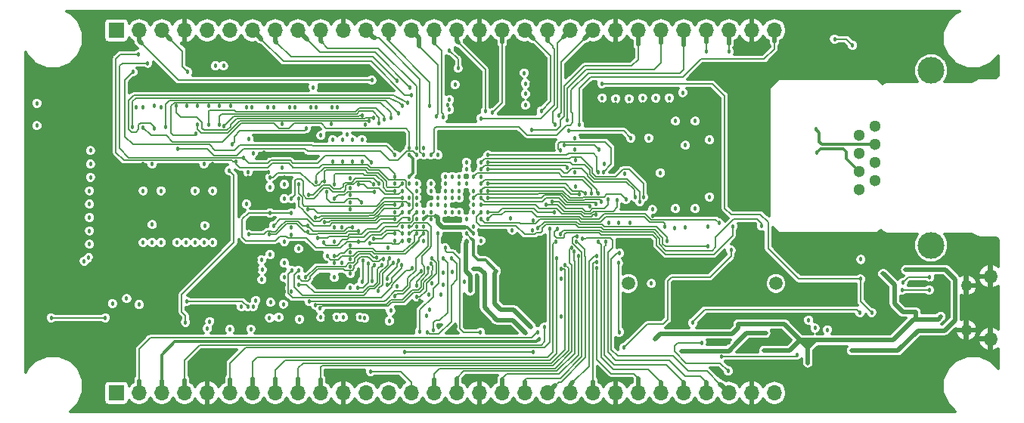
<source format=gbr>
G04 #@! TF.GenerationSoftware,KiCad,Pcbnew,(2018-01-10 revision 7e6a654)-master*
G04 #@! TF.CreationDate,2018-02-04T00:48:26+01:00*
G04 #@! TF.ProjectId,jiffy,6A696666792E6B696361645F70636200,rev?*
G04 #@! TF.SameCoordinates,Original*
G04 #@! TF.FileFunction,Copper,L4,Bot,Signal*
G04 #@! TF.FilePolarity,Positive*
%FSLAX46Y46*%
G04 Gerber Fmt 4.6, Leading zero omitted, Abs format (unit mm)*
G04 Created by KiCad (PCBNEW (2018-01-10 revision 7e6a654)-master) date 2018 February 04, Sunday 00:48:26*
%MOMM*%
%LPD*%
G01*
G04 APERTURE LIST*
%ADD10C,1.500000*%
%ADD11O,1.550000X1.550000*%
%ADD12O,1.250000X1.250000*%
%ADD13C,1.300000*%
%ADD14C,3.000000*%
%ADD15R,1.700000X1.700000*%
%ADD16O,1.700000X1.700000*%
%ADD17C,0.457200*%
%ADD18C,0.300000*%
%ADD19C,0.127000*%
%ADD20C,0.500000*%
%ADD21C,0.200000*%
G04 APERTURE END LIST*
D10*
X158945000Y-99500000D03*
X175455000Y-99500000D03*
D11*
X199450000Y-98700000D03*
X199450000Y-105700000D03*
D12*
X196750000Y-99700000D03*
X196750000Y-104700000D03*
D13*
X186490000Y-81830000D03*
X184710000Y-82850000D03*
X186490000Y-83870000D03*
X184710000Y-84890000D03*
X186490000Y-85910000D03*
X184710000Y-86930000D03*
X186490000Y-87950000D03*
X184710000Y-88970000D03*
D14*
X192800000Y-75600000D03*
X192800000Y-95200000D03*
D15*
X101600000Y-71120000D03*
D16*
X104140000Y-71120000D03*
X106680000Y-71120000D03*
X109220000Y-71120000D03*
X111760000Y-71120000D03*
X114300000Y-71120000D03*
X116840000Y-71120000D03*
X119380000Y-71120000D03*
X121920000Y-71120000D03*
X124460000Y-71120000D03*
X127000000Y-71120000D03*
X129540000Y-71120000D03*
X132080000Y-71120000D03*
X134620000Y-71120000D03*
X137160000Y-71120000D03*
X139700000Y-71120000D03*
X142240000Y-71120000D03*
X144780000Y-71120000D03*
X147320000Y-71120000D03*
X149860000Y-71120000D03*
X152400000Y-71120000D03*
X154940000Y-71120000D03*
X157480000Y-71120000D03*
X160020000Y-71120000D03*
X162560000Y-71120000D03*
X165100000Y-71120000D03*
X167640000Y-71120000D03*
X170180000Y-71120000D03*
X172720000Y-71120000D03*
X175260000Y-71120000D03*
X175260000Y-111760000D03*
X172720000Y-111760000D03*
X170180000Y-111760000D03*
X167640000Y-111760000D03*
X165100000Y-111760000D03*
X162560000Y-111760000D03*
X160020000Y-111760000D03*
X157480000Y-111760000D03*
X154940000Y-111760000D03*
X152400000Y-111760000D03*
X149860000Y-111760000D03*
X147320000Y-111760000D03*
X144780000Y-111760000D03*
X142240000Y-111760000D03*
X139700000Y-111760000D03*
X137160000Y-111760000D03*
X134620000Y-111760000D03*
X132080000Y-111760000D03*
X129540000Y-111760000D03*
X127000000Y-111760000D03*
X124460000Y-111760000D03*
X121920000Y-111760000D03*
X119380000Y-111760000D03*
X116840000Y-111760000D03*
X114300000Y-111760000D03*
X111760000Y-111760000D03*
X109220000Y-111760000D03*
X106680000Y-111760000D03*
X104140000Y-111760000D03*
D15*
X101600000Y-111760000D03*
D17*
X148450000Y-95150000D03*
X144050000Y-96350000D03*
X144750000Y-99950000D03*
X140550000Y-99300000D03*
X141200000Y-101600000D03*
X137650000Y-104350000D03*
X168250000Y-104300000D03*
X192750000Y-99500000D03*
X132800000Y-84300000D03*
X136000000Y-84300000D03*
X129500000Y-81707900D03*
X125650000Y-81619110D03*
X118400000Y-83400000D03*
X117550000Y-83250000D03*
X118850000Y-85200000D03*
X118100000Y-84800000D03*
X118600000Y-87050000D03*
X116350000Y-87650000D03*
X116050000Y-88550000D03*
X116350000Y-92700000D03*
X115950000Y-91300000D03*
X174100000Y-106050000D03*
X170150000Y-106100000D03*
X170100000Y-104250000D03*
X121100000Y-77500000D03*
X117600000Y-104550000D03*
X115750000Y-104600000D03*
X113350000Y-104700000D03*
X105900000Y-104900000D03*
X108200000Y-104900000D03*
X104150000Y-102800000D03*
X110800000Y-104650000D03*
X110150000Y-104600000D03*
X136800000Y-88300000D03*
X118800000Y-91600000D03*
X116450000Y-83300000D03*
X120150000Y-86500000D03*
X116900000Y-84900000D03*
X116300000Y-87050000D03*
X118800000Y-88700000D03*
X116150000Y-90600000D03*
X118850000Y-101600000D03*
X118750000Y-103350000D03*
X116650000Y-104600000D03*
X114300000Y-104650000D03*
X109450000Y-101500000D03*
X145700000Y-92200000D03*
X149550000Y-104350000D03*
X148000000Y-104350000D03*
X144150000Y-98100000D03*
X140800000Y-93917280D03*
X164850000Y-107050000D03*
X174300000Y-105050000D03*
X171150000Y-106050000D03*
X141200000Y-100350000D03*
X184950000Y-96800000D03*
X165300000Y-93200000D03*
X164100000Y-93250000D03*
X167800000Y-93150000D03*
X137600000Y-85082721D03*
X134400000Y-87500000D03*
X123650000Y-77500000D03*
X101150000Y-101750000D03*
X102750000Y-101200000D03*
X104150000Y-101850000D03*
X111800000Y-104550000D03*
X112050000Y-103750000D03*
X118800000Y-87600000D03*
X133850000Y-107200000D03*
X148300000Y-107150000D03*
X158400000Y-106700000D03*
X170400000Y-95750000D03*
X135550000Y-104850000D03*
X94300000Y-103350000D03*
X100350000Y-103350000D03*
X163250000Y-94700000D03*
X167800000Y-95350000D03*
X170600000Y-93100000D03*
X173800000Y-93050000D03*
X133650000Y-79550000D03*
X134200000Y-79250000D03*
X132800000Y-87500000D03*
X130200000Y-76700000D03*
X109600000Y-75800000D03*
X103450000Y-75800000D03*
X132800000Y-85100000D03*
X125150000Y-89200000D03*
X162950000Y-93100000D03*
X169050000Y-92700000D03*
X137050000Y-104700000D03*
X130050000Y-109350000D03*
X138150000Y-96700000D03*
X167100000Y-106150000D03*
X170100000Y-109300000D03*
X142350000Y-104950000D03*
X138400000Y-95500000D03*
X138900000Y-73400000D03*
X139850000Y-75350000D03*
X155950000Y-77100000D03*
X184900000Y-99000000D03*
X186150000Y-102750000D03*
X122900000Y-82100000D03*
X114551017Y-83901220D03*
X114250000Y-86850000D03*
X109350000Y-103850000D03*
X148900000Y-105700000D03*
X161900000Y-105700000D03*
X147450000Y-105050000D03*
X141600000Y-97850000D03*
X171200000Y-104050000D03*
X174100000Y-107000000D03*
X148100000Y-79500000D03*
X148050000Y-78250000D03*
X148000000Y-77100000D03*
X148050000Y-75900000D03*
X92700000Y-103700000D03*
X92700000Y-101300000D03*
X98050000Y-78450000D03*
X117200000Y-95800000D03*
X117250000Y-96850000D03*
X117350000Y-97950000D03*
X117150000Y-99050000D03*
X148300000Y-92400000D03*
X145000000Y-94300000D03*
X97800000Y-100800000D03*
X97900000Y-99700000D03*
X97800000Y-98600000D03*
X99000000Y-96900000D03*
X99500000Y-96600000D03*
X99400000Y-95100000D03*
X99500000Y-93600000D03*
X99400000Y-92100000D03*
X99400000Y-90600000D03*
X99400000Y-89100000D03*
X99500000Y-87600000D03*
X99400000Y-86100000D03*
X99400000Y-84600000D03*
X148600000Y-95700000D03*
X197900000Y-100900000D03*
X193700000Y-108200000D03*
X193700000Y-107100000D03*
X191200000Y-107200000D03*
X191200000Y-107900000D03*
X184800000Y-112400000D03*
X181600000Y-112400000D03*
X180200000Y-107300000D03*
X180300000Y-108300000D03*
X189200000Y-72000000D03*
X189200000Y-70500000D03*
X182000000Y-71300000D03*
X181800000Y-101600000D03*
X182000000Y-101000000D03*
X188400000Y-103400000D03*
X183200000Y-104700000D03*
X172900000Y-99600000D03*
X171800000Y-99600000D03*
X170400000Y-99500000D03*
X169100000Y-99500000D03*
X167800000Y-99600000D03*
X166500000Y-99700000D03*
X165200000Y-99600000D03*
X164000000Y-99600000D03*
X162800000Y-99600000D03*
X171500000Y-93000000D03*
X172700000Y-93000000D03*
X166700000Y-78100000D03*
X163500000Y-79400000D03*
X162000000Y-79500000D03*
X160500000Y-79400000D03*
X159000000Y-79500000D03*
X157500000Y-79400000D03*
X156000000Y-79400000D03*
X187800000Y-96500000D03*
X187900000Y-95900000D03*
X187800000Y-95200000D03*
X187700000Y-75600000D03*
X187700000Y-74400000D03*
X187700000Y-75000000D03*
X171700000Y-79300000D03*
X171700000Y-78000000D03*
X171700000Y-78600000D03*
X161600000Y-91900000D03*
X159100000Y-92700000D03*
X160500000Y-82000000D03*
X160500000Y-81300000D03*
X162700000Y-81200000D03*
X161200000Y-89500000D03*
X162500000Y-88100000D03*
X160262500Y-87212500D03*
X160262500Y-85487500D03*
X158537500Y-85487500D03*
X158537500Y-87212500D03*
X165300000Y-88300000D03*
X140000000Y-85100000D03*
X140000000Y-85900000D03*
X144800000Y-82700000D03*
X142400000Y-85100000D03*
X142400000Y-87500000D03*
X151400000Y-99000000D03*
X141100000Y-80000000D03*
X141100000Y-78900000D03*
X140500000Y-77200000D03*
X138600000Y-78100000D03*
X126350000Y-79750000D03*
X124000000Y-79750000D03*
X121600000Y-79700000D03*
X119200000Y-79750000D03*
X116800000Y-79750000D03*
X142400000Y-95500000D03*
X140650000Y-104300000D03*
X139650000Y-104300000D03*
X147650000Y-102400000D03*
X125650000Y-103250000D03*
X128292797Y-103250000D03*
X130600000Y-103250000D03*
X116500000Y-95300000D03*
X118100000Y-101400000D03*
X120600000Y-103400000D03*
X121500000Y-101700000D03*
X123000000Y-103400000D03*
X125100000Y-103400000D03*
X127700000Y-103300000D03*
X130100000Y-103300000D03*
X133700000Y-103400000D03*
X134100000Y-103900000D03*
X134900000Y-101700000D03*
X135534321Y-101445762D03*
X131200000Y-82700000D03*
X148200000Y-93500000D03*
X151350000Y-103200000D03*
X139200000Y-94717279D03*
X136900000Y-99500000D03*
X136600000Y-100700000D03*
X138200000Y-98300000D03*
X136800000Y-91500000D03*
X138400000Y-92300000D03*
X140000000Y-92300000D03*
X140800000Y-90700000D03*
X140800000Y-89100000D03*
X140800000Y-87500000D03*
X140000000Y-86700000D03*
X138400000Y-86700000D03*
X136800000Y-86700000D03*
X135200000Y-87500000D03*
X136000000Y-88300000D03*
X136000000Y-89900000D03*
X136000000Y-90700000D03*
X136800000Y-92300000D03*
X120500000Y-83200000D03*
X121300000Y-83300000D03*
X122000000Y-83100000D03*
X129100000Y-85800000D03*
X128000000Y-85800000D03*
X126900000Y-85800000D03*
X125800000Y-85800000D03*
X133026247Y-99817498D03*
X136000000Y-93100000D03*
X134400000Y-88300000D03*
X132800000Y-88300000D03*
X134400000Y-89900000D03*
X132800000Y-91500000D03*
X133600000Y-93100000D03*
X135200000Y-93100000D03*
X136000000Y-94700000D03*
X134400000Y-94700000D03*
X132800000Y-94700000D03*
X132000000Y-95500000D03*
X120400000Y-100400000D03*
X120400000Y-99600000D03*
X121200000Y-97200000D03*
X120400000Y-96400000D03*
X120400000Y-95600000D03*
X121200000Y-95600000D03*
X121200000Y-94014392D03*
X120400000Y-90800000D03*
X120400000Y-89200000D03*
X120400000Y-87600000D03*
X127800000Y-89600000D03*
X127800000Y-91200000D03*
X126800000Y-93200000D03*
X126000000Y-99600000D03*
X127800000Y-95200000D03*
X126800000Y-97200000D03*
X127800000Y-96800000D03*
X127800000Y-97600000D03*
X127800000Y-99200000D03*
X112400000Y-86100000D03*
X112400000Y-92900000D03*
X112400000Y-93900000D03*
X111400000Y-93900000D03*
X109600000Y-93900000D03*
X108600000Y-93900000D03*
X107600000Y-93900000D03*
X106600000Y-93900000D03*
X105600000Y-93900000D03*
X104600000Y-93900000D03*
X104600000Y-92900000D03*
X111400000Y-89100000D03*
X105600000Y-89100000D03*
X109600000Y-88100000D03*
X106600000Y-88100000D03*
X104600000Y-86100000D03*
X127800000Y-87700000D03*
X142400000Y-94700000D03*
X141600000Y-93900000D03*
X136000000Y-92300000D03*
X138400000Y-88300000D03*
X139200000Y-89100000D03*
X139200000Y-89900000D03*
X138400000Y-89100000D03*
X138400000Y-90717279D03*
X138400000Y-89900000D03*
X124500000Y-82900000D03*
X127400000Y-82800000D03*
X125800000Y-83400000D03*
X126900000Y-83400000D03*
X128000000Y-83400000D03*
X129100000Y-83400000D03*
X136700000Y-102400000D03*
X136300000Y-103100000D03*
X137900000Y-100700000D03*
X138200000Y-99600000D03*
X139200000Y-98200000D03*
X140000000Y-91500000D03*
X140000000Y-89100000D03*
X140000000Y-89900000D03*
X139200000Y-91500000D03*
X138400000Y-91500000D03*
X137600000Y-90700000D03*
X136800000Y-90700000D03*
X137600000Y-89900000D03*
X136800000Y-89100000D03*
X139500000Y-77200000D03*
X138900000Y-78900000D03*
X138700000Y-79500000D03*
X138900000Y-80000000D03*
X140000000Y-88300000D03*
X140000000Y-87500000D03*
X139200000Y-87500000D03*
X138400000Y-87500000D03*
X145900000Y-93500000D03*
X141600000Y-93100000D03*
X121200000Y-91600000D03*
X128700000Y-94800000D03*
X133600000Y-93900000D03*
X118800000Y-96250000D03*
X117850000Y-96850000D03*
X117907203Y-97950000D03*
X117900000Y-99050000D03*
X126250000Y-103250000D03*
X128850000Y-103250000D03*
X132150000Y-103700000D03*
X117200000Y-101400000D03*
X115600000Y-102100000D03*
X116900000Y-102100000D03*
X116300000Y-102100000D03*
X119800000Y-103300000D03*
X120300000Y-101800000D03*
X122100000Y-103500000D03*
X124500000Y-103300000D03*
X127000000Y-103300000D03*
X129400000Y-103400000D03*
X132300000Y-102550000D03*
X135200000Y-88300000D03*
X135200000Y-89100000D03*
X135200000Y-89900000D03*
X135200000Y-90700000D03*
X136000000Y-91500000D03*
X135200000Y-92300000D03*
X126000000Y-94800000D03*
X121200000Y-100400000D03*
X120400000Y-98800000D03*
X120400000Y-97200000D03*
X122000000Y-95600000D03*
X120400000Y-94800000D03*
X121200000Y-93200000D03*
X120400000Y-90000000D03*
X120400000Y-88400000D03*
X127800000Y-88800000D03*
X127800000Y-90400000D03*
X126000000Y-93200000D03*
X127800000Y-96000000D03*
X126000000Y-97200000D03*
X127800000Y-98400000D03*
X127800000Y-100000000D03*
X126000000Y-98800000D03*
X140800000Y-92300000D03*
X140800000Y-94700000D03*
X147400000Y-79500000D03*
X147400000Y-78250000D03*
X147400000Y-77100000D03*
X147250000Y-75900000D03*
X92700000Y-81800000D03*
X92700000Y-79300000D03*
X113600000Y-75100000D03*
X112700000Y-75100000D03*
X98000000Y-97000000D03*
X98500000Y-96600000D03*
X98600000Y-95100000D03*
X98600000Y-93600000D03*
X98600000Y-92100000D03*
X98600000Y-90600000D03*
X98600000Y-89100000D03*
X98700000Y-87600000D03*
X98700000Y-86100000D03*
X98700000Y-84600000D03*
X179100000Y-103600000D03*
X181200000Y-104700000D03*
X179800000Y-104500000D03*
X161500000Y-99500000D03*
X165000000Y-78100000D03*
X163500000Y-78700000D03*
X162000000Y-78700000D03*
X160500000Y-78700000D03*
X159000000Y-78800000D03*
X157500000Y-78800000D03*
X156000000Y-78700000D03*
X152900000Y-83200000D03*
X152900000Y-84500000D03*
X153000000Y-85700000D03*
X152900000Y-87000000D03*
X153000000Y-88600000D03*
X161600000Y-91200000D03*
X157800000Y-92700000D03*
X156700000Y-92700000D03*
X168000000Y-83400000D03*
X168000000Y-89800000D03*
X166400000Y-91100000D03*
X164200000Y-91100000D03*
X166400000Y-81300000D03*
X164200000Y-81300000D03*
X161200000Y-83200000D03*
X156200000Y-86100000D03*
X162500000Y-87100000D03*
X165300000Y-84000000D03*
X125700000Y-79750000D03*
X123350000Y-79750000D03*
X121000000Y-79700000D03*
X118500000Y-79750000D03*
X116150000Y-79750000D03*
X140800000Y-85900000D03*
X140800000Y-86700000D03*
X140800000Y-88300000D03*
X141600000Y-89100000D03*
X141600000Y-90700000D03*
X141600000Y-91500000D03*
X114400000Y-79600000D03*
X113100000Y-79600000D03*
X111900000Y-79600000D03*
X110700000Y-79600000D03*
X109500000Y-79600000D03*
X106600000Y-79700000D03*
X105800000Y-79600000D03*
X104600000Y-79700000D03*
X103792100Y-79700000D03*
X134400000Y-85100000D03*
X120132174Y-81625663D03*
X111400000Y-86100000D03*
X105600000Y-86100000D03*
X104600000Y-89100000D03*
X111500000Y-93000000D03*
X104600000Y-94900000D03*
X105600000Y-94900000D03*
X106600000Y-94900000D03*
X108400000Y-94900000D03*
X109400000Y-94900000D03*
X110400000Y-94900000D03*
X111400000Y-94900000D03*
X112400000Y-94900000D03*
X105600000Y-92900000D03*
X106600000Y-89100000D03*
X110400000Y-89100000D03*
X112400000Y-89100000D03*
X124900000Y-88000000D03*
X133600000Y-88300000D03*
X119200000Y-93000000D03*
X132800000Y-92300000D03*
X135200000Y-99700000D03*
X134400000Y-93100000D03*
X118700000Y-94000000D03*
X123000000Y-93700000D03*
X128700000Y-93600000D03*
X116400000Y-94000000D03*
X123000000Y-93000000D03*
X128000000Y-93200000D03*
X137600000Y-93900000D03*
X148800000Y-93300000D03*
X142378631Y-91503873D03*
X151000000Y-93400000D03*
X151300000Y-94000000D03*
X108500000Y-84400000D03*
X135200000Y-85100000D03*
X110700000Y-81707900D03*
X129900000Y-81300000D03*
X103400000Y-81900000D03*
X108300000Y-79600000D03*
X130400000Y-80900000D03*
X105800000Y-82100000D03*
X104600000Y-82000000D03*
X134400000Y-84300000D03*
X107100000Y-81900000D03*
X133200000Y-80400000D03*
X113100000Y-81700000D03*
X131000000Y-81500000D03*
X111900000Y-81700000D03*
X131600000Y-81100000D03*
X113633703Y-81860110D03*
X129100000Y-80657900D03*
X105100000Y-74800000D03*
X115800000Y-85400000D03*
X130100000Y-85900000D03*
X104100000Y-73800000D03*
X115000000Y-85800000D03*
X110500000Y-82700000D03*
X132300000Y-80900000D03*
X121200000Y-90000000D03*
X130400000Y-88400000D03*
X131000000Y-88300000D03*
X123100000Y-89600000D03*
X126000000Y-88400000D03*
X132800000Y-89100000D03*
X128700000Y-88400000D03*
X133600000Y-89100000D03*
X130500000Y-89200000D03*
X126000000Y-90000000D03*
X122000000Y-88400000D03*
X133600000Y-89900000D03*
X123900000Y-92100000D03*
X132800000Y-90700000D03*
X122000000Y-90000000D03*
X133600000Y-90700000D03*
X123000000Y-91200000D03*
X134400000Y-90700000D03*
X129000000Y-90380900D03*
X124900000Y-92600000D03*
X133600000Y-91500000D03*
X124000000Y-88100000D03*
X134400000Y-91500000D03*
X124100000Y-94400000D03*
X134400000Y-92300000D03*
X124800000Y-94900000D03*
X135200000Y-91500000D03*
X142400000Y-92300000D03*
X143200000Y-92300000D03*
X122000000Y-99600000D03*
X131300000Y-97400000D03*
X130400000Y-94500000D03*
X132800000Y-93900000D03*
X123200000Y-101500000D03*
X134400000Y-93900000D03*
X126000000Y-96400000D03*
X135200000Y-93900000D03*
X125200000Y-96400000D03*
X136000000Y-93900000D03*
X128600000Y-100000000D03*
X129794481Y-97305519D03*
X129100000Y-99300000D03*
X129227120Y-96926090D03*
X130500000Y-97400000D03*
X130200000Y-99200000D03*
X130000000Y-95000000D03*
X133600000Y-94700000D03*
X131500000Y-96800000D03*
X122000000Y-98800000D03*
X130700000Y-96610304D03*
X122800000Y-98800000D03*
X130900000Y-100300000D03*
X132600000Y-97200000D03*
X131900000Y-99600000D03*
X133500000Y-97400000D03*
X123900000Y-101900000D03*
X136492100Y-97800000D03*
X135200000Y-101000000D03*
X136900000Y-96700000D03*
X189950000Y-97950000D03*
X195500000Y-103600000D03*
X177800000Y-107500000D03*
X169350000Y-107700000D03*
X150400000Y-90300000D03*
X156600000Y-90100000D03*
X149700000Y-90700000D03*
X148800000Y-104928600D03*
X157900000Y-104950000D03*
X157800000Y-97200000D03*
X155900000Y-90300000D03*
X141600000Y-89900000D03*
X150100000Y-93400000D03*
X151850000Y-97450000D03*
X150600000Y-91500000D03*
X143200000Y-91500000D03*
X150800000Y-94800000D03*
X150900000Y-96700000D03*
X122000000Y-98000000D03*
X132200000Y-96700000D03*
X131900000Y-99000000D03*
X133200000Y-96900000D03*
X121209499Y-98009499D03*
X134700000Y-97800000D03*
X132800000Y-100900000D03*
X135700000Y-98100000D03*
X124400000Y-102300000D03*
X136800000Y-97300000D03*
X187400000Y-98400000D03*
X188700000Y-99600000D03*
X193900000Y-103200000D03*
X191100000Y-102700000D03*
X191200000Y-103500000D03*
X179000000Y-108400000D03*
X183900000Y-107000000D03*
X179900000Y-82200000D03*
X180000000Y-84800000D03*
X157650000Y-90150000D03*
X184000000Y-72800000D03*
X182000000Y-72100000D03*
X155600000Y-84500000D03*
X151700000Y-84000000D03*
X155500000Y-87000000D03*
X143200000Y-85100000D03*
X159700000Y-89800000D03*
X143200000Y-86700000D03*
X160200000Y-90300000D03*
X143200000Y-85900000D03*
X160600000Y-89800000D03*
X142400000Y-85900000D03*
X151400000Y-97900000D03*
X156100000Y-87000000D03*
X151300000Y-84600000D03*
X159200000Y-83200000D03*
X152200000Y-82400000D03*
X152100000Y-86500000D03*
X142400000Y-86700000D03*
X155550000Y-94800000D03*
X155300000Y-91800000D03*
X156350000Y-94800000D03*
X155300000Y-90607900D03*
X153750000Y-94500000D03*
X153400000Y-89500000D03*
X157950000Y-96100000D03*
X154592100Y-90800000D03*
X155400000Y-97750000D03*
X155400000Y-97100000D03*
X152850000Y-95950000D03*
X154800000Y-89400000D03*
X152550000Y-95450000D03*
X154100000Y-89400000D03*
X142900000Y-80150000D03*
X143700000Y-80350000D03*
X153450000Y-81700000D03*
X142400000Y-81000000D03*
X150750000Y-81650000D03*
X151100000Y-80650000D03*
X148100000Y-82250000D03*
X152100000Y-81150000D03*
X167640000Y-73500000D03*
X170200000Y-73500000D03*
X136000000Y-85100000D03*
X134500000Y-77500000D03*
X133000000Y-76800000D03*
X134650000Y-78400000D03*
X136700000Y-79600000D03*
X155400000Y-96450000D03*
X153100000Y-94800000D03*
X153150000Y-94192100D03*
X153300000Y-96450000D03*
X155500000Y-89400000D03*
X139150000Y-96700000D03*
X136400000Y-104950000D03*
X149150000Y-80150000D03*
X138200000Y-80850000D03*
X137400000Y-80750000D03*
X189700000Y-99350000D03*
X192650000Y-98800000D03*
X189550000Y-100250000D03*
X192600000Y-100250000D03*
X166100000Y-103900000D03*
X184850000Y-102750000D03*
X158650000Y-90050000D03*
X143200000Y-89100000D03*
X142400000Y-90700000D03*
X143200000Y-89900000D03*
X142400000Y-89100000D03*
X142400000Y-89900000D03*
X142400000Y-88300000D03*
X143200000Y-88300000D03*
X136800000Y-85100000D03*
X135200000Y-84300000D03*
X141600000Y-87500000D03*
D18*
X136000000Y-92300000D02*
X136407899Y-91892101D01*
X140650000Y-93200000D02*
X140900000Y-93200000D01*
X140900000Y-93200000D02*
X141300000Y-93600000D01*
X141300000Y-93600000D02*
X141600000Y-93900000D01*
D19*
X136407899Y-91892101D02*
X137350000Y-91892101D01*
X137350000Y-91892101D02*
X137434202Y-91892101D01*
D20*
X137600000Y-92700000D02*
X137600000Y-92142101D01*
X137600000Y-92142101D02*
X137350000Y-91892101D01*
X138100000Y-93200000D02*
X137600000Y-92700000D01*
X140650000Y-93200000D02*
X138100000Y-93200000D01*
D19*
X137434202Y-91892101D02*
X137442101Y-91892101D01*
X137434202Y-91892101D02*
X137450000Y-91907899D01*
X129100000Y-94800000D02*
X129350000Y-94800000D01*
X129350000Y-94800000D02*
X128700000Y-94800000D01*
X130100000Y-94050000D02*
X131250000Y-94050000D01*
X131250000Y-94050000D02*
X131800000Y-93500000D01*
X129350000Y-94800000D02*
X130100000Y-94050000D01*
X126700000Y-95500000D02*
X123950000Y-95500000D01*
X131800000Y-93500000D02*
X131700000Y-93600000D01*
X129100000Y-94800000D02*
X127400000Y-94800000D01*
X123950000Y-95500000D02*
X122856493Y-94406493D01*
X133200000Y-93500000D02*
X131800000Y-93500000D01*
X133600000Y-93900000D02*
X133200000Y-93500000D01*
X119400000Y-94700000D02*
X116100000Y-94700000D01*
X127400000Y-94800000D02*
X126700000Y-95500000D01*
X122856493Y-94406493D02*
X120806493Y-94406493D01*
X120806493Y-94406493D02*
X120600000Y-94200000D01*
X120600000Y-94200000D02*
X119900000Y-94200000D01*
X119900000Y-94200000D02*
X119400000Y-94700000D01*
X116100000Y-94700000D02*
X115700000Y-94300000D01*
X115700000Y-94300000D02*
X115700000Y-92300000D01*
X115700000Y-92300000D02*
X116400000Y-91600000D01*
X116400000Y-91600000D02*
X118800000Y-91600000D01*
X118800000Y-91600000D02*
X121200000Y-91600000D01*
X109450000Y-101500000D02*
X115700000Y-101500000D01*
X115700000Y-101500000D02*
X116300000Y-102100000D01*
D20*
X143921401Y-101721401D02*
X144650000Y-102450000D01*
X144650000Y-102450000D02*
X146100000Y-102450000D01*
X144150000Y-98100000D02*
X143921401Y-98328599D01*
X143921401Y-98328599D02*
X143921401Y-101721401D01*
X146100000Y-102450000D02*
X148000000Y-104350000D01*
D19*
X109220000Y-110300000D02*
X109220000Y-108080000D01*
X109220000Y-108080000D02*
X110900000Y-106400000D01*
X149550000Y-106000000D02*
X149550000Y-104350000D01*
X110900000Y-106400000D02*
X149150000Y-106400000D01*
X149150000Y-106400000D02*
X149550000Y-106000000D01*
X172350000Y-105050000D02*
X172250000Y-105050000D01*
D20*
X172350000Y-105050000D02*
X174300000Y-105050000D01*
X171150000Y-106050000D02*
X172150000Y-105050000D01*
X172150000Y-105050000D02*
X172250000Y-105050000D01*
X164850000Y-107050000D02*
X170150000Y-107050000D01*
X170150000Y-107050000D02*
X171150000Y-106050000D01*
D19*
X140800000Y-93917280D02*
X141350000Y-94467280D01*
D18*
X141550000Y-94667280D02*
X141350000Y-94467280D01*
X141550000Y-96300000D02*
X141550000Y-94667280D01*
X142100000Y-96850000D02*
X141550000Y-96300000D01*
X144150000Y-98100000D02*
X142900000Y-96850000D01*
X142900000Y-96850000D02*
X142100000Y-96850000D01*
D20*
X109220000Y-111760000D02*
X109220000Y-110557919D01*
X109220000Y-110557919D02*
X109220000Y-110300000D01*
X141200000Y-100350000D02*
X141200000Y-98600000D01*
X141200000Y-98600000D02*
X140700000Y-98100000D01*
X140700000Y-98100000D02*
X140700000Y-97400000D01*
X140700000Y-97400000D02*
X140700000Y-95000000D01*
X140700000Y-95000000D02*
X140800000Y-94900000D01*
X140800000Y-94900000D02*
X140800000Y-94700000D01*
D19*
X141200000Y-100350000D02*
X141166507Y-100296102D01*
X141166507Y-100296102D02*
X141100000Y-100229595D01*
D18*
X134400000Y-85100000D02*
X134800000Y-85500000D01*
X134800000Y-85500000D02*
X134800000Y-87100000D01*
X134800000Y-87100000D02*
X134400000Y-87500000D01*
D19*
X130900000Y-87100000D02*
X129750000Y-87100000D01*
X125050000Y-86800000D02*
X129450000Y-86800000D01*
X129450000Y-86800000D02*
X129750000Y-87100000D01*
X124900000Y-86950000D02*
X125050000Y-86800000D01*
X124900000Y-88000000D02*
X124900000Y-86950000D01*
X124900000Y-88000000D02*
X124650000Y-88050000D01*
X124650000Y-88050000D02*
X124275000Y-88500000D01*
X124275000Y-88500000D02*
X123800000Y-88550000D01*
X123800000Y-88550000D02*
X122200000Y-87100000D01*
X122200000Y-87100000D02*
X119600000Y-87100000D01*
X119600000Y-87100000D02*
X119100000Y-87600000D01*
X119100000Y-87600000D02*
X118800000Y-87600000D01*
X133600000Y-88300000D02*
X133200000Y-88700000D01*
X131800000Y-88000000D02*
X130900000Y-87100000D01*
X133200000Y-88700000D02*
X131950000Y-88700000D01*
X131950000Y-88700000D02*
X131800000Y-88550000D01*
X131800000Y-88550000D02*
X131800000Y-88000000D01*
X134850000Y-107150000D02*
X133900000Y-107150000D01*
X133900000Y-107150000D02*
X133850000Y-107200000D01*
X148300000Y-107150000D02*
X134850000Y-107150000D01*
X161050000Y-104050000D02*
X158400000Y-106700000D01*
X162800000Y-104050000D02*
X161050000Y-104050000D01*
X163350000Y-103500000D02*
X162800000Y-104050000D01*
X163350000Y-102900000D02*
X163350000Y-103500000D01*
X163350000Y-101550000D02*
X163350000Y-102900000D01*
X163350000Y-99630310D02*
X163350000Y-101550000D01*
X163350000Y-99200000D02*
X163350000Y-99630310D01*
X163750000Y-98800000D02*
X163350000Y-99200000D01*
X168050000Y-98800000D02*
X163750000Y-98800000D01*
X170400000Y-96450000D02*
X168050000Y-98800000D01*
X170400000Y-95750000D02*
X170400000Y-96450000D01*
X100350000Y-103350000D02*
X94300000Y-103350000D01*
X148800000Y-93300000D02*
X149500000Y-92600000D01*
X153400000Y-92900000D02*
X156000000Y-92900000D01*
X149500000Y-92600000D02*
X153100000Y-92600000D01*
X153100000Y-92600000D02*
X153400000Y-92900000D01*
X156000000Y-92900000D02*
X156250000Y-93150000D01*
X156250000Y-93150000D02*
X162100000Y-93150000D01*
X162100000Y-93150000D02*
X163250000Y-94300000D01*
X163250000Y-94300000D02*
X163250000Y-94700000D01*
X142378631Y-91503873D02*
X141900000Y-91982504D01*
X161850000Y-93450000D02*
X162750000Y-94350000D01*
X141900000Y-92600000D02*
X142300000Y-93000000D01*
X148600000Y-93800000D02*
X149100000Y-93800000D01*
X149300000Y-93300000D02*
X149700000Y-92900000D01*
X142300000Y-93000000D02*
X146300000Y-93000000D01*
X163050000Y-95350000D02*
X167800000Y-95350000D01*
X147300000Y-94000000D02*
X148400000Y-94000000D01*
X153300000Y-93200000D02*
X155900000Y-93200000D01*
X149100000Y-93800000D02*
X149300000Y-93600000D01*
X149700000Y-92900000D02*
X153000000Y-92900000D01*
X141900000Y-91982504D02*
X141900000Y-92600000D01*
X148400000Y-94000000D02*
X148600000Y-93800000D01*
X162750000Y-94350000D02*
X162750000Y-95050000D01*
X146300000Y-93000000D02*
X147300000Y-94000000D01*
X155900000Y-93200000D02*
X156150000Y-93450000D01*
X149300000Y-93600000D02*
X149300000Y-93300000D01*
X153000000Y-92900000D02*
X153300000Y-93200000D01*
X156150000Y-93450000D02*
X161850000Y-93450000D01*
X162750000Y-95050000D02*
X163050000Y-95350000D01*
X150650000Y-94150000D02*
X150900000Y-94400000D01*
X162050000Y-94500000D02*
X162050000Y-95200000D01*
X150900000Y-94400000D02*
X151650000Y-94400000D01*
X151000000Y-93400000D02*
X150650000Y-93750000D01*
X150650000Y-93750000D02*
X150650000Y-94150000D01*
X151650000Y-94400000D02*
X151750000Y-94300000D01*
X161600000Y-94050000D02*
X162050000Y-94500000D01*
X151750000Y-94000000D02*
X151950000Y-93800000D01*
X151950000Y-93800000D02*
X155600000Y-93800000D01*
X155850000Y-94050000D02*
X161600000Y-94050000D01*
X151750000Y-94300000D02*
X151750000Y-94000000D01*
X170600000Y-94150000D02*
X170600000Y-93100000D01*
X155600000Y-93800000D02*
X155850000Y-94050000D01*
X162050000Y-95200000D02*
X163100000Y-96250000D01*
X163100000Y-96250000D02*
X168500000Y-96250000D01*
X168500000Y-96250000D02*
X170600000Y-94150000D01*
X151300000Y-94000000D02*
X151300000Y-93850000D01*
X161700000Y-93750000D02*
X162400000Y-94450000D01*
X151300000Y-93850000D02*
X151650000Y-93500000D01*
X151650000Y-93500000D02*
X155750000Y-93500000D01*
X155750000Y-93500000D02*
X156000000Y-93750000D01*
X156000000Y-93750000D02*
X161700000Y-93750000D01*
X162400000Y-94450000D02*
X162400000Y-95100000D01*
X162400000Y-95100000D02*
X163100000Y-95800000D01*
X163100000Y-95800000D02*
X168300000Y-95800000D01*
X168300000Y-95800000D02*
X168700000Y-95400000D01*
X168700000Y-95400000D02*
X168700000Y-94300000D01*
X168700000Y-94300000D02*
X170700000Y-92300000D01*
X173350000Y-92300000D02*
X173800000Y-92750000D01*
X170700000Y-92300000D02*
X173350000Y-92300000D01*
X173800000Y-92750000D02*
X173800000Y-93050000D01*
X135200000Y-85100000D02*
X134792101Y-84692101D01*
X122700000Y-84400000D02*
X115800000Y-84400000D01*
X134000000Y-84750000D02*
X133100000Y-85650000D01*
X134792101Y-84692101D02*
X134000000Y-84692101D01*
X112500000Y-85150000D02*
X111750000Y-84400000D01*
X132150000Y-85650000D02*
X131192101Y-84692101D01*
X115050000Y-85150000D02*
X112500000Y-85150000D01*
X134000000Y-84692101D02*
X134000000Y-84750000D01*
X133100000Y-85650000D02*
X132150000Y-85650000D01*
X115800000Y-84400000D02*
X115050000Y-85150000D01*
X111750000Y-84400000D02*
X109800000Y-84400000D01*
X131192101Y-84692101D02*
X122992101Y-84692101D01*
X122992101Y-84692101D02*
X122700000Y-84400000D01*
X109800000Y-84400000D02*
X108500000Y-84400000D01*
X129900000Y-81300000D02*
X128578960Y-81300000D01*
X121422990Y-81227010D02*
X121416438Y-81233562D01*
X128578960Y-81300000D02*
X128505970Y-81227010D01*
X128505970Y-81227010D02*
X121422990Y-81227010D01*
X111100000Y-82600000D02*
X110700000Y-82200000D01*
X121416438Y-81233562D02*
X115416438Y-81233562D01*
X115416438Y-81233562D02*
X114050000Y-82600000D01*
X114050000Y-82600000D02*
X111100000Y-82600000D01*
X110700000Y-82200000D02*
X110700000Y-81707900D01*
X133650000Y-79550000D02*
X133300000Y-79250000D01*
X133300000Y-79250000D02*
X132200000Y-78700000D01*
X132200000Y-78700000D02*
X103800000Y-78700000D01*
X103800000Y-78700000D02*
X103400000Y-79100000D01*
X103400000Y-79100000D02*
X103400000Y-81900000D01*
X130400000Y-80900000D02*
X129550000Y-80900000D01*
X108800000Y-80800000D02*
X108300000Y-80300000D01*
X129400000Y-81050000D02*
X128650000Y-81050000D01*
X111200000Y-81400000D02*
X110600000Y-80800000D01*
X114400000Y-81900000D02*
X114000000Y-82300000D01*
X128650000Y-81050000D02*
X128600000Y-81000000D01*
X128600000Y-81000000D02*
X115050000Y-81000000D01*
X129550000Y-80900000D02*
X129400000Y-81050000D01*
X111200000Y-82100000D02*
X111200000Y-81400000D01*
X108300000Y-80300000D02*
X108300000Y-79600000D01*
X115050000Y-81000000D02*
X114400000Y-81650000D01*
X114400000Y-81650000D02*
X114400000Y-81900000D01*
X114000000Y-82300000D02*
X111400000Y-82300000D01*
X111400000Y-82300000D02*
X111200000Y-82100000D01*
X110600000Y-80800000D02*
X108800000Y-80800000D01*
X132600000Y-78400000D02*
X103550000Y-78400000D01*
X103550000Y-78400000D02*
X103000000Y-78950000D01*
X134200000Y-79250000D02*
X132600000Y-78400000D01*
X103000000Y-82200000D02*
X103300000Y-82500000D01*
X103000000Y-78950000D02*
X103000000Y-82200000D01*
X104100000Y-81700000D02*
X104300000Y-81500000D01*
X103300000Y-82500000D02*
X103800000Y-82500000D01*
X103800000Y-82500000D02*
X104100000Y-82200000D01*
X104100000Y-82200000D02*
X104100000Y-81700000D01*
X104300000Y-81500000D02*
X105400000Y-81500000D01*
X105400000Y-81500000D02*
X105800000Y-81900000D01*
X105800000Y-81900000D02*
X105800000Y-82100000D01*
X107900000Y-83600000D02*
X113500000Y-83600000D01*
X119800000Y-82100000D02*
X120950000Y-82100000D01*
X107200000Y-82900000D02*
X107900000Y-83600000D01*
X134000000Y-82100000D02*
X134400000Y-82500000D01*
X115550000Y-81550000D02*
X119250000Y-81550000D01*
X105500000Y-82900000D02*
X107200000Y-82900000D01*
X113500000Y-83600000D02*
X115550000Y-81550000D01*
X119250000Y-81550000D02*
X119800000Y-82100000D01*
X120950000Y-82100000D02*
X121500000Y-81550000D01*
X104600000Y-82000000D02*
X105500000Y-82900000D01*
X121500000Y-81550000D02*
X124550000Y-81550000D01*
X124550000Y-81550000D02*
X125100000Y-82100000D01*
X125100000Y-82100000D02*
X134000000Y-82100000D01*
X134400000Y-82500000D02*
X134400000Y-84300000D01*
X121350000Y-86000000D02*
X124150000Y-86000000D01*
X129400000Y-85200000D02*
X124950000Y-85200000D01*
X124950000Y-85200000D02*
X124150000Y-86000000D01*
X130100000Y-85900000D02*
X129400000Y-85200000D01*
X115800000Y-85400000D02*
X103000000Y-85400000D01*
X103000000Y-85400000D02*
X101950000Y-84350000D01*
X101950000Y-84350000D02*
X101950000Y-75100000D01*
X101950000Y-75100000D02*
X102250000Y-74800000D01*
X102250000Y-74800000D02*
X105100000Y-74800000D01*
X115800000Y-85400000D02*
X116400000Y-86000000D01*
X118550000Y-86000000D02*
X118850000Y-85700000D01*
X121050000Y-85700000D02*
X121350000Y-86000000D01*
X116400000Y-86000000D02*
X118550000Y-86000000D01*
X118850000Y-85700000D02*
X121050000Y-85700000D01*
X130050000Y-86500000D02*
X132123289Y-86500000D01*
X124600000Y-86200000D02*
X129750000Y-86200000D01*
X129750000Y-86200000D02*
X130050000Y-86500000D01*
X118550000Y-86500000D02*
X119050000Y-86000000D01*
X119050000Y-86000000D02*
X120900000Y-86000000D01*
X120900000Y-86000000D02*
X121350000Y-86450000D01*
X124300000Y-86500000D02*
X124600000Y-86200000D01*
X115400000Y-86500000D02*
X118550000Y-86500000D01*
X115000000Y-85800000D02*
X115000000Y-86100000D01*
X121350000Y-86450000D02*
X121350000Y-86500000D01*
X115000000Y-86100000D02*
X115400000Y-86500000D01*
X121350000Y-86500000D02*
X124300000Y-86500000D01*
X132800000Y-87176711D02*
X132800000Y-87500000D01*
X132123289Y-86500000D02*
X132800000Y-87176711D01*
X115000000Y-85800000D02*
X114676711Y-85800000D01*
X102450000Y-85700000D02*
X101550000Y-84800000D01*
X114676711Y-85800000D02*
X114576711Y-85700000D01*
X114576711Y-85700000D02*
X102450000Y-85700000D01*
X101550000Y-74300000D02*
X102050000Y-73800000D01*
X101550000Y-84800000D02*
X101550000Y-74300000D01*
X102050000Y-73800000D02*
X104100000Y-73800000D01*
X104367919Y-72550000D02*
X108517919Y-76700000D01*
D20*
X104140000Y-71120000D02*
X104140000Y-72322081D01*
X104140000Y-72322081D02*
X104367919Y-72550000D01*
D19*
X107650000Y-72090000D02*
X109000000Y-73440000D01*
D20*
X106680000Y-71120000D02*
X107650000Y-72090000D01*
D19*
X109000000Y-73440000D02*
X109000000Y-75200000D01*
X109000000Y-75200000D02*
X109600000Y-75800000D01*
X102550000Y-78050000D02*
X102550000Y-76700000D01*
X102550000Y-76700000D02*
X103450000Y-75800000D01*
X102550000Y-78628960D02*
X102550000Y-78050000D01*
X102550000Y-83000000D02*
X102550000Y-78628960D01*
X112000000Y-83900000D02*
X103450000Y-83900000D01*
X103450000Y-83900000D02*
X102550000Y-83000000D01*
X112650000Y-84550000D02*
X112000000Y-83900000D01*
X114850000Y-84550000D02*
X112650000Y-84550000D01*
X115450000Y-83950000D02*
X114850000Y-84550000D01*
X115600000Y-83950000D02*
X115500000Y-83950000D01*
X123450000Y-83950000D02*
X115600000Y-83950000D01*
X115600000Y-83950000D02*
X115450000Y-83950000D01*
X123600000Y-84100000D02*
X123450000Y-83950000D01*
X131800000Y-84100000D02*
X123600000Y-84100000D01*
X132300000Y-84600000D02*
X131800000Y-84100000D01*
X132800000Y-85100000D02*
X132300000Y-84600000D01*
X130400000Y-88400000D02*
X130000000Y-88000000D01*
X130000000Y-88000000D02*
X128500000Y-88000000D01*
X128500000Y-88000000D02*
X128092101Y-88407899D01*
X128092101Y-88407899D02*
X127407899Y-88407899D01*
X127407899Y-88407899D02*
X127300000Y-88515798D01*
X127300000Y-88515798D02*
X127300000Y-89000000D01*
X127300000Y-89000000D02*
X127100000Y-89200000D01*
X122901350Y-90000000D02*
X122500000Y-89598650D01*
X127100000Y-89200000D02*
X125800000Y-89200000D01*
X125800000Y-89200000D02*
X125400000Y-88800000D01*
X125400000Y-88800000D02*
X124825000Y-88800000D01*
X124825000Y-88800000D02*
X123700000Y-90000000D01*
X123700000Y-90000000D02*
X122901350Y-90000000D01*
X123100000Y-89600000D02*
X123600000Y-89600000D01*
X127000000Y-88600000D02*
X127000000Y-88400000D01*
X123600000Y-89600000D02*
X124725000Y-88500000D01*
X124725000Y-88500000D02*
X125450000Y-88500000D01*
X125450000Y-88500000D02*
X125900000Y-88900000D01*
X125900000Y-88900000D02*
X126700000Y-88900000D01*
X126700000Y-88900000D02*
X127000000Y-88600000D01*
X127000000Y-88400000D02*
X127219111Y-88180889D01*
X127219111Y-88180889D02*
X127919111Y-88180889D01*
X128400000Y-87700000D02*
X130400000Y-87700000D01*
X127919111Y-88180889D02*
X128400000Y-87700000D01*
X130400000Y-87700000D02*
X131000000Y-88300000D01*
X126000000Y-88400000D02*
X126000000Y-87300000D01*
X131500000Y-88150000D02*
X131500000Y-88750000D01*
X126000000Y-87300000D02*
X126150000Y-87150000D01*
X126150000Y-87150000D02*
X129222990Y-87150000D01*
X129222990Y-87150000D02*
X129400000Y-87327010D01*
X129400000Y-87327010D02*
X130677010Y-87327010D01*
X130677010Y-87327010D02*
X131500000Y-88150000D01*
X131850000Y-89100000D02*
X132800000Y-89100000D01*
X131500000Y-88750000D02*
X131850000Y-89100000D01*
X133600000Y-89100000D02*
X133200000Y-89500000D01*
X131680310Y-89500000D02*
X130980310Y-88800000D01*
X133200000Y-89500000D02*
X131680310Y-89500000D01*
X130980310Y-88800000D02*
X129700000Y-88800000D01*
X129700000Y-88800000D02*
X129300000Y-88400000D01*
X129300000Y-88400000D02*
X128700000Y-88400000D01*
X125150000Y-89200000D02*
X125125000Y-89975000D01*
X125125000Y-89975000D02*
X125600000Y-90400000D01*
X125600000Y-90400000D02*
X127100000Y-90400000D01*
X127100000Y-90400000D02*
X127494021Y-90005979D01*
X127494021Y-90005979D02*
X127600000Y-90005979D01*
X127600000Y-90005979D02*
X128626999Y-90007899D01*
X128626999Y-90007899D02*
X129000000Y-90380900D01*
X134800000Y-89500000D02*
X134000000Y-88700000D01*
X134000000Y-88000000D02*
X133900000Y-87900000D01*
X134000000Y-88700000D02*
X134000000Y-88000000D01*
X133900000Y-87900000D02*
X132100000Y-87900000D01*
X132100000Y-87900000D02*
X131000000Y-86800000D01*
X134800000Y-91100000D02*
X134800000Y-89500000D01*
X129900000Y-86800000D02*
X129600000Y-86500000D01*
X129600000Y-86500000D02*
X124900000Y-86500000D01*
X134400000Y-91500000D02*
X134800000Y-91100000D01*
X124900000Y-86500000D02*
X124000000Y-87400000D01*
X131000000Y-86800000D02*
X129900000Y-86800000D01*
X124000000Y-87400000D02*
X124000000Y-88100000D01*
X130700000Y-93400000D02*
X131400000Y-92700000D01*
X125400000Y-94200000D02*
X127500000Y-94200000D01*
X127700000Y-94000000D02*
X129000000Y-94000000D01*
X125200000Y-94400000D02*
X125400000Y-94200000D01*
X129000000Y-94000000D02*
X129600000Y-93400000D01*
X129600000Y-93400000D02*
X130700000Y-93400000D01*
X124100000Y-94400000D02*
X125200000Y-94400000D01*
X131400000Y-92700000D02*
X133000000Y-92700000D01*
X133000000Y-92700000D02*
X133628599Y-92071401D01*
X133628599Y-92071401D02*
X134171401Y-92071401D01*
X127500000Y-94200000D02*
X127700000Y-94000000D01*
X134171401Y-92071401D02*
X134400000Y-92300000D01*
X127448050Y-94572990D02*
X127721040Y-94300000D01*
X129850000Y-93750000D02*
X131050000Y-93750000D01*
X134800000Y-92480310D02*
X134800000Y-91900000D01*
X129300000Y-94300000D02*
X129850000Y-93750000D01*
X127721040Y-94300000D02*
X129300000Y-94300000D01*
X131050000Y-93750000D02*
X131700000Y-93100000D01*
X133400000Y-92700000D02*
X133900000Y-92700000D01*
X133900000Y-92700000D02*
X133907899Y-92707899D01*
X133907899Y-92707899D02*
X134572411Y-92707899D01*
X134572411Y-92707899D02*
X134800000Y-92480310D01*
X133000000Y-93100000D02*
X133400000Y-92700000D01*
X131700000Y-93100000D02*
X133000000Y-93100000D01*
X134800000Y-91900000D02*
X135200000Y-91500000D01*
X142400000Y-92300000D02*
X142800000Y-92700000D01*
X146700000Y-92700000D02*
X146800000Y-92800000D01*
X142800000Y-92700000D02*
X146700000Y-92700000D01*
X148500000Y-92800000D02*
X149000000Y-92300000D01*
X156350000Y-92050000D02*
X160700000Y-92050000D01*
X149000000Y-92300000D02*
X153300000Y-92300000D01*
X153600000Y-92600000D02*
X155800000Y-92600000D01*
X146800000Y-92800000D02*
X148500000Y-92800000D01*
X155800000Y-92600000D02*
X156350000Y-92050000D01*
X153300000Y-92300000D02*
X153600000Y-92600000D01*
X160700000Y-92050000D02*
X161300000Y-92650000D01*
X161300000Y-92650000D02*
X162850000Y-92650000D01*
X162850000Y-92650000D02*
X162950000Y-92750000D01*
X162950000Y-92750000D02*
X162950000Y-93100000D01*
X148100000Y-91400000D02*
X148700000Y-92000000D01*
X161469690Y-92350000D02*
X168700000Y-92350000D01*
X143700000Y-91800000D02*
X144700000Y-91800000D01*
X144700000Y-91800000D02*
X145100000Y-91400000D01*
X145100000Y-91400000D02*
X148100000Y-91400000D01*
X148700000Y-92000000D02*
X153400000Y-92000000D01*
X156250000Y-91700000D02*
X160819690Y-91700000D01*
X153400000Y-92000000D02*
X153700000Y-92300000D01*
X153700000Y-92300000D02*
X155650000Y-92300000D01*
X155650000Y-92300000D02*
X156250000Y-91700000D01*
X160819690Y-91700000D02*
X161469690Y-92350000D01*
X143200000Y-92300000D02*
X143700000Y-91800000D01*
X168700000Y-92350000D02*
X169050000Y-92700000D01*
X135200000Y-93900000D02*
X134971401Y-94128599D01*
X134971401Y-94128599D02*
X134971401Y-94781932D01*
X134971401Y-94781932D02*
X134850000Y-94903333D01*
X134850000Y-94903333D02*
X133700000Y-95900000D01*
X133700000Y-95900000D02*
X130634148Y-95900000D01*
X127106990Y-96093010D02*
X126672841Y-96093010D01*
X130634148Y-95900000D02*
X130334148Y-95600000D01*
X130334148Y-95600000D02*
X127600000Y-95600000D01*
X127600000Y-95600000D02*
X127106990Y-96093010D01*
X126672841Y-96093010D02*
X126365852Y-96400000D01*
X126365852Y-96400000D02*
X126000000Y-96400000D01*
X135506990Y-94393010D02*
X135506990Y-94692200D01*
X130506990Y-96206990D02*
X130206990Y-95906990D01*
X126800000Y-96400000D02*
X126392101Y-96807899D01*
X135147149Y-95052041D02*
X133909336Y-96124813D01*
X125607899Y-96807899D02*
X125200000Y-96400000D01*
X133827159Y-96206990D02*
X130506990Y-96206990D01*
X135506990Y-94692200D02*
X135147149Y-95052041D01*
X130206990Y-95906990D02*
X128593010Y-95906990D01*
X133909336Y-96124813D02*
X133827159Y-96206990D01*
X128593010Y-95906990D02*
X128100000Y-96400000D01*
X128100000Y-96400000D02*
X126800000Y-96400000D01*
X126392101Y-96807899D02*
X125607899Y-96807899D01*
X135506990Y-94393010D02*
X135506990Y-94680492D01*
X135506990Y-94680492D02*
X134835824Y-95351658D01*
X134835824Y-95351658D02*
X134801438Y-95351658D01*
X134801438Y-95351658D02*
X134584433Y-95539728D01*
X133200000Y-95100000D02*
X132500000Y-95100000D01*
X132400000Y-95000000D02*
X132500000Y-95100000D01*
X130000000Y-95000000D02*
X132400000Y-95000000D01*
X130200000Y-99200000D02*
X130200000Y-97700000D01*
X130200000Y-97700000D02*
X130500000Y-97400000D01*
X137300000Y-103650000D02*
X137800000Y-103650000D01*
X137050000Y-104700000D02*
X137050000Y-103900000D01*
X137050000Y-103900000D02*
X137300000Y-103650000D01*
X137800000Y-103650000D02*
X138650000Y-102800000D01*
X138650000Y-102800000D02*
X138650000Y-97200000D01*
X138650000Y-97200000D02*
X138150000Y-96700000D01*
X133412081Y-109350000D02*
X130050000Y-109350000D01*
X134620000Y-111760000D02*
X134620000Y-110557919D01*
X134620000Y-110557919D02*
X133412081Y-109350000D01*
X130302405Y-97002405D02*
X129900000Y-96600000D01*
X128606990Y-96827158D02*
X128606990Y-97135058D01*
X131500000Y-96800000D02*
X131200000Y-96800000D01*
X127157899Y-98007899D02*
X127049091Y-97899091D01*
X131000000Y-97000000D02*
X130890614Y-97000000D01*
X129800000Y-96600000D02*
X129706990Y-96506990D01*
X131200000Y-96800000D02*
X131000000Y-97000000D01*
X130888209Y-97002405D02*
X130302405Y-97002405D01*
X129706990Y-96506990D02*
X128927158Y-96506990D01*
X129900000Y-96600000D02*
X129800000Y-96600000D01*
X128219101Y-97522946D02*
X128219101Y-97788798D01*
X128927158Y-96506990D02*
X128606990Y-96827158D01*
X130890614Y-97000000D02*
X130888209Y-97002405D01*
X122392101Y-99192101D02*
X122000000Y-98800000D01*
X128606990Y-97135058D02*
X128219101Y-97522946D01*
X128219101Y-97788798D02*
X128000000Y-98007899D01*
X128000000Y-98007899D02*
X127157899Y-98007899D01*
X127049091Y-97899091D02*
X124135057Y-97899091D01*
X124135057Y-97899091D02*
X123300000Y-98734148D01*
X123300000Y-98734148D02*
X123300000Y-98942101D01*
X123300000Y-98942101D02*
X123050000Y-99192101D01*
X123050000Y-99192101D02*
X122392101Y-99192101D01*
X131900000Y-99600000D02*
X132100000Y-99600000D01*
X132100000Y-99600000D02*
X132400000Y-99300000D01*
X132400000Y-99300000D02*
X132400000Y-98900000D01*
X132400000Y-98900000D02*
X133500000Y-97800000D01*
X133500000Y-97800000D02*
X133500000Y-97400000D01*
X136492100Y-97800000D02*
X136492100Y-98407900D01*
X135700000Y-99200000D02*
X135700000Y-99900000D01*
X136492100Y-98407900D02*
X135700000Y-99200000D01*
X133600000Y-101300000D02*
X132300000Y-101300000D01*
X135700000Y-99900000D02*
X135400000Y-100200000D01*
X135400000Y-100200000D02*
X134700000Y-100200000D01*
X134700000Y-100200000D02*
X133600000Y-101300000D01*
X132300000Y-101300000D02*
X131800000Y-101800000D01*
X131800000Y-101800000D02*
X124000000Y-101800000D01*
X124000000Y-101800000D02*
X123900000Y-101900000D01*
X164450000Y-106150000D02*
X167100000Y-106150000D01*
X164100000Y-106500000D02*
X164450000Y-106150000D01*
X164100000Y-107100000D02*
X164100000Y-106500000D01*
X165400000Y-108400000D02*
X164100000Y-107100000D01*
X169200000Y-108400000D02*
X165400000Y-108400000D01*
X170100000Y-109300000D02*
X169200000Y-108400000D01*
X140450000Y-104950000D02*
X142350000Y-104950000D01*
X140050000Y-104550000D02*
X140450000Y-104950000D01*
X140050000Y-103500000D02*
X140050000Y-104550000D01*
X140050000Y-96750000D02*
X140050000Y-103500000D01*
X139323289Y-96023289D02*
X140050000Y-96750000D01*
X138600000Y-96023289D02*
X139323289Y-96023289D01*
X138400000Y-95500000D02*
X138400000Y-95823289D01*
X138400000Y-95823289D02*
X138600000Y-96023289D01*
X131900000Y-98676711D02*
X133000000Y-97576711D01*
X133000000Y-97300000D02*
X133100000Y-97200000D01*
X133000000Y-97576711D02*
X133000000Y-97300000D01*
X133100000Y-97000000D02*
X133200000Y-96900000D01*
X133100000Y-97200000D02*
X133100000Y-97000000D01*
X131900000Y-99000000D02*
X131900000Y-98676711D01*
X134471401Y-98028599D02*
X134050000Y-98028599D01*
X132700000Y-99400000D02*
X132700000Y-99378599D01*
X132700000Y-99378599D02*
X134050000Y-98028599D01*
X136000000Y-99400000D02*
X136000000Y-100100000D01*
X137028599Y-97971401D02*
X136900000Y-98100000D01*
X136000000Y-100100000D02*
X135600000Y-100500000D01*
X136900000Y-98100000D02*
X136900000Y-98500000D01*
X136800000Y-97300000D02*
X137028599Y-97528599D01*
X137028599Y-97528599D02*
X137028599Y-97971401D01*
X135600000Y-100500000D02*
X134900000Y-100500000D01*
X134900000Y-100500000D02*
X133800000Y-101600000D01*
X136900000Y-98500000D02*
X136000000Y-99400000D01*
X132400000Y-101600000D02*
X131972990Y-102027010D01*
X133800000Y-101600000D02*
X132400000Y-101600000D01*
X131972990Y-102027010D02*
X124672990Y-102027010D01*
X124672990Y-102027010D02*
X124400000Y-102300000D01*
X139850000Y-75350000D02*
X139850000Y-74350000D01*
X139850000Y-74350000D02*
X138900000Y-73400000D01*
X168300000Y-77100000D02*
X155950000Y-77100000D01*
X169700000Y-78500000D02*
X168300000Y-77100000D01*
X169700000Y-91050000D02*
X169700000Y-78500000D01*
X170400000Y-91750000D02*
X169700000Y-91050000D01*
X173700000Y-91750000D02*
X170400000Y-91750000D01*
X174550000Y-92600000D02*
X173700000Y-91750000D01*
X174550000Y-95550000D02*
X174550000Y-92600000D01*
X178000000Y-99000000D02*
X174550000Y-95550000D01*
X184900000Y-99000000D02*
X178000000Y-99000000D01*
X186150000Y-102750000D02*
X184900000Y-101500000D01*
X184900000Y-101500000D02*
X184900000Y-99000000D01*
X114779616Y-83672621D02*
X114779616Y-83020384D01*
X114779616Y-83020384D02*
X115450000Y-82350000D01*
X115450000Y-82350000D02*
X122650000Y-82350000D01*
X114551017Y-83901220D02*
X114779616Y-83672621D01*
X122650000Y-82350000D02*
X122900000Y-82100000D01*
X114772990Y-87372990D02*
X114250000Y-86850000D01*
X108900000Y-100750000D02*
X114772990Y-94877010D01*
X114772990Y-94877010D02*
X114772990Y-87372990D01*
X108900000Y-102650000D02*
X108900000Y-100750000D01*
X109350000Y-103100000D02*
X108900000Y-102650000D01*
X109350000Y-103850000D02*
X109350000Y-103100000D01*
D20*
X171200000Y-104050000D02*
X171200000Y-104500000D01*
X171200000Y-104500000D02*
X170550000Y-105150000D01*
X170550000Y-105150000D02*
X162450000Y-105150000D01*
X162450000Y-105150000D02*
X162128599Y-105471401D01*
X162128599Y-105471401D02*
X161900000Y-105700000D01*
X141600000Y-97850000D02*
X142250000Y-97850000D01*
X144200000Y-103600000D02*
X146000000Y-103600000D01*
X142250000Y-97850000D02*
X142800000Y-98400000D01*
X142800000Y-98400000D02*
X142800000Y-102200000D01*
X142800000Y-102200000D02*
X144200000Y-103600000D01*
X146000000Y-103600000D02*
X147450000Y-105050000D01*
X180300000Y-105850000D02*
X179000000Y-105850000D01*
X182500000Y-105850000D02*
X180300000Y-105850000D01*
X180300000Y-105850000D02*
X179850000Y-105850000D01*
X179850000Y-105850000D02*
X179000000Y-106700000D01*
X179000000Y-105850000D02*
X178150000Y-105850000D01*
X179000000Y-106700000D02*
X179000000Y-105850000D01*
X174100000Y-107000000D02*
X177000000Y-107000000D01*
X177000000Y-107000000D02*
X178150000Y-105850000D01*
X176350000Y-104050000D02*
X177300000Y-105000000D01*
X177300000Y-105000000D02*
X179000000Y-106700000D01*
X178150000Y-105850000D02*
X177300000Y-105000000D01*
D18*
X182500000Y-105850000D02*
X181950000Y-105850000D01*
D20*
X191200000Y-103500000D02*
X190876711Y-103500000D01*
X190876711Y-103500000D02*
X188526711Y-105850000D01*
X188526711Y-105850000D02*
X182500000Y-105850000D01*
X179000000Y-106700000D02*
X179000000Y-108400000D01*
X171200000Y-104050000D02*
X176350000Y-104050000D01*
D18*
X106680000Y-110350000D02*
X106680000Y-107470000D01*
X108150000Y-106000000D02*
X148600000Y-106000000D01*
X106680000Y-107470000D02*
X108150000Y-106000000D01*
X148600000Y-106000000D02*
X148900000Y-105700000D01*
X179000000Y-108400000D02*
X179000000Y-107100000D01*
D20*
X191200000Y-103500000D02*
X193600000Y-103500000D01*
X193600000Y-103500000D02*
X193900000Y-103200000D01*
X191100000Y-102700000D02*
X191100000Y-103400000D01*
X191100000Y-103400000D02*
X191200000Y-103500000D01*
X187400000Y-98400000D02*
X187500000Y-98400000D01*
X187500000Y-98400000D02*
X188700000Y-99600000D01*
X189650000Y-102700000D02*
X188700000Y-101750000D01*
X188700000Y-101750000D02*
X188700000Y-99600000D01*
X191100000Y-102700000D02*
X189650000Y-102700000D01*
X106680000Y-111760000D02*
X106680000Y-110350000D01*
D19*
X140800000Y-95023289D02*
X140800000Y-96500000D01*
D21*
X140800000Y-97500000D02*
X140800000Y-96500000D01*
D19*
X140800000Y-95023289D02*
X140800000Y-94700000D01*
X119926101Y-92273899D02*
X119200000Y-93000000D01*
X122973899Y-92273899D02*
X119926101Y-92273899D01*
X123700000Y-93000000D02*
X122973899Y-92273899D01*
X125500000Y-93000000D02*
X123700000Y-93000000D01*
X125772990Y-92727010D02*
X125500000Y-93000000D01*
X126672990Y-92727010D02*
X125772990Y-92727010D01*
X130700000Y-92727010D02*
X126672990Y-92727010D01*
X132800000Y-92300000D02*
X131127010Y-92300000D01*
X131127010Y-92300000D02*
X130700000Y-92727010D01*
X136100000Y-97600000D02*
X135800000Y-97300000D01*
X135800000Y-96400000D02*
X136727010Y-95472990D01*
X136800000Y-95300000D02*
X136800000Y-93100000D01*
X136100000Y-98400000D02*
X136100000Y-97600000D01*
X135800000Y-97300000D02*
X135800000Y-96400000D01*
X135200000Y-99300000D02*
X136100000Y-98400000D01*
X136727010Y-95472990D02*
X136727010Y-95372990D01*
X135200000Y-99700000D02*
X135200000Y-99300000D01*
X136400000Y-92700000D02*
X135000000Y-92700000D01*
X136727010Y-95372990D02*
X136800000Y-95300000D01*
X136800000Y-93100000D02*
X136400000Y-92700000D01*
X134600000Y-93100000D02*
X134400000Y-93100000D01*
X135000000Y-92700000D02*
X134600000Y-93100000D01*
X123228599Y-93928599D02*
X124078391Y-93928599D01*
X124078391Y-93928599D02*
X124100000Y-93906990D01*
X127534148Y-93600000D02*
X128700000Y-93600000D01*
X124100000Y-93906990D02*
X127227158Y-93906990D01*
X123000000Y-93700000D02*
X123228599Y-93928599D01*
X127227158Y-93906990D02*
X127534148Y-93600000D01*
X119500000Y-94000000D02*
X118700000Y-94000000D01*
X120692101Y-92807899D02*
X119500000Y-94000000D01*
X123000000Y-93700000D02*
X122676711Y-93700000D01*
X122676711Y-93700000D02*
X121784610Y-92807899D01*
X121784610Y-92807899D02*
X120692101Y-92807899D01*
X127499999Y-93200000D02*
X128000000Y-93200000D01*
X123600000Y-93600000D02*
X123000000Y-93000000D01*
X127499999Y-93200000D02*
X127100000Y-93600000D01*
X127100000Y-93600000D02*
X123600000Y-93600000D01*
X118100000Y-94000000D02*
X116400000Y-94000000D01*
X118492101Y-93607899D02*
X118100000Y-94000000D01*
X119200000Y-93693010D02*
X118973320Y-93693010D01*
X118973320Y-93693010D02*
X118888209Y-93607899D01*
X118888209Y-93607899D02*
X118492101Y-93607899D01*
X119372842Y-93693010D02*
X119200000Y-93693010D01*
X119382926Y-93682926D02*
X119372842Y-93693010D01*
X120000000Y-93065852D02*
X119382926Y-93682926D01*
X121911769Y-92500909D02*
X120564942Y-92500909D01*
X120564942Y-92500909D02*
X120000000Y-93065852D01*
X122410859Y-93000000D02*
X121911769Y-92500909D01*
X123000000Y-93000000D02*
X122410859Y-93000000D01*
X135550000Y-102450000D02*
X135550000Y-104850000D01*
X137050000Y-100950000D02*
X135550000Y-102450000D01*
X137050000Y-100100000D02*
X137050000Y-100950000D01*
X137650000Y-99500000D02*
X137050000Y-100100000D01*
X137650000Y-99250000D02*
X137650000Y-99500000D01*
X137650000Y-97000000D02*
X137650000Y-99250000D01*
X137600000Y-96950000D02*
X137650000Y-97000000D01*
X137600000Y-96800000D02*
X137600000Y-96950000D01*
X137600000Y-93900000D02*
X137600000Y-96800000D01*
X107100000Y-81900000D02*
X107100000Y-79400000D01*
X131772991Y-78972991D02*
X132100000Y-79300000D01*
X107100000Y-79400000D02*
X107527009Y-78972991D01*
X107527009Y-78972991D02*
X131772991Y-78972991D01*
X132100000Y-79300000D02*
X133200000Y-80400000D01*
X131000000Y-81500000D02*
X131000000Y-80919690D01*
X113100000Y-80800000D02*
X113100000Y-81700000D01*
X131000000Y-80919690D02*
X130280310Y-80200000D01*
X128800000Y-80200000D02*
X128500000Y-80500000D01*
X128500000Y-80500000D02*
X113350000Y-80500000D01*
X130280310Y-80200000D02*
X128800000Y-80200000D01*
X113350000Y-80500000D02*
X113100000Y-80750000D01*
X113100000Y-80750000D02*
X113100000Y-80800000D01*
X117050000Y-80250000D02*
X114950000Y-80250000D01*
X128350000Y-80250000D02*
X117050000Y-80250000D01*
X131600000Y-81100000D02*
X131600000Y-80776711D01*
X131600000Y-80776711D02*
X130923289Y-80100000D01*
X130923289Y-80100000D02*
X130900000Y-80100000D01*
X130900000Y-80100000D02*
X130650000Y-79850000D01*
X114950000Y-80250000D02*
X114800000Y-80100000D01*
X130650000Y-79850000D02*
X128750000Y-79850000D01*
X128750000Y-79850000D02*
X128350000Y-80250000D01*
X112000000Y-80100000D02*
X111900000Y-80200000D01*
X114800000Y-80100000D02*
X112000000Y-80100000D01*
X111900000Y-80200000D02*
X111900000Y-81700000D01*
X129100000Y-80657900D02*
X128776711Y-80657900D01*
X128684611Y-80750000D02*
X114743813Y-80750000D01*
X128776711Y-80657900D02*
X128684611Y-80750000D01*
X114743813Y-80750000D02*
X113633703Y-81860110D01*
X110500000Y-82700000D02*
X110300000Y-82900000D01*
X108000000Y-82900000D02*
X107719690Y-82619690D01*
X108119690Y-79200000D02*
X131150000Y-79200000D01*
X110300000Y-82900000D02*
X108000000Y-82900000D01*
X107719690Y-82619690D02*
X107719690Y-79600000D01*
X107719690Y-79600000D02*
X108119690Y-79200000D01*
X131150000Y-79200000D02*
X132300000Y-80350000D01*
X132300000Y-80350000D02*
X132300000Y-80900000D01*
X108517919Y-76700000D02*
X130200000Y-76700000D01*
X122500000Y-88900000D02*
X122500000Y-89598650D01*
X122500000Y-89100000D02*
X122500000Y-89598650D01*
X122500000Y-88900000D02*
X122500000Y-89100000D01*
X122500000Y-88000000D02*
X122500000Y-88900000D01*
X122300000Y-87800000D02*
X122500000Y-88000000D01*
X121800000Y-87800000D02*
X122300000Y-87800000D01*
X121607899Y-87992101D02*
X121800000Y-87800000D01*
X121607899Y-89592101D02*
X121607899Y-87992101D01*
X121200000Y-90000000D02*
X121607899Y-89592101D01*
X130500000Y-89200000D02*
X130176711Y-89200000D01*
X130176711Y-89200000D02*
X130168812Y-89207899D01*
X130168812Y-89207899D02*
X129786859Y-89207899D01*
X128292101Y-89207899D02*
X129786859Y-89207899D01*
X127100000Y-89600000D02*
X126400000Y-89600000D01*
X126400000Y-89600000D02*
X126000000Y-90000000D01*
X128292101Y-89207899D02*
X127492101Y-89207899D01*
X127492101Y-89207899D02*
X127100000Y-89600000D01*
X133600000Y-89900000D02*
X131600000Y-89900000D01*
X130692101Y-90807899D02*
X122607899Y-90807899D01*
X131600000Y-89900000D02*
X130692101Y-90807899D01*
X122000000Y-89419690D02*
X122000000Y-88400000D01*
X122607899Y-90807899D02*
X122400000Y-90600000D01*
X122400000Y-90600000D02*
X122400000Y-89819690D01*
X122400000Y-89819690D02*
X122000000Y-89419690D01*
X123900000Y-92100000D02*
X124300000Y-92100000D01*
X131600000Y-90700000D02*
X132800000Y-90700000D01*
X124300000Y-92100000D02*
X124500000Y-91900000D01*
X124500000Y-91900000D02*
X129838222Y-91900000D01*
X130472991Y-91827009D02*
X131600000Y-90700000D01*
X129838222Y-91900000D02*
X129919111Y-91819111D01*
X129919111Y-91819111D02*
X129927009Y-91827009D01*
X129927009Y-91827009D02*
X130472991Y-91827009D01*
X123711791Y-92492101D02*
X122719690Y-91500000D01*
X124700000Y-92200000D02*
X124407899Y-92492101D01*
X126200000Y-92200000D02*
X124700000Y-92200000D01*
X124407899Y-92492101D02*
X123711791Y-92492101D01*
X122719690Y-91500000D02*
X122700000Y-91500000D01*
X122700000Y-91500000D02*
X122400000Y-91200000D01*
X126200000Y-92200000D02*
X126000000Y-92200000D01*
X130421040Y-92200000D02*
X126200000Y-92200000D01*
X122400000Y-91200000D02*
X122000000Y-90800000D01*
X122000000Y-90800000D02*
X122000000Y-90000000D01*
X131592101Y-91107899D02*
X130800000Y-91900000D01*
X130800000Y-91900000D02*
X130721040Y-91900000D01*
X130721040Y-91900000D02*
X130421040Y-92200000D01*
X133371401Y-90928599D02*
X133192101Y-91107899D01*
X133192101Y-91107899D02*
X131592101Y-91107899D01*
X133600000Y-90700000D02*
X133371401Y-90928599D01*
X134400000Y-90700000D02*
X134007899Y-90307899D01*
X134007899Y-90307899D02*
X131592101Y-90307899D01*
X130300000Y-91600000D02*
X130292101Y-91592101D01*
X131592101Y-90307899D02*
X130300000Y-91600000D01*
X123700000Y-91200000D02*
X123000000Y-91200000D01*
X130292101Y-91592101D02*
X124092101Y-91592101D01*
X124092101Y-91592101D02*
X123700000Y-91200000D01*
X133600000Y-91500000D02*
X133192101Y-91907899D01*
X131113141Y-91907899D02*
X130548050Y-92472990D01*
X133192101Y-91907899D02*
X131113141Y-91907899D01*
X130548050Y-92472990D02*
X125527010Y-92472990D01*
X125527010Y-92472990D02*
X125400000Y-92600000D01*
X125400000Y-92600000D02*
X124900000Y-92600000D01*
X126307899Y-95192101D02*
X126927010Y-94572990D01*
X126927010Y-94572990D02*
X127448050Y-94572990D01*
X124800000Y-94900000D02*
X125092101Y-95192101D01*
X125092101Y-95192101D02*
X126307899Y-95192101D01*
X127448050Y-94572990D02*
X127227010Y-94572990D01*
X130600000Y-99600000D02*
X130400000Y-99800000D01*
X129200000Y-100500000D02*
X123800000Y-100500000D01*
X122900000Y-99600000D02*
X122000000Y-99600000D01*
X130400000Y-99800000D02*
X129900000Y-99800000D01*
X129900000Y-99800000D02*
X129200000Y-100500000D01*
X123800000Y-100500000D02*
X122900000Y-99600000D01*
X130600000Y-99600000D02*
X130500000Y-99700000D01*
X130800000Y-99400000D02*
X130600000Y-99600000D01*
X131300000Y-97400000D02*
X130800000Y-97900000D01*
X130800000Y-97900000D02*
X130800000Y-99400000D01*
X131900000Y-93900000D02*
X131300000Y-94500000D01*
X131300000Y-94500000D02*
X130400000Y-94500000D01*
X132476711Y-93900000D02*
X131900000Y-93900000D01*
X132800000Y-93900000D02*
X132476711Y-93900000D01*
X131800000Y-101300000D02*
X132800000Y-100300000D01*
X131600000Y-101500000D02*
X123200000Y-101500000D01*
X131800000Y-101300000D02*
X131600000Y-101500000D01*
X132800000Y-100300000D02*
X133600000Y-100300000D01*
X134200000Y-99700000D02*
X134200000Y-98900000D01*
X134200000Y-98900000D02*
X135100000Y-98000000D01*
X136300000Y-93500000D02*
X134800000Y-93500000D01*
X135100000Y-98000000D02*
X135100000Y-96700000D01*
X135100000Y-96700000D02*
X136500000Y-95300000D01*
X136500000Y-95300000D02*
X136500000Y-93700000D01*
X134628599Y-93671401D02*
X134400000Y-93900000D01*
X136500000Y-93700000D02*
X136300000Y-93500000D01*
X134800000Y-93500000D02*
X134628599Y-93671401D01*
X133600000Y-100300000D02*
X134200000Y-99700000D01*
X135506990Y-94393010D02*
X136000000Y-93900000D01*
X129794481Y-99405519D02*
X129200000Y-100000000D01*
X129200000Y-100000000D02*
X128600000Y-100000000D01*
X129794481Y-97305519D02*
X129794481Y-99405519D01*
X129227120Y-96926090D02*
X129227120Y-99172880D01*
X129227120Y-99172880D02*
X129100000Y-99300000D01*
X133371401Y-94928599D02*
X133200000Y-95100000D01*
X133600000Y-94700000D02*
X133371401Y-94928599D01*
X129500000Y-96200000D02*
X128800000Y-96200000D01*
X130700000Y-96610304D02*
X130376711Y-96610304D01*
X130376711Y-96610304D02*
X129966407Y-96200000D01*
X129966407Y-96200000D02*
X129500000Y-96200000D01*
X128100000Y-97207899D02*
X127630100Y-97207899D01*
X128300000Y-96700000D02*
X128300000Y-97007899D01*
X128300000Y-97007899D02*
X128100000Y-97207899D01*
X128800000Y-96200000D02*
X128300000Y-96700000D01*
X127245898Y-97592101D02*
X124007899Y-97592101D01*
X127630100Y-97207899D02*
X127245898Y-97592101D01*
X124007899Y-97592101D02*
X122800000Y-98800000D01*
X131400000Y-99600000D02*
X130900000Y-100100000D01*
X130900000Y-100100000D02*
X130900000Y-100300000D01*
X131400000Y-99200000D02*
X131400000Y-99600000D01*
X131400000Y-98400000D02*
X131400000Y-99200000D01*
X131500000Y-98300000D02*
X131400000Y-98400000D01*
X132600000Y-97200000D02*
X131500000Y-98300000D01*
X132600000Y-97200000D02*
X132371401Y-97428599D01*
X137400000Y-98400000D02*
X137400000Y-97200000D01*
X137400000Y-97200000D02*
X136900000Y-96700000D01*
X136300000Y-99500000D02*
X137400000Y-98400000D01*
X136300000Y-100300000D02*
X136300000Y-99500000D01*
X135600000Y-101000000D02*
X136300000Y-100300000D01*
X135200000Y-101000000D02*
X135600000Y-101000000D01*
D20*
X194400000Y-97950000D02*
X189950000Y-97950000D01*
X195500000Y-103600000D02*
X195500000Y-99050000D01*
X195500000Y-99050000D02*
X194400000Y-97950000D01*
X183900000Y-107000000D02*
X189100000Y-107000000D01*
X194327450Y-104772550D02*
X195500000Y-103600000D01*
X189100000Y-107000000D02*
X191327450Y-104772550D01*
X191327450Y-104772550D02*
X194327450Y-104772550D01*
D18*
X186490000Y-83870000D02*
X184000000Y-83870000D01*
D19*
X169350000Y-107700000D02*
X177600000Y-107700000D01*
X177600000Y-107700000D02*
X177800000Y-107500000D01*
X150400000Y-90300000D02*
X151100000Y-90300000D01*
X151100000Y-90300000D02*
X151900000Y-91100000D01*
X151900000Y-91100000D02*
X153800000Y-91100000D01*
X153800000Y-91100000D02*
X154100000Y-91400000D01*
X156200000Y-91100000D02*
X156600000Y-90700000D01*
X154100000Y-91400000D02*
X154600000Y-91400000D01*
X154600000Y-91400000D02*
X154900000Y-91100000D01*
X154900000Y-91100000D02*
X156200000Y-91100000D01*
X156600000Y-90700000D02*
X156600000Y-90100000D01*
X153700000Y-91400000D02*
X154000000Y-91700000D01*
X151000000Y-90698633D02*
X151000000Y-90700000D01*
X151000000Y-90700000D02*
X151700000Y-91400000D01*
X149700000Y-90700000D02*
X151000000Y-90698633D01*
X151700000Y-91400000D02*
X153700000Y-91400000D01*
X157200000Y-91400000D02*
X157650000Y-90950000D01*
X157650000Y-90950000D02*
X157650000Y-90150000D01*
X154000000Y-91700000D02*
X154700000Y-91700000D01*
X154700000Y-91700000D02*
X155000000Y-91400000D01*
X155000000Y-91400000D02*
X157200000Y-91400000D01*
X143200000Y-86700000D02*
X151300000Y-86700000D01*
X152600000Y-86600000D02*
X153700000Y-86600000D01*
X151300000Y-86700000D02*
X151700000Y-87100000D01*
X154372990Y-87272990D02*
X154372990Y-87472990D01*
X151700000Y-87100000D02*
X152100000Y-87100000D01*
X152100000Y-87100000D02*
X152600000Y-86600000D01*
X153700000Y-86600000D02*
X154372990Y-87272990D01*
X154372990Y-87472990D02*
X155000000Y-88100000D01*
X155000000Y-88100000D02*
X158700000Y-88100000D01*
X158700000Y-88100000D02*
X159600000Y-89000000D01*
X159600000Y-89000000D02*
X159600000Y-89700000D01*
X143200000Y-85900000D02*
X152400000Y-85900000D01*
X152400000Y-85900000D02*
X152700000Y-86200000D01*
X152700000Y-86200000D02*
X154000000Y-86200000D01*
X155100000Y-87800000D02*
X158800000Y-87800000D01*
X158800000Y-87800000D02*
X160200000Y-89200000D01*
X154000000Y-86200000D02*
X154600000Y-86800000D01*
X154600000Y-86800000D02*
X154600000Y-87300000D01*
X160200000Y-89200000D02*
X160200000Y-90300000D01*
X154600000Y-87300000D02*
X155100000Y-87800000D01*
X142400000Y-85900000D02*
X142800000Y-85500000D01*
X142800000Y-85500000D02*
X152300000Y-85500000D01*
X152500000Y-85300000D02*
X153600000Y-85300000D01*
X152300000Y-85500000D02*
X152500000Y-85300000D01*
X153600000Y-85300000D02*
X154900000Y-86600000D01*
X154900000Y-87100000D02*
X155300000Y-87500000D01*
X159000000Y-86700000D02*
X160600000Y-88300000D01*
X154900000Y-86600000D02*
X154900000Y-87100000D01*
X155300000Y-87500000D02*
X157500000Y-87500000D01*
X157500000Y-87500000D02*
X158300000Y-86700000D01*
X158300000Y-86700000D02*
X159000000Y-86700000D01*
X160600000Y-88300000D02*
X160600000Y-89800000D01*
X148800000Y-104928600D02*
X148800000Y-104900000D01*
X148800000Y-104900000D02*
X148100000Y-105600000D01*
X148100000Y-105600000D02*
X105400000Y-105600000D01*
X105400000Y-105600000D02*
X104140000Y-106860000D01*
X104140000Y-106860000D02*
X104140000Y-110350000D01*
X157800000Y-97200000D02*
X157800000Y-104850000D01*
X157800000Y-104850000D02*
X157900000Y-104950000D01*
D20*
X104140000Y-111760000D02*
X104140000Y-110350000D01*
D19*
X142000000Y-89500000D02*
X148800000Y-89500000D01*
X155671401Y-90071401D02*
X155900000Y-90300000D01*
X148800000Y-89500000D02*
X148927010Y-89372990D01*
X153927010Y-90172990D02*
X154028599Y-90071401D01*
X148927010Y-89372990D02*
X151394030Y-89372990D01*
X151394030Y-89372990D02*
X151421040Y-89400000D01*
X141600000Y-89900000D02*
X142000000Y-89500000D01*
X151421040Y-89400000D02*
X151500000Y-89400000D01*
X151500000Y-89400000D02*
X152272990Y-90172990D01*
X152272990Y-90172990D02*
X153927010Y-90172990D01*
X154028599Y-90071401D02*
X155671401Y-90071401D01*
X150100000Y-93400000D02*
X150100000Y-106100000D01*
X150100000Y-106100000D02*
X149550000Y-106650000D01*
X149550000Y-106650000D02*
X116050000Y-106650000D01*
X116050000Y-106650000D02*
X114300000Y-108400000D01*
X114300000Y-108400000D02*
X114300000Y-110200000D01*
D20*
X114300000Y-111760000D02*
X114300000Y-110200000D01*
D19*
X151850000Y-97450000D02*
X152200000Y-97800000D01*
X150500000Y-108700000D02*
X124660000Y-108700000D01*
X124660000Y-108700000D02*
X124460000Y-108900000D01*
X152200000Y-107000000D02*
X150500000Y-108700000D01*
X152200000Y-97800000D02*
X152200000Y-107000000D01*
X124460000Y-108900000D02*
X124460000Y-110250000D01*
X143200000Y-91500000D02*
X144400000Y-91500000D01*
X144400000Y-91500000D02*
X144800000Y-91100000D01*
X144800000Y-91100000D02*
X148350000Y-91100000D01*
X148350000Y-91100000D02*
X148750000Y-91500000D01*
X148750000Y-91500000D02*
X150600000Y-91500000D01*
D20*
X124460000Y-111760000D02*
X124460000Y-110557919D01*
X124460000Y-110557919D02*
X124460000Y-110250000D01*
D19*
X150800000Y-94800000D02*
X150500000Y-95100000D01*
X149900000Y-107750000D02*
X117350000Y-107750000D01*
X150500000Y-95100000D02*
X150500000Y-107150000D01*
X117350000Y-107750000D02*
X116840000Y-108260000D01*
X150500000Y-107150000D02*
X149900000Y-107750000D01*
X116840000Y-108260000D02*
X116840000Y-110100000D01*
D20*
X116840000Y-111760000D02*
X116840000Y-110100000D01*
D19*
X150900000Y-97400000D02*
X150900000Y-107300000D01*
X150900000Y-107300000D02*
X150100000Y-108100000D01*
X150100000Y-108100000D02*
X120500000Y-108100000D01*
X120500000Y-108100000D02*
X119380000Y-109220000D01*
X119380000Y-109220000D02*
X119380000Y-110150000D01*
D20*
X119380000Y-111760000D02*
X119380000Y-110150000D01*
D19*
X150900000Y-97400000D02*
X150900000Y-97200000D01*
X150900000Y-96700000D02*
X150900000Y-97400000D01*
X132200000Y-96700000D02*
X131971401Y-96928599D01*
X131971401Y-97428599D02*
X131100000Y-98300000D01*
X131971401Y-96928599D02*
X131971401Y-97428599D01*
X131100000Y-98300000D02*
X131100000Y-99500000D01*
X131100000Y-99500000D02*
X130500000Y-100100000D01*
X130500000Y-100100000D02*
X130000000Y-100100000D01*
X130000000Y-100100000D02*
X129300000Y-100800000D01*
X129300000Y-100800000D02*
X122400000Y-100800000D01*
X122400000Y-100800000D02*
X121500000Y-99900000D01*
X121500000Y-99900000D02*
X121500000Y-98500000D01*
X121500000Y-98500000D02*
X122000000Y-98000000D01*
X134700000Y-97800000D02*
X134471401Y-98028599D01*
X132400000Y-99700000D02*
X132400000Y-99900000D01*
X120800000Y-98418998D02*
X121209499Y-98009499D01*
X132400000Y-99900000D02*
X131200000Y-101100000D01*
X131200000Y-101100000D02*
X121303892Y-101100000D01*
X132700000Y-99400000D02*
X132400000Y-99700000D01*
X121303892Y-101100000D02*
X120800000Y-100596108D01*
X120800000Y-100596108D02*
X120800000Y-98418998D01*
X135700000Y-98100000D02*
X134500000Y-99300000D01*
X133728599Y-100671401D02*
X134500000Y-99900000D01*
X134500000Y-99900000D02*
X134500000Y-99300000D01*
X132800000Y-100900000D02*
X133028599Y-100671401D01*
X133028599Y-100671401D02*
X133728599Y-100671401D01*
D18*
X184000000Y-83870000D02*
X180570000Y-83870000D01*
X180570000Y-83870000D02*
X180300000Y-83600000D01*
X180300000Y-83600000D02*
X180300000Y-82600000D01*
X180300000Y-82600000D02*
X179900000Y-82200000D01*
D19*
X184000000Y-83870000D02*
X183870000Y-83870000D01*
D18*
X183000000Y-84400000D02*
X180400000Y-84400000D01*
X180400000Y-84400000D02*
X180000000Y-84800000D01*
X183300000Y-84700000D02*
X183000000Y-84400000D01*
X183300000Y-85520000D02*
X183300000Y-84700000D01*
X184710000Y-86930000D02*
X183300000Y-85520000D01*
D19*
X182000000Y-72100000D02*
X183300000Y-72100000D01*
X183300000Y-72100000D02*
X184000000Y-72800000D01*
X155100000Y-84000000D02*
X155600000Y-84500000D01*
X151700000Y-84000000D02*
X155100000Y-84000000D01*
X152000000Y-85100000D02*
X152200000Y-84900000D01*
X152200000Y-84900000D02*
X155000000Y-84900000D01*
X143200000Y-85100000D02*
X152000000Y-85100000D01*
X155000000Y-84900000D02*
X155400000Y-85300000D01*
X155400000Y-85300000D02*
X155400000Y-86900000D01*
X155400000Y-86900000D02*
X155500000Y-87000000D01*
X151723289Y-97900000D02*
X151800000Y-97976711D01*
X151800000Y-106900000D02*
X150300000Y-108400000D01*
X151400000Y-97900000D02*
X151723289Y-97900000D01*
X122500000Y-108400000D02*
X121920000Y-108980000D01*
X121920000Y-108980000D02*
X121920000Y-110150000D01*
X150300000Y-108400000D02*
X122500000Y-108400000D01*
X151800000Y-97976711D02*
X151800000Y-106900000D01*
D20*
X121920000Y-111760000D02*
X121920000Y-110557919D01*
X121920000Y-110557919D02*
X121920000Y-110150000D01*
D19*
X157000000Y-84300000D02*
X157000000Y-86100000D01*
X157000000Y-86100000D02*
X156100000Y-87000000D01*
X156307899Y-83607899D02*
X157000000Y-84300000D01*
X151300000Y-84600000D02*
X151071401Y-84371401D01*
X151292101Y-83607899D02*
X156307899Y-83607899D01*
X151071401Y-84371401D02*
X151071401Y-83828599D01*
X151071401Y-83828599D02*
X151292101Y-83607899D01*
X157600000Y-82400000D02*
X158400000Y-82400000D01*
X158400000Y-82400000D02*
X159200000Y-83200000D01*
X152200000Y-82400000D02*
X157600000Y-82400000D01*
X151900000Y-86300000D02*
X152100000Y-86500000D01*
X148000000Y-86300000D02*
X151900000Y-86300000D01*
X142800000Y-86300000D02*
X148000000Y-86300000D01*
X142628599Y-86471401D02*
X142800000Y-86300000D01*
X142400000Y-86700000D02*
X142628599Y-86471401D01*
X183555290Y-102400000D02*
X184500000Y-102400000D01*
X184500000Y-102400000D02*
X184850000Y-102750000D01*
X143200000Y-89100000D02*
X151600000Y-89100000D01*
X151600000Y-89100000D02*
X152400000Y-89900000D01*
X152400000Y-89900000D02*
X153800000Y-89900000D01*
X153800000Y-89900000D02*
X153900000Y-89800000D01*
X153900000Y-89800000D02*
X155500000Y-89800000D01*
X155500000Y-89800000D02*
X155507899Y-89792101D01*
X156207899Y-89792101D02*
X156500000Y-89500000D01*
X158100000Y-89500000D02*
X158650000Y-90050000D01*
X155507899Y-89792101D02*
X156207899Y-89792101D01*
X156500000Y-89500000D02*
X158100000Y-89500000D01*
X155550000Y-94800000D02*
X155900000Y-95150000D01*
X155900000Y-95150000D02*
X155900000Y-107800000D01*
X157200000Y-109100000D02*
X161100000Y-109100000D01*
X155900000Y-107800000D02*
X157200000Y-109100000D01*
X161100000Y-109100000D02*
X161297919Y-109297919D01*
X161297919Y-109297919D02*
X161300000Y-109297919D01*
D20*
X162560000Y-111760000D02*
X162560000Y-110557919D01*
D19*
X155300000Y-91800000D02*
X154976711Y-91800000D01*
X153900000Y-92000000D02*
X153600000Y-91700000D01*
X153600000Y-91700000D02*
X151500000Y-91700000D01*
X154976711Y-91800000D02*
X154776711Y-92000000D01*
X150900000Y-91100000D02*
X148900000Y-91100000D01*
X154776711Y-92000000D02*
X153900000Y-92000000D01*
X151500000Y-91700000D02*
X150900000Y-91100000D01*
X148900000Y-91100000D02*
X148500000Y-90700000D01*
X148500000Y-90700000D02*
X142400000Y-90700000D01*
X161300000Y-109297919D02*
X161202081Y-109200000D01*
X162560000Y-110557919D02*
X161300000Y-109297919D01*
D20*
X165100000Y-111760000D02*
X165100000Y-110557919D01*
D19*
X156200000Y-107500000D02*
X157300000Y-108600000D01*
X156200000Y-95350000D02*
X156200000Y-107500000D01*
X156350000Y-94800000D02*
X156350000Y-95200000D01*
X157300000Y-108600000D02*
X163142081Y-108600000D01*
X156350000Y-95200000D02*
X156200000Y-95350000D01*
X163142081Y-108600000D02*
X165100000Y-110557919D01*
X153500000Y-90400000D02*
X155092100Y-90400000D01*
X155092100Y-90400000D02*
X155300000Y-90607900D01*
X152100000Y-90400000D02*
X153500000Y-90400000D01*
X151300000Y-89600000D02*
X152100000Y-90400000D01*
X151121040Y-89600000D02*
X151300000Y-89600000D01*
X149500000Y-89600000D02*
X151121040Y-89600000D01*
X149427010Y-89672990D02*
X149500000Y-89600000D01*
X149200000Y-89900000D02*
X149427010Y-89672990D01*
X148400000Y-89900000D02*
X149200000Y-89900000D01*
X154073289Y-94500000D02*
X154165390Y-94407899D01*
X157150000Y-95450000D02*
X156600000Y-96000000D01*
X157500000Y-108100000D02*
X163500000Y-108100000D01*
X154165390Y-94407899D02*
X156907899Y-94407899D01*
X165300000Y-109900000D02*
X166982081Y-109900000D01*
X157150000Y-94650000D02*
X157150000Y-95450000D01*
X156600000Y-96000000D02*
X156600000Y-107200000D01*
X153750000Y-94500000D02*
X154073289Y-94500000D01*
X156600000Y-107200000D02*
X157500000Y-108100000D01*
X156907899Y-94407899D02*
X157150000Y-94650000D01*
X163500000Y-108100000D02*
X165300000Y-109900000D01*
X166982081Y-109900000D02*
X167640000Y-110557919D01*
D20*
X167640000Y-111760000D02*
X167640000Y-110557919D01*
D19*
X153300000Y-89500000D02*
X153400000Y-89500000D01*
X152500000Y-89500000D02*
X153300000Y-89500000D01*
X151692101Y-88692101D02*
X152500000Y-89500000D01*
X147792101Y-88692101D02*
X151692101Y-88692101D01*
X169200000Y-110780000D02*
X167720000Y-109300000D01*
D20*
X170180000Y-111760000D02*
X169330001Y-110910001D01*
X169330001Y-110910001D02*
X169200000Y-110780000D01*
D19*
X157000000Y-106900000D02*
X157000000Y-96900000D01*
X157950000Y-96100000D02*
X157626711Y-96100000D01*
X157626711Y-96100000D02*
X157000000Y-96726711D01*
X157000000Y-96726711D02*
X157000000Y-96900000D01*
X153600000Y-90700000D02*
X154492100Y-90700000D01*
X154492100Y-90700000D02*
X154592100Y-90800000D01*
X151900000Y-90700000D02*
X153600000Y-90700000D01*
X151100000Y-89900000D02*
X151900000Y-90700000D01*
X151000000Y-89900000D02*
X151100000Y-89900000D01*
X149700000Y-89900000D02*
X151000000Y-89900000D01*
X149300000Y-90300000D02*
X149700000Y-89900000D01*
X148400000Y-90300000D02*
X149300000Y-90300000D01*
X157700000Y-107600000D02*
X157000000Y-106900000D01*
X163900000Y-107600000D02*
X159100000Y-107600000D01*
X159100000Y-107600000D02*
X157700000Y-107600000D01*
X165600000Y-109300000D02*
X163900000Y-107600000D01*
X167720000Y-109300000D02*
X165600000Y-109300000D01*
X155400000Y-108000000D02*
X155400000Y-101850000D01*
X155400000Y-101850000D02*
X155400000Y-97750000D01*
X155450000Y-97700000D02*
X155400000Y-97700000D01*
D20*
X160020000Y-111760000D02*
X160020000Y-110557919D01*
X160020000Y-110557919D02*
X160020000Y-110120000D01*
D19*
X155400000Y-108000000D02*
X157000000Y-109600000D01*
X157000000Y-109600000D02*
X159500000Y-109600000D01*
X159500000Y-109600000D02*
X160020000Y-110120000D01*
X154940000Y-110450000D02*
X154940000Y-97236711D01*
X154940000Y-97236711D02*
X155076711Y-97100000D01*
X155076711Y-97100000D02*
X155400000Y-97100000D01*
X154940000Y-111760000D02*
X154940000Y-110450000D01*
D20*
X154940000Y-111760000D02*
X154940000Y-110557919D01*
X154940000Y-110557919D02*
X154940000Y-110450000D01*
X139700000Y-111760000D02*
X139700000Y-110100000D01*
D19*
X140500000Y-109300000D02*
X150900000Y-109300000D01*
X150900000Y-109300000D02*
X152900000Y-107300000D01*
X152900000Y-107300000D02*
X152900000Y-97000000D01*
X139700000Y-110100000D02*
X140500000Y-109300000D01*
X152900000Y-97000000D02*
X152850000Y-96950000D01*
X152850000Y-96950000D02*
X152850000Y-95950000D01*
X152850000Y-95950000D02*
X152850000Y-96273289D01*
X153400000Y-87900000D02*
X153800000Y-87900000D01*
X153800000Y-87900000D02*
X154800000Y-88900000D01*
X154800000Y-88900000D02*
X154800000Y-89400000D01*
X142400000Y-88300000D02*
X142800000Y-87900000D01*
X142800000Y-87900000D02*
X153400000Y-87900000D01*
X152550000Y-95450000D02*
X152321401Y-95678599D01*
X152321401Y-95678599D02*
X152321401Y-97171401D01*
X152321401Y-97171401D02*
X152600000Y-97450000D01*
X152600000Y-97450000D02*
X152600000Y-107100000D01*
X152600000Y-107100000D02*
X150700000Y-109000000D01*
X150700000Y-109000000D02*
X137800000Y-109000000D01*
X137800000Y-109000000D02*
X137160000Y-109640000D01*
X137160000Y-109640000D02*
X137160000Y-110200000D01*
D20*
X137160000Y-111760000D02*
X137160000Y-110200000D01*
D19*
X153700000Y-89100000D02*
X153900000Y-89300000D01*
X152700000Y-89100000D02*
X153700000Y-89100000D01*
X151900000Y-88300000D02*
X152700000Y-89100000D01*
X151800000Y-88300000D02*
X151900000Y-88300000D01*
X146800000Y-88300000D02*
X146900000Y-88300000D01*
X143200000Y-88300000D02*
X146800000Y-88300000D01*
X146800000Y-88300000D02*
X151800000Y-88300000D01*
X139877919Y-72500000D02*
X142900000Y-75522081D01*
D20*
X139700000Y-71120000D02*
X139700000Y-72322081D01*
X139700000Y-72322081D02*
X139877919Y-72500000D01*
D19*
X142900000Y-79700000D02*
X142900000Y-80150000D01*
X142900000Y-75522081D02*
X142900000Y-79700000D01*
X144780000Y-72500000D02*
X144780000Y-78600000D01*
D20*
X144780000Y-71120000D02*
X144780000Y-72322081D01*
X144780000Y-72322081D02*
X144780000Y-72500000D01*
D19*
X143700000Y-80350000D02*
X144780000Y-79270000D01*
X144780000Y-79270000D02*
X144780000Y-78600000D01*
X175260000Y-73200000D02*
X175260000Y-72400000D01*
X167050000Y-74350000D02*
X174110000Y-74350000D01*
X174110000Y-74350000D02*
X175260000Y-73200000D01*
X165050000Y-76350000D02*
X167050000Y-74350000D01*
X154700000Y-76350000D02*
X165050000Y-76350000D01*
X153450000Y-77600000D02*
X154700000Y-76350000D01*
X153450000Y-81700000D02*
X153450000Y-77600000D01*
D20*
X175260000Y-71120000D02*
X175260000Y-72322081D01*
X175260000Y-72322081D02*
X175260000Y-72400000D01*
D19*
X142400000Y-81000000D02*
X149100000Y-81000000D01*
X149100000Y-81000000D02*
X150600000Y-79500000D01*
X150600000Y-79500000D02*
X150600000Y-73200000D01*
X150600000Y-73200000D02*
X150437919Y-73037919D01*
X150437919Y-73037919D02*
X150437919Y-72900000D01*
X150437919Y-72900000D02*
X149860000Y-72322081D01*
X149860000Y-72322081D02*
X149860000Y-72250000D01*
D20*
X149860000Y-71120000D02*
X149860000Y-72250000D01*
D19*
X150500000Y-80250000D02*
X150500000Y-81400000D01*
X150500000Y-81400000D02*
X150750000Y-81650000D01*
X151000000Y-79750000D02*
X150500000Y-80250000D01*
X151000000Y-72520000D02*
X151000000Y-79450000D01*
X151000000Y-79450000D02*
X151000000Y-79750000D01*
X151650000Y-71870000D02*
X151000000Y-72520000D01*
D20*
X152400000Y-71120000D02*
X151650000Y-71870000D01*
D19*
X151100000Y-80650000D02*
X151392100Y-80326711D01*
X151392100Y-80326711D02*
X151400000Y-80318811D01*
X151400000Y-80318811D02*
X151400000Y-74660000D01*
X151400000Y-74660000D02*
X154050000Y-72010000D01*
D20*
X154940000Y-71120000D02*
X154050000Y-72010000D01*
D19*
X149000000Y-82250000D02*
X149300000Y-82250000D01*
X148100000Y-82250000D02*
X149000000Y-82250000D01*
X151700000Y-79900000D02*
X151700000Y-80750000D01*
X150900000Y-82250000D02*
X149300000Y-82250000D01*
X151700000Y-80750000D02*
X151300000Y-81150000D01*
X151300000Y-81150000D02*
X151300000Y-81850000D01*
X151300000Y-81850000D02*
X150900000Y-82250000D01*
X149300000Y-82250000D02*
X149250000Y-82250000D01*
X160020000Y-72750000D02*
X160020000Y-74380000D01*
D20*
X160020000Y-71120000D02*
X160020000Y-72322081D01*
X160020000Y-72322081D02*
X160020000Y-72750000D01*
D19*
X151700000Y-79900000D02*
X151700000Y-80300000D01*
X151700000Y-77400000D02*
X151700000Y-79900000D01*
X154000000Y-75100000D02*
X151700000Y-77400000D01*
X159300000Y-75100000D02*
X154000000Y-75100000D01*
X160020000Y-74380000D02*
X159300000Y-75100000D01*
X162560000Y-72550000D02*
X162560000Y-74740000D01*
D20*
X162560000Y-71120000D02*
X162560000Y-72550000D01*
D19*
X152100000Y-81150000D02*
X152100000Y-80676711D01*
X152100000Y-80676711D02*
X152100000Y-80350000D01*
X152100000Y-77600000D02*
X152100000Y-80350000D01*
X152100000Y-80350000D02*
X152100000Y-80400000D01*
X154200000Y-75500000D02*
X152100000Y-77600000D01*
X161800000Y-75500000D02*
X154200000Y-75500000D01*
X162560000Y-74740000D02*
X161800000Y-75500000D01*
X165100000Y-72800000D02*
X165100000Y-75500000D01*
X165100000Y-75500000D02*
X164700000Y-75900000D01*
X152500000Y-77800000D02*
X152500000Y-80250000D01*
X164700000Y-75900000D02*
X154400000Y-75900000D01*
X154400000Y-75900000D02*
X152500000Y-77800000D01*
X152500000Y-80250000D02*
X152700000Y-80450000D01*
X152700000Y-81450000D02*
X152400000Y-81750000D01*
X147600000Y-82850000D02*
X146650000Y-81900000D01*
X152700000Y-80450000D02*
X152700000Y-81450000D01*
X146650000Y-81900000D02*
X137400000Y-81900000D01*
X152400000Y-81750000D02*
X152000000Y-81750000D01*
X152000000Y-81750000D02*
X150900000Y-82850000D01*
X150900000Y-82850000D02*
X147600000Y-82850000D01*
X137400000Y-81900000D02*
X137200000Y-82100000D01*
X137200000Y-82100000D02*
X137200000Y-84700000D01*
X137200000Y-84700000D02*
X136800000Y-85100000D01*
D20*
X165100000Y-71120000D02*
X165100000Y-72800000D01*
D19*
X167640000Y-72500000D02*
X167640000Y-73500000D01*
D20*
X167640000Y-71120000D02*
X167640000Y-72500000D01*
D19*
X170200000Y-72600000D02*
X170200000Y-73500000D01*
D20*
X170180000Y-71120000D02*
X170180000Y-72580000D01*
X170180000Y-72580000D02*
X170200000Y-72600000D01*
D19*
X130550000Y-71969999D02*
X130969999Y-71969999D01*
D20*
X129540000Y-71120000D02*
X130389999Y-71969999D01*
X130389999Y-71969999D02*
X130550000Y-71969999D01*
D19*
X135600000Y-80200000D02*
X135600000Y-84700000D01*
X135600000Y-84700000D02*
X136000000Y-85100000D01*
X130969999Y-71969999D02*
X135600000Y-76600000D01*
X135600000Y-80200000D02*
X135600000Y-80100000D01*
X135600000Y-76600000D02*
X135600000Y-80200000D01*
X124537919Y-72400000D02*
X125237919Y-73100000D01*
D20*
X124460000Y-71120000D02*
X124460000Y-72322081D01*
X124460000Y-72322081D02*
X124537919Y-72400000D01*
D19*
X135200000Y-84300000D02*
X135200000Y-79800000D01*
X135200000Y-77400000D02*
X135200000Y-79800000D01*
X135200000Y-79800000D02*
X135200000Y-79700000D01*
X130900000Y-73100000D02*
X135200000Y-77400000D01*
X125237919Y-73100000D02*
X130900000Y-73100000D01*
X130600000Y-73600000D02*
X134500000Y-77500000D01*
X122950000Y-72150000D02*
X124400000Y-73600000D01*
D20*
X121920000Y-71120000D02*
X122769999Y-71969999D01*
X122769999Y-71969999D02*
X122950000Y-72150000D01*
D19*
X124400000Y-73600000D02*
X130600000Y-73600000D01*
X130300000Y-74100000D02*
X133000000Y-76800000D01*
X119500000Y-72442081D02*
X121157919Y-74100000D01*
D20*
X119380000Y-71120000D02*
X119380000Y-72322081D01*
X119380000Y-72322081D02*
X119500000Y-72442081D01*
D19*
X121157919Y-74100000D02*
X130300000Y-74100000D01*
X134650000Y-78400000D02*
X133900000Y-78400000D01*
X133900000Y-78400000D02*
X130100000Y-74600000D01*
X130100000Y-74600000D02*
X120320000Y-74600000D01*
X120320000Y-74600000D02*
X117820000Y-72100000D01*
D20*
X116840000Y-71120000D02*
X117689999Y-71969999D01*
X117689999Y-71969999D02*
X117820000Y-72100000D01*
D19*
X132080000Y-72150000D02*
X132080000Y-72322081D01*
D20*
X132080000Y-71120000D02*
X132080000Y-72150000D01*
D19*
X136700000Y-76942081D02*
X136700000Y-79600000D01*
X132080000Y-72322081D02*
X136700000Y-76942081D01*
X155400000Y-96450000D02*
X155076711Y-96450000D01*
X155076711Y-96450000D02*
X154500000Y-97026711D01*
X154500000Y-97026711D02*
X154500000Y-108800000D01*
X154500000Y-108800000D02*
X152700000Y-110600000D01*
D20*
X152400000Y-111760000D02*
X152400000Y-110900000D01*
X152400000Y-110900000D02*
X152700000Y-110600000D01*
D19*
X151350000Y-110550000D02*
X151100000Y-110550000D01*
X150739999Y-110910001D02*
X151100000Y-110550000D01*
X150709999Y-110910001D02*
X150739999Y-110910001D01*
X154100000Y-107800000D02*
X151350000Y-110550000D01*
D20*
X149860000Y-111760000D02*
X150709999Y-110910001D01*
D19*
X154000000Y-96400000D02*
X154100000Y-96500000D01*
X153100000Y-94800000D02*
X153200000Y-94750000D01*
X153200000Y-94750000D02*
X153200000Y-94850000D01*
X153200000Y-94850000D02*
X154000000Y-95650000D01*
X154000000Y-95650000D02*
X154000000Y-96400000D01*
X154100000Y-96500000D02*
X154100000Y-107800000D01*
X147320000Y-110500000D02*
X147320000Y-110280000D01*
D20*
X147320000Y-111760000D02*
X147320000Y-110500000D01*
D19*
X152807900Y-94192100D02*
X153150000Y-94192100D01*
X147320000Y-110280000D02*
X147500000Y-110100000D01*
X153700000Y-96000000D02*
X152650000Y-94950000D01*
X151300000Y-110100000D02*
X153700000Y-107700000D01*
X147500000Y-110100000D02*
X151300000Y-110100000D01*
X153700000Y-107700000D02*
X153700000Y-96000000D01*
X152650000Y-94950000D02*
X152650000Y-94350000D01*
X152650000Y-94350000D02*
X152807900Y-94192100D01*
X144780000Y-110120000D02*
X144780000Y-110250000D01*
D20*
X144780000Y-111760000D02*
X144780000Y-110250000D01*
D19*
X153300000Y-96450000D02*
X153300000Y-107500000D01*
X153300000Y-107500000D02*
X151154361Y-109645639D01*
X151154361Y-109645639D02*
X145254361Y-109645639D01*
X145254361Y-109645639D02*
X144780000Y-110120000D01*
X155400000Y-89100000D02*
X155400000Y-89200000D01*
X155400000Y-89000000D02*
X155400000Y-89100000D01*
X155400000Y-89100000D02*
X155400000Y-89300000D01*
X155400000Y-89300000D02*
X155500000Y-89400000D01*
X153900000Y-87500000D02*
X155400000Y-89000000D01*
X151500000Y-87500000D02*
X153900000Y-87500000D01*
X151100000Y-87100000D02*
X151500000Y-87500000D01*
X150700000Y-87100000D02*
X151100000Y-87100000D01*
X146900000Y-87100000D02*
X150700000Y-87100000D01*
X136400000Y-104950000D02*
X136628599Y-105178599D01*
X139100000Y-99700000D02*
X139750000Y-99050000D01*
X136628599Y-105178599D02*
X137671401Y-105178599D01*
X137671401Y-105178599D02*
X139100000Y-103750000D01*
X139750000Y-97300000D02*
X139150000Y-96700000D01*
X139100000Y-103750000D02*
X139100000Y-99700000D01*
X139750000Y-99050000D02*
X139750000Y-97300000D01*
X149150000Y-80150000D02*
X150200000Y-79100000D01*
X150200000Y-74000000D02*
X148250000Y-72050000D01*
X150200000Y-79100000D02*
X150200000Y-74000000D01*
D20*
X147320000Y-71120000D02*
X148169999Y-71969999D01*
X148169999Y-71969999D02*
X148250000Y-72050000D01*
D19*
X138200000Y-80850000D02*
X138200000Y-80526711D01*
X138200000Y-80526711D02*
X138000000Y-80326711D01*
X138000000Y-80326711D02*
X138000000Y-73400000D01*
X138000000Y-73400000D02*
X137160000Y-72560000D01*
D20*
X137160000Y-71120000D02*
X137160000Y-72322081D01*
X137160000Y-72322081D02*
X137160000Y-72560000D01*
D19*
X137400000Y-80750000D02*
X137628599Y-80521401D01*
X137628599Y-80521401D02*
X137628599Y-80328599D01*
X137628599Y-80328599D02*
X137600000Y-80300000D01*
D20*
X134620000Y-71120000D02*
X135469999Y-71969999D01*
X135469999Y-71969999D02*
X135469999Y-72869999D01*
D19*
X137600000Y-75000000D02*
X137600000Y-80300000D01*
X135469999Y-72869999D02*
X137600000Y-75000000D01*
X189700000Y-99350000D02*
X190250000Y-98800000D01*
X190250000Y-98800000D02*
X192650000Y-98800000D01*
X189550000Y-100250000D02*
X192600000Y-100250000D01*
X167500000Y-102400000D02*
X166100000Y-103800000D01*
X166100000Y-103800000D02*
X166100000Y-103900000D01*
X183555290Y-102400000D02*
X167500000Y-102400000D01*
X143200000Y-89900000D02*
X148400000Y-89900000D01*
X142628599Y-88871401D02*
X142807899Y-88692101D01*
X142807899Y-88692101D02*
X147792101Y-88692101D01*
X142400000Y-89100000D02*
X142628599Y-88871401D01*
X144300000Y-90300000D02*
X148400000Y-90300000D01*
X142800000Y-90300000D02*
X144300000Y-90300000D01*
X142400000Y-89900000D02*
X142800000Y-90300000D01*
X142000000Y-87100000D02*
X146900000Y-87100000D01*
X141600000Y-87500000D02*
X142000000Y-87100000D01*
D18*
G36*
X195576571Y-69115940D02*
X194619301Y-70071540D01*
X194100591Y-71320731D01*
X194099411Y-72673335D01*
X194615940Y-73923429D01*
X195571540Y-74880699D01*
X196820731Y-75399409D01*
X198173335Y-75400589D01*
X199423429Y-74884060D01*
X200350000Y-73959105D01*
X200350000Y-75945830D01*
X200305791Y-76168084D01*
X200210580Y-76310579D01*
X200068085Y-76405791D01*
X199845830Y-76450000D01*
X198200000Y-76450000D01*
X198165614Y-76456840D01*
X198130639Y-76454391D01*
X198061268Y-76477595D01*
X197989524Y-76491866D01*
X197960372Y-76511345D01*
X197927124Y-76522466D01*
X197353940Y-76850000D01*
X194307943Y-76850000D01*
X194452166Y-76706029D01*
X194749661Y-75989581D01*
X194750338Y-75213823D01*
X194454094Y-74496857D01*
X193906029Y-73947834D01*
X193189581Y-73650339D01*
X192413823Y-73649662D01*
X191696857Y-73945906D01*
X191147834Y-74493971D01*
X190850339Y-75210419D01*
X190849662Y-75986177D01*
X191145906Y-76703143D01*
X191292507Y-76850000D01*
X188000000Y-76850000D01*
X187946871Y-76860568D01*
X187892701Y-76860568D01*
X187739633Y-76891015D01*
X187739629Y-76891015D01*
X187656163Y-76925588D01*
X187541364Y-76973139D01*
X187541362Y-76973141D01*
X187411596Y-77059847D01*
X187411592Y-77059849D01*
X187391787Y-77079655D01*
X186906066Y-76593934D01*
X186857403Y-76561418D01*
X186800000Y-76550000D01*
X175800000Y-76550000D01*
X175742597Y-76561418D01*
X175693934Y-76593934D01*
X174693934Y-77593934D01*
X174661418Y-77642597D01*
X174650000Y-77700000D01*
X174650000Y-91973801D01*
X174063099Y-91386901D01*
X173896508Y-91275588D01*
X173700000Y-91236500D01*
X170612699Y-91236500D01*
X170213500Y-90837302D01*
X170213500Y-78500000D01*
X170174412Y-78303492D01*
X170063099Y-78136901D01*
X168663099Y-76736901D01*
X168496508Y-76625588D01*
X168300000Y-76586500D01*
X165539698Y-76586500D01*
X167262698Y-74863500D01*
X174110000Y-74863500D01*
X174306508Y-74824412D01*
X174473099Y-74713099D01*
X175623100Y-73563099D01*
X175734412Y-73396508D01*
X175773500Y-73200000D01*
X175773500Y-72867250D01*
X175906716Y-72667878D01*
X175960000Y-72400000D01*
X175960000Y-72331115D01*
X176104758Y-72234390D01*
X181321282Y-72234390D01*
X181424375Y-72483894D01*
X181615102Y-72674954D01*
X181864426Y-72778482D01*
X182134390Y-72778718D01*
X182383894Y-72675625D01*
X182446127Y-72613500D01*
X183087302Y-72613500D01*
X183321358Y-72847556D01*
X183321282Y-72934390D01*
X183424375Y-73183894D01*
X183615102Y-73374954D01*
X183864426Y-73478482D01*
X184134390Y-73478718D01*
X184383894Y-73375625D01*
X184574954Y-73184898D01*
X184678482Y-72935574D01*
X184678718Y-72665610D01*
X184575625Y-72416106D01*
X184384898Y-72225046D01*
X184135574Y-72121518D01*
X184047640Y-72121441D01*
X183663099Y-71736901D01*
X183496508Y-71625588D01*
X183300000Y-71586500D01*
X182446245Y-71586500D01*
X182384898Y-71525046D01*
X182135574Y-71421518D01*
X181865610Y-71421282D01*
X181616106Y-71524375D01*
X181425046Y-71715102D01*
X181321518Y-71964426D01*
X181321282Y-72234390D01*
X176104758Y-72234390D01*
X176249949Y-72137377D01*
X176553431Y-71683185D01*
X176660000Y-71147428D01*
X176660000Y-71092572D01*
X176553431Y-70556815D01*
X176249949Y-70102623D01*
X175795757Y-69799141D01*
X175260000Y-69692572D01*
X174724243Y-69799141D01*
X174270051Y-70102623D01*
X174039420Y-70447786D01*
X173948387Y-70245270D01*
X173520137Y-69841772D01*
X173058061Y-69650381D01*
X172824000Y-69780531D01*
X172824000Y-71016000D01*
X172844000Y-71016000D01*
X172844000Y-71224000D01*
X172824000Y-71224000D01*
X172824000Y-72459469D01*
X173058061Y-72589619D01*
X173520137Y-72398228D01*
X173948387Y-71994730D01*
X174039420Y-71792214D01*
X174270051Y-72137377D01*
X174560000Y-72331115D01*
X174560000Y-72400000D01*
X174613284Y-72667878D01*
X174746500Y-72867250D01*
X174746500Y-72987301D01*
X173897302Y-73836500D01*
X170795051Y-73836500D01*
X170878482Y-73635574D01*
X170878718Y-73365610D01*
X170775625Y-73116106D01*
X170718855Y-73059236D01*
X170846715Y-72867879D01*
X170900000Y-72600000D01*
X170880000Y-72499454D01*
X170880000Y-72331115D01*
X171169949Y-72137377D01*
X171400580Y-71792214D01*
X171491613Y-71994730D01*
X171919863Y-72398228D01*
X172381939Y-72589619D01*
X172616000Y-72459469D01*
X172616000Y-71224000D01*
X172596000Y-71224000D01*
X172596000Y-71016000D01*
X172616000Y-71016000D01*
X172616000Y-69780531D01*
X172381939Y-69650381D01*
X171919863Y-69841772D01*
X171491613Y-70245270D01*
X171400580Y-70447786D01*
X171169949Y-70102623D01*
X170715757Y-69799141D01*
X170180000Y-69692572D01*
X169644243Y-69799141D01*
X169190051Y-70102623D01*
X168910000Y-70521748D01*
X168629949Y-70102623D01*
X168175757Y-69799141D01*
X167640000Y-69692572D01*
X167104243Y-69799141D01*
X166650051Y-70102623D01*
X166370000Y-70521748D01*
X166089949Y-70102623D01*
X165635757Y-69799141D01*
X165100000Y-69692572D01*
X164564243Y-69799141D01*
X164110051Y-70102623D01*
X163830000Y-70521748D01*
X163549949Y-70102623D01*
X163095757Y-69799141D01*
X162560000Y-69692572D01*
X162024243Y-69799141D01*
X161570051Y-70102623D01*
X161290000Y-70521748D01*
X161009949Y-70102623D01*
X160555757Y-69799141D01*
X160020000Y-69692572D01*
X159484243Y-69799141D01*
X159030051Y-70102623D01*
X158799420Y-70447786D01*
X158708387Y-70245270D01*
X158280137Y-69841772D01*
X157818061Y-69650381D01*
X157584000Y-69780531D01*
X157584000Y-71016000D01*
X157604000Y-71016000D01*
X157604000Y-71224000D01*
X157584000Y-71224000D01*
X157584000Y-72459469D01*
X157818061Y-72589619D01*
X158280137Y-72398228D01*
X158708387Y-71994730D01*
X158799420Y-71792214D01*
X159030051Y-72137377D01*
X159320000Y-72331115D01*
X159320000Y-72750000D01*
X159373284Y-73017878D01*
X159506500Y-73217250D01*
X159506500Y-74167302D01*
X159087302Y-74586500D01*
X154000000Y-74586500D01*
X153803492Y-74625588D01*
X153636901Y-74736901D01*
X151913500Y-76460302D01*
X151913500Y-74872698D01*
X154082703Y-72703495D01*
X154317879Y-72656716D01*
X154544975Y-72504975D01*
X154575104Y-72474846D01*
X154940000Y-72547428D01*
X155475757Y-72440859D01*
X155929949Y-72137377D01*
X156160580Y-71792214D01*
X156251613Y-71994730D01*
X156679863Y-72398228D01*
X157141939Y-72589619D01*
X157376000Y-72459469D01*
X157376000Y-71224000D01*
X157356000Y-71224000D01*
X157356000Y-71016000D01*
X157376000Y-71016000D01*
X157376000Y-69780531D01*
X157141939Y-69650381D01*
X156679863Y-69841772D01*
X156251613Y-70245270D01*
X156160580Y-70447786D01*
X155929949Y-70102623D01*
X155475757Y-69799141D01*
X154940000Y-69692572D01*
X154404243Y-69799141D01*
X153950051Y-70102623D01*
X153670000Y-70521748D01*
X153389949Y-70102623D01*
X152935757Y-69799141D01*
X152400000Y-69692572D01*
X151864243Y-69799141D01*
X151410051Y-70102623D01*
X151130000Y-70521748D01*
X150849949Y-70102623D01*
X150395757Y-69799141D01*
X149860000Y-69692572D01*
X149324243Y-69799141D01*
X148870051Y-70102623D01*
X148590000Y-70521748D01*
X148309949Y-70102623D01*
X147855757Y-69799141D01*
X147320000Y-69692572D01*
X146784243Y-69799141D01*
X146330051Y-70102623D01*
X146050000Y-70521748D01*
X145769949Y-70102623D01*
X145315757Y-69799141D01*
X144780000Y-69692572D01*
X144244243Y-69799141D01*
X143790051Y-70102623D01*
X143559420Y-70447786D01*
X143468387Y-70245270D01*
X143040137Y-69841772D01*
X142578061Y-69650381D01*
X142344000Y-69780531D01*
X142344000Y-71016000D01*
X142364000Y-71016000D01*
X142364000Y-71224000D01*
X142344000Y-71224000D01*
X142344000Y-72459469D01*
X142578061Y-72589619D01*
X143040137Y-72398228D01*
X143468387Y-71994730D01*
X143559420Y-71792214D01*
X143790051Y-72137377D01*
X144080000Y-72331115D01*
X144080000Y-72500000D01*
X144133284Y-72767878D01*
X144266500Y-72967250D01*
X144266500Y-79057301D01*
X143652444Y-79671358D01*
X143565610Y-79671282D01*
X143434886Y-79725296D01*
X143413500Y-79703873D01*
X143413500Y-75522081D01*
X143374412Y-75325573D01*
X143263099Y-75158982D01*
X140571414Y-72467297D01*
X140527393Y-72245993D01*
X140689949Y-72137377D01*
X140920580Y-71792214D01*
X141011613Y-71994730D01*
X141439863Y-72398228D01*
X141901939Y-72589619D01*
X142136000Y-72459469D01*
X142136000Y-71224000D01*
X142116000Y-71224000D01*
X142116000Y-71016000D01*
X142136000Y-71016000D01*
X142136000Y-69780531D01*
X141901939Y-69650381D01*
X141439863Y-69841772D01*
X141011613Y-70245270D01*
X140920580Y-70447786D01*
X140689949Y-70102623D01*
X140235757Y-69799141D01*
X139700000Y-69692572D01*
X139164243Y-69799141D01*
X138710051Y-70102623D01*
X138430000Y-70521748D01*
X138149949Y-70102623D01*
X137695757Y-69799141D01*
X137160000Y-69692572D01*
X136624243Y-69799141D01*
X136170051Y-70102623D01*
X135890000Y-70521748D01*
X135609949Y-70102623D01*
X135155757Y-69799141D01*
X134620000Y-69692572D01*
X134084243Y-69799141D01*
X133630051Y-70102623D01*
X133350000Y-70521748D01*
X133069949Y-70102623D01*
X132615757Y-69799141D01*
X132080000Y-69692572D01*
X131544243Y-69799141D01*
X131090051Y-70102623D01*
X130810000Y-70521748D01*
X130529949Y-70102623D01*
X130075757Y-69799141D01*
X129540000Y-69692572D01*
X129004243Y-69799141D01*
X128550051Y-70102623D01*
X128319420Y-70447786D01*
X128228387Y-70245270D01*
X127800137Y-69841772D01*
X127338061Y-69650381D01*
X127104000Y-69780531D01*
X127104000Y-71016000D01*
X127124000Y-71016000D01*
X127124000Y-71224000D01*
X127104000Y-71224000D01*
X127104000Y-71244000D01*
X126896000Y-71244000D01*
X126896000Y-71224000D01*
X126876000Y-71224000D01*
X126876000Y-71016000D01*
X126896000Y-71016000D01*
X126896000Y-69780531D01*
X126661939Y-69650381D01*
X126199863Y-69841772D01*
X125771613Y-70245270D01*
X125680580Y-70447786D01*
X125449949Y-70102623D01*
X124995757Y-69799141D01*
X124460000Y-69692572D01*
X123924243Y-69799141D01*
X123470051Y-70102623D01*
X123190000Y-70521748D01*
X122909949Y-70102623D01*
X122455757Y-69799141D01*
X121920000Y-69692572D01*
X121384243Y-69799141D01*
X120930051Y-70102623D01*
X120650000Y-70521748D01*
X120369949Y-70102623D01*
X119915757Y-69799141D01*
X119380000Y-69692572D01*
X118844243Y-69799141D01*
X118390051Y-70102623D01*
X118110000Y-70521748D01*
X117829949Y-70102623D01*
X117375757Y-69799141D01*
X116840000Y-69692572D01*
X116304243Y-69799141D01*
X115850051Y-70102623D01*
X115570000Y-70521748D01*
X115289949Y-70102623D01*
X114835757Y-69799141D01*
X114300000Y-69692572D01*
X113764243Y-69799141D01*
X113310051Y-70102623D01*
X113030000Y-70521748D01*
X112749949Y-70102623D01*
X112295757Y-69799141D01*
X111760000Y-69692572D01*
X111224243Y-69799141D01*
X110770051Y-70102623D01*
X110539420Y-70447786D01*
X110448387Y-70245270D01*
X110020137Y-69841772D01*
X109558061Y-69650381D01*
X109324000Y-69780531D01*
X109324000Y-71016000D01*
X109344000Y-71016000D01*
X109344000Y-71224000D01*
X109324000Y-71224000D01*
X109324000Y-72459469D01*
X109558061Y-72589619D01*
X110020137Y-72398228D01*
X110448387Y-71994730D01*
X110539420Y-71792214D01*
X110770051Y-72137377D01*
X111224243Y-72440859D01*
X111760000Y-72547428D01*
X112295757Y-72440859D01*
X112749949Y-72137377D01*
X113030000Y-71718252D01*
X113310051Y-72137377D01*
X113764243Y-72440859D01*
X114300000Y-72547428D01*
X114835757Y-72440859D01*
X115289949Y-72137377D01*
X115570000Y-71718252D01*
X115850051Y-72137377D01*
X116304243Y-72440859D01*
X116840000Y-72547428D01*
X117204896Y-72474846D01*
X117325025Y-72594975D01*
X117552121Y-72746715D01*
X117787297Y-72793495D01*
X119956901Y-74963099D01*
X120123492Y-75074412D01*
X120320000Y-75113500D01*
X129887302Y-75113500D01*
X132668499Y-77894698D01*
X132649034Y-77888847D01*
X132624343Y-77891342D01*
X132600000Y-77886500D01*
X124223349Y-77886500D01*
X124224954Y-77884898D01*
X124328482Y-77635574D01*
X124328718Y-77365610D01*
X124265867Y-77213500D01*
X129753755Y-77213500D01*
X129815102Y-77274954D01*
X130064426Y-77378482D01*
X130334390Y-77378718D01*
X130583894Y-77275625D01*
X130774954Y-77084898D01*
X130878482Y-76835574D01*
X130878718Y-76565610D01*
X130775625Y-76316106D01*
X130584898Y-76125046D01*
X130335574Y-76021518D01*
X130065610Y-76021282D01*
X129816106Y-76124375D01*
X129753873Y-76186500D01*
X110173349Y-76186500D01*
X110174954Y-76184898D01*
X110278482Y-75935574D01*
X110278718Y-75665610D01*
X110175625Y-75416106D01*
X109994226Y-75234390D01*
X112021282Y-75234390D01*
X112124375Y-75483894D01*
X112315102Y-75674954D01*
X112564426Y-75778482D01*
X112834390Y-75778718D01*
X113083894Y-75675625D01*
X113149948Y-75609686D01*
X113215102Y-75674954D01*
X113464426Y-75778482D01*
X113734390Y-75778718D01*
X113983894Y-75675625D01*
X114174954Y-75484898D01*
X114278482Y-75235574D01*
X114278718Y-74965610D01*
X114175625Y-74716106D01*
X113984898Y-74525046D01*
X113735574Y-74421518D01*
X113465610Y-74421282D01*
X113216106Y-74524375D01*
X113150052Y-74590314D01*
X113084898Y-74525046D01*
X112835574Y-74421518D01*
X112565610Y-74421282D01*
X112316106Y-74524375D01*
X112125046Y-74715102D01*
X112021518Y-74964426D01*
X112021282Y-75234390D01*
X109994226Y-75234390D01*
X109984898Y-75225046D01*
X109735574Y-75121518D01*
X109647639Y-75121441D01*
X109513500Y-74987302D01*
X109513500Y-73440000D01*
X109474412Y-73243492D01*
X109447685Y-73203492D01*
X109363099Y-73076900D01*
X108871489Y-72585291D01*
X108881939Y-72589619D01*
X109116000Y-72459469D01*
X109116000Y-71224000D01*
X109096000Y-71224000D01*
X109096000Y-71016000D01*
X109116000Y-71016000D01*
X109116000Y-69780531D01*
X108881939Y-69650381D01*
X108419863Y-69841772D01*
X107991613Y-70245270D01*
X107900580Y-70447786D01*
X107669949Y-70102623D01*
X107215757Y-69799141D01*
X106680000Y-69692572D01*
X106144243Y-69799141D01*
X105690051Y-70102623D01*
X105410000Y-70521748D01*
X105129949Y-70102623D01*
X104675757Y-69799141D01*
X104140000Y-69692572D01*
X103604243Y-69799141D01*
X103150051Y-70102623D01*
X103010775Y-70311064D01*
X103010775Y-70270000D01*
X102968089Y-70055401D01*
X102846528Y-69873472D01*
X102664599Y-69751911D01*
X102450000Y-69709225D01*
X100750000Y-69709225D01*
X100535401Y-69751911D01*
X100353472Y-69873472D01*
X100231911Y-70055401D01*
X100189225Y-70270000D01*
X100189225Y-71970000D01*
X100231911Y-72184599D01*
X100353472Y-72366528D01*
X100535401Y-72488089D01*
X100750000Y-72530775D01*
X102450000Y-72530775D01*
X102664599Y-72488089D01*
X102846528Y-72366528D01*
X102968089Y-72184599D01*
X103010775Y-71970000D01*
X103010775Y-71928936D01*
X103150051Y-72137377D01*
X103442072Y-72332500D01*
X103493284Y-72589960D01*
X103645025Y-72817056D01*
X103872944Y-73044975D01*
X103987173Y-73121301D01*
X103965610Y-73121282D01*
X103716106Y-73224375D01*
X103653873Y-73286500D01*
X102050000Y-73286500D01*
X101853492Y-73325588D01*
X101686901Y-73436901D01*
X101186901Y-73936901D01*
X101075588Y-74103492D01*
X101036500Y-74300000D01*
X101036500Y-84800000D01*
X101075588Y-84996508D01*
X101186901Y-85163099D01*
X102086901Y-86063099D01*
X102253492Y-86174412D01*
X102450000Y-86213500D01*
X104921300Y-86213500D01*
X104921282Y-86234390D01*
X105024375Y-86483894D01*
X105215102Y-86674954D01*
X105464426Y-86778482D01*
X105734390Y-86778718D01*
X105983894Y-86675625D01*
X106174954Y-86484898D01*
X106278482Y-86235574D01*
X106278501Y-86213500D01*
X110721300Y-86213500D01*
X110721282Y-86234390D01*
X110824375Y-86483894D01*
X111015102Y-86674954D01*
X111264426Y-86778482D01*
X111534390Y-86778718D01*
X111783894Y-86675625D01*
X111974954Y-86484898D01*
X112078482Y-86235574D01*
X112078501Y-86213500D01*
X114013435Y-86213500D01*
X113866106Y-86274375D01*
X113675046Y-86465102D01*
X113571518Y-86714426D01*
X113571282Y-86984390D01*
X113674375Y-87233894D01*
X113865102Y-87424954D01*
X114114426Y-87528482D01*
X114202360Y-87528559D01*
X114259490Y-87585689D01*
X114259490Y-94664312D01*
X108536901Y-100386901D01*
X108425588Y-100553492D01*
X108386500Y-100750000D01*
X108386500Y-102650000D01*
X108425588Y-102846508D01*
X108536901Y-103013099D01*
X108836500Y-103312698D01*
X108836500Y-103403755D01*
X108775046Y-103465102D01*
X108671518Y-103714426D01*
X108671282Y-103984390D01*
X108774375Y-104233894D01*
X108965102Y-104424954D01*
X109214426Y-104528482D01*
X109484390Y-104528718D01*
X109733894Y-104425625D01*
X109924954Y-104234898D01*
X110028482Y-103985574D01*
X110028718Y-103715610D01*
X109925625Y-103466106D01*
X109863500Y-103403873D01*
X109863500Y-103100000D01*
X109824412Y-102903492D01*
X109713099Y-102736901D01*
X109413500Y-102437302D01*
X109413500Y-102178569D01*
X109584390Y-102178718D01*
X109833894Y-102075625D01*
X109896127Y-102013500D01*
X114921475Y-102013500D01*
X114921282Y-102234390D01*
X115024375Y-102483894D01*
X115215102Y-102674954D01*
X115464426Y-102778482D01*
X115734390Y-102778718D01*
X115950223Y-102689538D01*
X116164426Y-102778482D01*
X116434390Y-102778718D01*
X116600100Y-102710248D01*
X116764426Y-102778482D01*
X117034390Y-102778718D01*
X117283894Y-102675625D01*
X117474954Y-102484898D01*
X117578482Y-102235574D01*
X117578707Y-101977768D01*
X117583894Y-101975625D01*
X117774954Y-101784898D01*
X117795926Y-101734390D01*
X118171282Y-101734390D01*
X118274375Y-101983894D01*
X118465102Y-102174954D01*
X118714426Y-102278482D01*
X118984390Y-102278718D01*
X119233894Y-102175625D01*
X119424954Y-101984898D01*
X119445926Y-101934390D01*
X119621282Y-101934390D01*
X119724375Y-102183894D01*
X119915102Y-102374954D01*
X120164426Y-102478482D01*
X120434390Y-102478718D01*
X120683894Y-102375625D01*
X120874954Y-102184898D01*
X120978482Y-101935574D01*
X120978718Y-101665610D01*
X120875625Y-101416106D01*
X120684898Y-101225046D01*
X120435574Y-101121518D01*
X120165610Y-101121282D01*
X119916106Y-101224375D01*
X119725046Y-101415102D01*
X119621518Y-101664426D01*
X119621282Y-101934390D01*
X119445926Y-101934390D01*
X119528482Y-101735574D01*
X119528718Y-101465610D01*
X119425625Y-101216106D01*
X119234898Y-101025046D01*
X118985574Y-100921518D01*
X118715610Y-100921282D01*
X118466106Y-101024375D01*
X118275046Y-101215102D01*
X118171518Y-101464426D01*
X118171282Y-101734390D01*
X117795926Y-101734390D01*
X117878482Y-101535574D01*
X117878718Y-101265610D01*
X117775625Y-101016106D01*
X117584898Y-100825046D01*
X117335574Y-100721518D01*
X117065610Y-100721282D01*
X116816106Y-100824375D01*
X116625046Y-101015102D01*
X116521518Y-101264426D01*
X116521350Y-101457135D01*
X116435574Y-101421518D01*
X116347639Y-101421441D01*
X116063099Y-101136901D01*
X115896508Y-101025588D01*
X115700000Y-100986500D01*
X109896245Y-100986500D01*
X109834898Y-100925046D01*
X109585574Y-100821518D01*
X109554707Y-100821491D01*
X113391808Y-96984390D01*
X117171282Y-96984390D01*
X117274375Y-97233894D01*
X117465102Y-97424954D01*
X117470427Y-97427165D01*
X117332249Y-97565102D01*
X117228721Y-97814426D01*
X117228485Y-98084390D01*
X117331578Y-98333894D01*
X117493921Y-98496521D01*
X117325046Y-98665102D01*
X117221518Y-98914426D01*
X117221282Y-99184390D01*
X117324375Y-99433894D01*
X117515102Y-99624954D01*
X117764426Y-99728482D01*
X118034390Y-99728718D01*
X118283894Y-99625625D01*
X118474954Y-99434898D01*
X118578482Y-99185574D01*
X118578718Y-98915610D01*
X118475625Y-98666106D01*
X118313282Y-98503479D01*
X118482157Y-98334898D01*
X118585685Y-98085574D01*
X118585921Y-97815610D01*
X118482828Y-97566106D01*
X118292101Y-97375046D01*
X118286776Y-97372835D01*
X118424954Y-97234898D01*
X118528482Y-96985574D01*
X118528581Y-96872075D01*
X118664426Y-96928482D01*
X118934390Y-96928718D01*
X119183894Y-96825625D01*
X119374954Y-96634898D01*
X119478482Y-96385574D01*
X119478718Y-96115610D01*
X119375625Y-95866106D01*
X119244139Y-95734390D01*
X121321282Y-95734390D01*
X121424375Y-95983894D01*
X121615102Y-96174954D01*
X121864426Y-96278482D01*
X122134390Y-96278718D01*
X122383894Y-96175625D01*
X122574954Y-95984898D01*
X122678482Y-95735574D01*
X122678718Y-95465610D01*
X122575625Y-95216106D01*
X122384898Y-95025046D01*
X122135574Y-94921518D01*
X121865610Y-94921282D01*
X121616106Y-95024375D01*
X121425046Y-95215102D01*
X121321518Y-95464426D01*
X121321282Y-95734390D01*
X119244139Y-95734390D01*
X119184898Y-95675046D01*
X118935574Y-95571518D01*
X118665610Y-95571282D01*
X118416106Y-95674375D01*
X118225046Y-95865102D01*
X118121518Y-96114426D01*
X118121419Y-96227925D01*
X117985574Y-96171518D01*
X117715610Y-96171282D01*
X117466106Y-96274375D01*
X117275046Y-96465102D01*
X117171518Y-96714426D01*
X117171282Y-96984390D01*
X113391808Y-96984390D01*
X115136089Y-95240109D01*
X115247402Y-95073518D01*
X115253355Y-95043591D01*
X115286490Y-94877010D01*
X115286490Y-94587654D01*
X115336901Y-94663099D01*
X115736900Y-95063099D01*
X115893713Y-95167878D01*
X115903492Y-95174412D01*
X116100000Y-95213500D01*
X119400000Y-95213500D01*
X119596508Y-95174412D01*
X119763099Y-95063099D01*
X119771141Y-95055057D01*
X119824375Y-95183894D01*
X120015102Y-95374954D01*
X120264426Y-95478482D01*
X120534390Y-95478718D01*
X120783894Y-95375625D01*
X120974954Y-95184898D01*
X121078482Y-94935574D01*
X121078496Y-94919993D01*
X122643795Y-94919993D01*
X123586900Y-95863099D01*
X123696753Y-95936500D01*
X123753492Y-95974412D01*
X123950000Y-96013500D01*
X124626651Y-96013500D01*
X124625046Y-96015102D01*
X124521518Y-96264426D01*
X124521282Y-96534390D01*
X124624375Y-96783894D01*
X124815102Y-96974954D01*
X125064426Y-97078482D01*
X125152360Y-97078559D01*
X125152402Y-97078601D01*
X124007899Y-97078601D01*
X123811391Y-97117689D01*
X123644800Y-97229002D01*
X122752444Y-98121358D01*
X122678494Y-98121293D01*
X122678718Y-97865610D01*
X122575625Y-97616106D01*
X122384898Y-97425046D01*
X122135574Y-97321518D01*
X121865610Y-97321282D01*
X121616106Y-97424375D01*
X121600148Y-97440306D01*
X121594397Y-97434545D01*
X121345073Y-97331017D01*
X121078486Y-97330784D01*
X121078718Y-97065610D01*
X120975625Y-96816106D01*
X120784898Y-96625046D01*
X120535574Y-96521518D01*
X120265610Y-96521282D01*
X120016106Y-96624375D01*
X119825046Y-96815102D01*
X119721518Y-97064426D01*
X119721282Y-97334390D01*
X119824375Y-97583894D01*
X120015102Y-97774954D01*
X120264426Y-97878482D01*
X120531013Y-97878715D01*
X120530940Y-97961860D01*
X120436901Y-98055899D01*
X120393139Y-98121393D01*
X120265610Y-98121282D01*
X120016106Y-98224375D01*
X119825046Y-98415102D01*
X119721518Y-98664426D01*
X119721282Y-98934390D01*
X119824375Y-99183894D01*
X120015102Y-99374954D01*
X120264426Y-99478482D01*
X120286500Y-99478501D01*
X120286500Y-100596108D01*
X120325588Y-100792616D01*
X120436901Y-100959207D01*
X120940793Y-101463099D01*
X121107384Y-101574412D01*
X121303892Y-101613500D01*
X122521300Y-101613500D01*
X122521282Y-101634390D01*
X122624375Y-101883894D01*
X122815102Y-102074954D01*
X123064426Y-102178482D01*
X123280898Y-102178671D01*
X123324375Y-102283894D01*
X123515102Y-102474954D01*
X123764426Y-102578482D01*
X123780826Y-102578496D01*
X123824375Y-102683894D01*
X123990227Y-102850035D01*
X123925046Y-102915102D01*
X123821518Y-103164426D01*
X123821282Y-103434390D01*
X123924375Y-103683894D01*
X124115102Y-103874954D01*
X124364426Y-103978482D01*
X124634390Y-103978718D01*
X124883894Y-103875625D01*
X125074954Y-103684898D01*
X125178482Y-103435574D01*
X125178526Y-103384390D01*
X125571282Y-103384390D01*
X125674375Y-103633894D01*
X125865102Y-103824954D01*
X126114426Y-103928482D01*
X126384390Y-103928718D01*
X126585727Y-103845527D01*
X126615102Y-103874954D01*
X126864426Y-103978482D01*
X127134390Y-103978718D01*
X127383894Y-103875625D01*
X127574954Y-103684898D01*
X127678482Y-103435574D01*
X127678526Y-103384390D01*
X128171282Y-103384390D01*
X128274375Y-103633894D01*
X128465102Y-103824954D01*
X128714426Y-103928482D01*
X128968933Y-103928704D01*
X129015102Y-103974954D01*
X129264426Y-104078482D01*
X129534390Y-104078718D01*
X129783894Y-103975625D01*
X129974954Y-103784898D01*
X130078482Y-103535574D01*
X130078718Y-103265610D01*
X129975625Y-103016106D01*
X129784898Y-102825046D01*
X129535574Y-102721518D01*
X129281067Y-102721296D01*
X129234898Y-102675046D01*
X128985574Y-102571518D01*
X128715610Y-102571282D01*
X128466106Y-102674375D01*
X128275046Y-102865102D01*
X128171518Y-103114426D01*
X128171282Y-103384390D01*
X127678526Y-103384390D01*
X127678718Y-103165610D01*
X127575625Y-102916106D01*
X127384898Y-102725046D01*
X127135574Y-102621518D01*
X126865610Y-102621282D01*
X126664273Y-102704473D01*
X126634898Y-102675046D01*
X126385574Y-102571518D01*
X126115610Y-102571282D01*
X125866106Y-102674375D01*
X125675046Y-102865102D01*
X125571518Y-103114426D01*
X125571282Y-103384390D01*
X125178526Y-103384390D01*
X125178718Y-103165610D01*
X125075625Y-102916106D01*
X124909773Y-102749965D01*
X124974954Y-102684898D01*
X125034909Y-102540510D01*
X131621408Y-102540510D01*
X131621282Y-102684390D01*
X131724375Y-102933894D01*
X131871183Y-103080958D01*
X131766106Y-103124375D01*
X131575046Y-103315102D01*
X131471518Y-103564426D01*
X131471282Y-103834390D01*
X131574375Y-104083894D01*
X131765102Y-104274954D01*
X132014426Y-104378482D01*
X132284390Y-104378718D01*
X132533894Y-104275625D01*
X132724954Y-104084898D01*
X132828482Y-103835574D01*
X132828718Y-103565610D01*
X132725625Y-103316106D01*
X132578817Y-103169042D01*
X132683894Y-103125625D01*
X132874954Y-102934898D01*
X132978482Y-102685574D01*
X132978718Y-102415610D01*
X132875625Y-102166106D01*
X132823111Y-102113500D01*
X133800000Y-102113500D01*
X133996508Y-102074412D01*
X134163099Y-101963099D01*
X134683288Y-101442910D01*
X134815102Y-101574954D01*
X135064426Y-101678482D01*
X135334390Y-101678718D01*
X135583894Y-101575625D01*
X135657606Y-101502041D01*
X135796508Y-101474412D01*
X135805192Y-101468609D01*
X135186901Y-102086901D01*
X135075588Y-102253492D01*
X135036500Y-102450000D01*
X135036500Y-104403755D01*
X134975046Y-104465102D01*
X134871518Y-104714426D01*
X134871282Y-104984390D01*
X134913473Y-105086500D01*
X117123175Y-105086500D01*
X117224954Y-104984898D01*
X117328482Y-104735574D01*
X117328718Y-104465610D01*
X117225625Y-104216106D01*
X117034898Y-104025046D01*
X116785574Y-103921518D01*
X116515610Y-103921282D01*
X116266106Y-104024375D01*
X116075046Y-104215102D01*
X115971518Y-104464426D01*
X115971282Y-104734390D01*
X116074375Y-104983894D01*
X116176802Y-105086500D01*
X114823262Y-105086500D01*
X114874954Y-105034898D01*
X114978482Y-104785574D01*
X114978718Y-104515610D01*
X114875625Y-104266106D01*
X114684898Y-104075046D01*
X114435574Y-103971518D01*
X114165610Y-103971282D01*
X113916106Y-104074375D01*
X113725046Y-104265102D01*
X113621518Y-104514426D01*
X113621282Y-104784390D01*
X113724375Y-105033894D01*
X113776889Y-105086500D01*
X112223087Y-105086500D01*
X112374954Y-104934898D01*
X112478482Y-104685574D01*
X112478718Y-104415610D01*
X112439305Y-104320223D01*
X112624954Y-104134898D01*
X112728482Y-103885574D01*
X112728718Y-103615610D01*
X112674499Y-103484390D01*
X118071282Y-103484390D01*
X118174375Y-103733894D01*
X118365102Y-103924954D01*
X118614426Y-104028482D01*
X118884390Y-104028718D01*
X119133894Y-103925625D01*
X119300079Y-103759730D01*
X119415102Y-103874954D01*
X119664426Y-103978482D01*
X119934390Y-103978718D01*
X120183894Y-103875625D01*
X120374954Y-103684898D01*
X120395926Y-103634390D01*
X121421282Y-103634390D01*
X121524375Y-103883894D01*
X121715102Y-104074954D01*
X121964426Y-104178482D01*
X122234390Y-104178718D01*
X122483894Y-104075625D01*
X122674954Y-103884898D01*
X122778482Y-103635574D01*
X122778718Y-103365610D01*
X122675625Y-103116106D01*
X122484898Y-102925046D01*
X122235574Y-102821518D01*
X121965610Y-102821282D01*
X121716106Y-102924375D01*
X121525046Y-103115102D01*
X121421518Y-103364426D01*
X121421282Y-103634390D01*
X120395926Y-103634390D01*
X120478482Y-103435574D01*
X120478718Y-103165610D01*
X120375625Y-102916106D01*
X120184898Y-102725046D01*
X119935574Y-102621518D01*
X119665610Y-102621282D01*
X119416106Y-102724375D01*
X119249921Y-102890270D01*
X119134898Y-102775046D01*
X118885574Y-102671518D01*
X118615610Y-102671282D01*
X118366106Y-102774375D01*
X118175046Y-102965102D01*
X118071518Y-103214426D01*
X118071282Y-103484390D01*
X112674499Y-103484390D01*
X112625625Y-103366106D01*
X112434898Y-103175046D01*
X112185574Y-103071518D01*
X111915610Y-103071282D01*
X111666106Y-103174375D01*
X111475046Y-103365102D01*
X111371518Y-103614426D01*
X111371282Y-103884390D01*
X111410695Y-103979777D01*
X111225046Y-104165102D01*
X111121518Y-104414426D01*
X111121282Y-104684390D01*
X111224375Y-104933894D01*
X111376715Y-105086500D01*
X105400000Y-105086500D01*
X105209590Y-105124375D01*
X105203492Y-105125588D01*
X105036901Y-105236901D01*
X103776901Y-106496901D01*
X103665588Y-106663492D01*
X103626500Y-106860000D01*
X103626500Y-109882750D01*
X103493284Y-110082122D01*
X103440000Y-110350000D01*
X103440000Y-110548885D01*
X103150051Y-110742623D01*
X103010775Y-110951064D01*
X103010775Y-110910000D01*
X102968089Y-110695401D01*
X102846528Y-110513472D01*
X102664599Y-110391911D01*
X102450000Y-110349225D01*
X100750000Y-110349225D01*
X100535401Y-110391911D01*
X100353472Y-110513472D01*
X100231911Y-110695401D01*
X100189225Y-110910000D01*
X100189225Y-112610000D01*
X100231911Y-112824599D01*
X100353472Y-113006528D01*
X100535401Y-113128089D01*
X100750000Y-113170775D01*
X102450000Y-113170775D01*
X102664599Y-113128089D01*
X102846528Y-113006528D01*
X102968089Y-112824599D01*
X103010775Y-112610000D01*
X103010775Y-112568936D01*
X103150051Y-112777377D01*
X103604243Y-113080859D01*
X104140000Y-113187428D01*
X104675757Y-113080859D01*
X105129949Y-112777377D01*
X105410000Y-112358252D01*
X105690051Y-112777377D01*
X106144243Y-113080859D01*
X106680000Y-113187428D01*
X107215757Y-113080859D01*
X107669949Y-112777377D01*
X107950000Y-112358252D01*
X108230051Y-112777377D01*
X108684243Y-113080859D01*
X109220000Y-113187428D01*
X109755757Y-113080859D01*
X110209949Y-112777377D01*
X110440580Y-112432214D01*
X110531613Y-112634730D01*
X110959863Y-113038228D01*
X111421939Y-113229619D01*
X111656000Y-113099469D01*
X111656000Y-111864000D01*
X111636000Y-111864000D01*
X111636000Y-111656000D01*
X111656000Y-111656000D01*
X111656000Y-110420531D01*
X111421939Y-110290381D01*
X110959863Y-110481772D01*
X110531613Y-110885270D01*
X110440580Y-111087786D01*
X110209949Y-110742623D01*
X109920000Y-110548885D01*
X109920000Y-110300000D01*
X109866716Y-110032122D01*
X109733500Y-109832750D01*
X109733500Y-108292698D01*
X111112698Y-106913500D01*
X115060301Y-106913500D01*
X113936901Y-108036901D01*
X113825588Y-108203492D01*
X113786500Y-108400000D01*
X113786500Y-109732750D01*
X113653284Y-109932122D01*
X113600000Y-110200000D01*
X113600000Y-110548885D01*
X113310051Y-110742623D01*
X113079420Y-111087786D01*
X112988387Y-110885270D01*
X112560137Y-110481772D01*
X112098061Y-110290381D01*
X111864000Y-110420531D01*
X111864000Y-111656000D01*
X111884000Y-111656000D01*
X111884000Y-111864000D01*
X111864000Y-111864000D01*
X111864000Y-113099469D01*
X112098061Y-113229619D01*
X112560137Y-113038228D01*
X112988387Y-112634730D01*
X113079420Y-112432214D01*
X113310051Y-112777377D01*
X113764243Y-113080859D01*
X114300000Y-113187428D01*
X114835757Y-113080859D01*
X115289949Y-112777377D01*
X115570000Y-112358252D01*
X115850051Y-112777377D01*
X116304243Y-113080859D01*
X116840000Y-113187428D01*
X117375757Y-113080859D01*
X117829949Y-112777377D01*
X118110000Y-112358252D01*
X118390051Y-112777377D01*
X118844243Y-113080859D01*
X119380000Y-113187428D01*
X119915757Y-113080859D01*
X120369949Y-112777377D01*
X120650000Y-112358252D01*
X120930051Y-112777377D01*
X121384243Y-113080859D01*
X121920000Y-113187428D01*
X122455757Y-113080859D01*
X122909949Y-112777377D01*
X123190000Y-112358252D01*
X123470051Y-112777377D01*
X123924243Y-113080859D01*
X124460000Y-113187428D01*
X124995757Y-113080859D01*
X125449949Y-112777377D01*
X125680580Y-112432214D01*
X125771613Y-112634730D01*
X126199863Y-113038228D01*
X126661939Y-113229619D01*
X126896000Y-113099469D01*
X126896000Y-111864000D01*
X126876000Y-111864000D01*
X126876000Y-111656000D01*
X126896000Y-111656000D01*
X126896000Y-110420531D01*
X126661939Y-110290381D01*
X126199863Y-110481772D01*
X125771613Y-110885270D01*
X125680580Y-111087786D01*
X125449949Y-110742623D01*
X125160000Y-110548885D01*
X125160000Y-110250000D01*
X125106716Y-109982122D01*
X124973500Y-109782750D01*
X124973500Y-109213500D01*
X129371903Y-109213500D01*
X129371518Y-109214426D01*
X129371282Y-109484390D01*
X129474375Y-109733894D01*
X129665102Y-109924954D01*
X129914426Y-110028482D01*
X130184390Y-110028718D01*
X130433894Y-109925625D01*
X130496127Y-109863500D01*
X133199383Y-109863500D01*
X133898879Y-110562997D01*
X133630051Y-110742623D01*
X133350000Y-111161748D01*
X133069949Y-110742623D01*
X132615757Y-110439141D01*
X132080000Y-110332572D01*
X131544243Y-110439141D01*
X131090051Y-110742623D01*
X130810000Y-111161748D01*
X130529949Y-110742623D01*
X130075757Y-110439141D01*
X129540000Y-110332572D01*
X129004243Y-110439141D01*
X128550051Y-110742623D01*
X128319420Y-111087786D01*
X128228387Y-110885270D01*
X127800137Y-110481772D01*
X127338061Y-110290381D01*
X127104000Y-110420531D01*
X127104000Y-111656000D01*
X127124000Y-111656000D01*
X127124000Y-111864000D01*
X127104000Y-111864000D01*
X127104000Y-113099469D01*
X127338061Y-113229619D01*
X127800137Y-113038228D01*
X128228387Y-112634730D01*
X128319420Y-112432214D01*
X128550051Y-112777377D01*
X129004243Y-113080859D01*
X129540000Y-113187428D01*
X130075757Y-113080859D01*
X130529949Y-112777377D01*
X130810000Y-112358252D01*
X131090051Y-112777377D01*
X131544243Y-113080859D01*
X132080000Y-113187428D01*
X132615757Y-113080859D01*
X133069949Y-112777377D01*
X133350000Y-112358252D01*
X133630051Y-112777377D01*
X134084243Y-113080859D01*
X134620000Y-113187428D01*
X135155757Y-113080859D01*
X135609949Y-112777377D01*
X135890000Y-112358252D01*
X136170051Y-112777377D01*
X136624243Y-113080859D01*
X137160000Y-113187428D01*
X137695757Y-113080859D01*
X138149949Y-112777377D01*
X138430000Y-112358252D01*
X138710051Y-112777377D01*
X139164243Y-113080859D01*
X139700000Y-113187428D01*
X140235757Y-113080859D01*
X140689949Y-112777377D01*
X140920580Y-112432214D01*
X141011613Y-112634730D01*
X141439863Y-113038228D01*
X141901939Y-113229619D01*
X142136000Y-113099469D01*
X142136000Y-111864000D01*
X142116000Y-111864000D01*
X142116000Y-111656000D01*
X142136000Y-111656000D01*
X142136000Y-110420531D01*
X141901939Y-110290381D01*
X141439863Y-110481772D01*
X141011613Y-110885270D01*
X140920580Y-111087786D01*
X140689949Y-110742623D01*
X140400000Y-110548885D01*
X140400000Y-110126198D01*
X140712698Y-109813500D01*
X144245953Y-109813500D01*
X144133284Y-109982122D01*
X144080000Y-110250000D01*
X144080000Y-110548885D01*
X143790051Y-110742623D01*
X143559420Y-111087786D01*
X143468387Y-110885270D01*
X143040137Y-110481772D01*
X142578061Y-110290381D01*
X142344000Y-110420531D01*
X142344000Y-111656000D01*
X142364000Y-111656000D01*
X142364000Y-111864000D01*
X142344000Y-111864000D01*
X142344000Y-113099469D01*
X142578061Y-113229619D01*
X143040137Y-113038228D01*
X143468387Y-112634730D01*
X143559420Y-112432214D01*
X143790051Y-112777377D01*
X144244243Y-113080859D01*
X144780000Y-113187428D01*
X145315757Y-113080859D01*
X145769949Y-112777377D01*
X146050000Y-112358252D01*
X146330051Y-112777377D01*
X146784243Y-113080859D01*
X147320000Y-113187428D01*
X147855757Y-113080859D01*
X148309949Y-112777377D01*
X148590000Y-112358252D01*
X148870051Y-112777377D01*
X149324243Y-113080859D01*
X149860000Y-113187428D01*
X150395757Y-113080859D01*
X150849949Y-112777377D01*
X151130000Y-112358252D01*
X151410051Y-112777377D01*
X151864243Y-113080859D01*
X152400000Y-113187428D01*
X152935757Y-113080859D01*
X153389949Y-112777377D01*
X153670000Y-112358252D01*
X153950051Y-112777377D01*
X154404243Y-113080859D01*
X154940000Y-113187428D01*
X155475757Y-113080859D01*
X155929949Y-112777377D01*
X156160580Y-112432214D01*
X156251613Y-112634730D01*
X156679863Y-113038228D01*
X157141939Y-113229619D01*
X157376000Y-113099469D01*
X157376000Y-111864000D01*
X157356000Y-111864000D01*
X157356000Y-111656000D01*
X157376000Y-111656000D01*
X157376000Y-110420531D01*
X157141939Y-110290381D01*
X156679863Y-110481772D01*
X156251613Y-110885270D01*
X156160580Y-111087786D01*
X155929949Y-110742623D01*
X155640000Y-110548885D01*
X155640000Y-110450000D01*
X155586716Y-110182122D01*
X155453500Y-109982750D01*
X155453500Y-108779698D01*
X156636901Y-109963100D01*
X156746754Y-110036501D01*
X156803492Y-110074412D01*
X157000000Y-110113500D01*
X159287302Y-110113500D01*
X159320000Y-110146198D01*
X159320000Y-110548885D01*
X159030051Y-110742623D01*
X158799420Y-111087786D01*
X158708387Y-110885270D01*
X158280137Y-110481772D01*
X157818061Y-110290381D01*
X157584000Y-110420531D01*
X157584000Y-111656000D01*
X157604000Y-111656000D01*
X157604000Y-111864000D01*
X157584000Y-111864000D01*
X157584000Y-113099469D01*
X157818061Y-113229619D01*
X158280137Y-113038228D01*
X158708387Y-112634730D01*
X158799420Y-112432214D01*
X159030051Y-112777377D01*
X159484243Y-113080859D01*
X160020000Y-113187428D01*
X160555757Y-113080859D01*
X161009949Y-112777377D01*
X161290000Y-112358252D01*
X161570051Y-112777377D01*
X162024243Y-113080859D01*
X162560000Y-113187428D01*
X163095757Y-113080859D01*
X163549949Y-112777377D01*
X163830000Y-112358252D01*
X164110051Y-112777377D01*
X164564243Y-113080859D01*
X165100000Y-113187428D01*
X165635757Y-113080859D01*
X166089949Y-112777377D01*
X166370000Y-112358252D01*
X166650051Y-112777377D01*
X167104243Y-113080859D01*
X167640000Y-113187428D01*
X168175757Y-113080859D01*
X168629949Y-112777377D01*
X168910000Y-112358252D01*
X169190051Y-112777377D01*
X169644243Y-113080859D01*
X170180000Y-113187428D01*
X170715757Y-113080859D01*
X171169949Y-112777377D01*
X171400580Y-112432214D01*
X171491613Y-112634730D01*
X171919863Y-113038228D01*
X172381939Y-113229619D01*
X172616000Y-113099469D01*
X172616000Y-111864000D01*
X172596000Y-111864000D01*
X172596000Y-111656000D01*
X172616000Y-111656000D01*
X172616000Y-110420531D01*
X172824000Y-110420531D01*
X172824000Y-111656000D01*
X172844000Y-111656000D01*
X172844000Y-111864000D01*
X172824000Y-111864000D01*
X172824000Y-113099469D01*
X173058061Y-113229619D01*
X173520137Y-113038228D01*
X173948387Y-112634730D01*
X174039420Y-112432214D01*
X174270051Y-112777377D01*
X174724243Y-113080859D01*
X175260000Y-113187428D01*
X175795757Y-113080859D01*
X176249949Y-112777377D01*
X176553431Y-112323185D01*
X176660000Y-111787428D01*
X176660000Y-111732572D01*
X176553431Y-111196815D01*
X176249949Y-110742623D01*
X175795757Y-110439141D01*
X175260000Y-110332572D01*
X174724243Y-110439141D01*
X174270051Y-110742623D01*
X174039420Y-111087786D01*
X173948387Y-110885270D01*
X173520137Y-110481772D01*
X173058061Y-110290381D01*
X172824000Y-110420531D01*
X172616000Y-110420531D01*
X172381939Y-110290381D01*
X171919863Y-110481772D01*
X171491613Y-110885270D01*
X171400580Y-111087786D01*
X171169949Y-110742623D01*
X170715757Y-110439141D01*
X170180000Y-110332572D01*
X169815104Y-110405154D01*
X169694975Y-110285025D01*
X169467879Y-110133284D01*
X169232703Y-110086505D01*
X168083099Y-108936901D01*
X168048077Y-108913500D01*
X168987302Y-108913500D01*
X169421358Y-109347556D01*
X169421282Y-109434390D01*
X169524375Y-109683894D01*
X169715102Y-109874954D01*
X169964426Y-109978482D01*
X170234390Y-109978718D01*
X170483894Y-109875625D01*
X170674954Y-109684898D01*
X170778482Y-109435574D01*
X170778718Y-109165610D01*
X170675625Y-108916106D01*
X170484898Y-108725046D01*
X170235574Y-108621518D01*
X170147639Y-108621441D01*
X169767888Y-108241690D01*
X169796127Y-108213500D01*
X177600000Y-108213500D01*
X177775558Y-108178579D01*
X177934390Y-108178718D01*
X178183894Y-108075625D01*
X178300000Y-107959721D01*
X178300000Y-108400000D01*
X178321306Y-108507112D01*
X178321282Y-108534390D01*
X178331791Y-108559823D01*
X178353284Y-108667878D01*
X178413958Y-108758684D01*
X178424375Y-108783894D01*
X178443816Y-108803369D01*
X178505025Y-108894975D01*
X178595831Y-108955650D01*
X178615102Y-108974954D01*
X178640515Y-108985506D01*
X178732122Y-109046716D01*
X178839236Y-109068022D01*
X178864426Y-109078482D01*
X178891942Y-109078506D01*
X179000000Y-109100000D01*
X179107112Y-109078694D01*
X179134390Y-109078718D01*
X179159823Y-109068209D01*
X179267878Y-109046716D01*
X179358684Y-108986042D01*
X179383894Y-108975625D01*
X179403369Y-108956184D01*
X179494975Y-108894975D01*
X179555650Y-108804169D01*
X179574954Y-108784898D01*
X179585506Y-108759485D01*
X179646716Y-108667878D01*
X179668022Y-108560764D01*
X179678482Y-108535574D01*
X179678506Y-108508058D01*
X179700000Y-108400000D01*
X179700000Y-106989950D01*
X180139949Y-106550000D01*
X183374974Y-106550000D01*
X183344350Y-106595831D01*
X183325046Y-106615102D01*
X183314494Y-106640515D01*
X183253284Y-106732122D01*
X183231978Y-106839236D01*
X183221518Y-106864426D01*
X183221494Y-106891942D01*
X183200000Y-107000000D01*
X183221306Y-107107112D01*
X183221282Y-107134390D01*
X183231791Y-107159823D01*
X183253284Y-107267878D01*
X183313958Y-107358684D01*
X183324375Y-107383894D01*
X183343816Y-107403369D01*
X183405025Y-107494975D01*
X183495831Y-107555650D01*
X183515102Y-107574954D01*
X183540515Y-107585506D01*
X183632122Y-107646716D01*
X183739236Y-107668022D01*
X183764426Y-107678482D01*
X183791942Y-107678506D01*
X183900000Y-107700000D01*
X189100000Y-107700000D01*
X189367879Y-107646716D01*
X189594975Y-107494975D01*
X191063651Y-106026299D01*
X198054644Y-106026299D01*
X198232599Y-106455943D01*
X198614555Y-106864279D01*
X199123700Y-107095364D01*
X199346000Y-106964729D01*
X199346000Y-105804000D01*
X198185770Y-105804000D01*
X198054644Y-106026299D01*
X191063651Y-106026299D01*
X191617400Y-105472550D01*
X194327450Y-105472550D01*
X194595329Y-105419266D01*
X194822425Y-105267525D01*
X195087185Y-105002765D01*
X195503235Y-105002765D01*
X195654310Y-105367514D01*
X195993161Y-105736005D01*
X196447234Y-105946774D01*
X196646000Y-105814287D01*
X196646000Y-104804000D01*
X196854000Y-104804000D01*
X196854000Y-105814287D01*
X197052766Y-105946774D01*
X197506839Y-105736005D01*
X197840000Y-105373701D01*
X198054644Y-105373701D01*
X198185770Y-105596000D01*
X199346000Y-105596000D01*
X199346000Y-104435271D01*
X199123700Y-104304636D01*
X198614555Y-104535721D01*
X198232599Y-104944057D01*
X198054644Y-105373701D01*
X197840000Y-105373701D01*
X197845690Y-105367514D01*
X197996765Y-105002765D01*
X197863654Y-104804000D01*
X196854000Y-104804000D01*
X196646000Y-104804000D01*
X195636346Y-104804000D01*
X195503235Y-105002765D01*
X195087185Y-105002765D01*
X195579233Y-104510717D01*
X195636346Y-104596000D01*
X196646000Y-104596000D01*
X196646000Y-103585713D01*
X196854000Y-103585713D01*
X196854000Y-104596000D01*
X197863654Y-104596000D01*
X197996765Y-104397235D01*
X197845690Y-104032486D01*
X197506839Y-103663995D01*
X197052766Y-103453226D01*
X196854000Y-103585713D01*
X196646000Y-103585713D01*
X196447234Y-103453226D01*
X196200000Y-103567986D01*
X196200000Y-100832014D01*
X196447234Y-100946774D01*
X196646000Y-100814287D01*
X196646000Y-99804000D01*
X196854000Y-99804000D01*
X196854000Y-100814287D01*
X197052766Y-100946774D01*
X197506839Y-100736005D01*
X197845690Y-100367514D01*
X197996765Y-100002765D01*
X197863654Y-99804000D01*
X196854000Y-99804000D01*
X196646000Y-99804000D01*
X196626000Y-99804000D01*
X196626000Y-99596000D01*
X196646000Y-99596000D01*
X196646000Y-98585713D01*
X196854000Y-98585713D01*
X196854000Y-99596000D01*
X197863654Y-99596000D01*
X197996765Y-99397235D01*
X197845690Y-99032486D01*
X197840001Y-99026299D01*
X198054644Y-99026299D01*
X198232599Y-99455943D01*
X198614555Y-99864279D01*
X199123700Y-100095364D01*
X199346000Y-99964729D01*
X199346000Y-98804000D01*
X198185770Y-98804000D01*
X198054644Y-99026299D01*
X197840001Y-99026299D01*
X197506839Y-98663995D01*
X197052766Y-98453226D01*
X196854000Y-98585713D01*
X196646000Y-98585713D01*
X196447234Y-98453226D01*
X196050120Y-98637556D01*
X195994975Y-98555025D01*
X195813651Y-98373701D01*
X198054644Y-98373701D01*
X198185770Y-98596000D01*
X199346000Y-98596000D01*
X199346000Y-97435271D01*
X199123700Y-97304636D01*
X198614555Y-97535721D01*
X198232599Y-97944057D01*
X198054644Y-98373701D01*
X195813651Y-98373701D01*
X194894975Y-97455025D01*
X194667879Y-97303284D01*
X194400000Y-97250000D01*
X189950000Y-97250000D01*
X189842888Y-97271306D01*
X189815610Y-97271282D01*
X189790177Y-97281791D01*
X189682122Y-97303284D01*
X189591316Y-97363958D01*
X189566106Y-97374375D01*
X189546631Y-97393816D01*
X189455025Y-97455025D01*
X189394350Y-97545831D01*
X189375046Y-97565102D01*
X189364494Y-97590515D01*
X189303284Y-97682122D01*
X189281978Y-97789236D01*
X189271518Y-97814426D01*
X189271494Y-97841942D01*
X189250000Y-97950000D01*
X189271306Y-98057112D01*
X189271282Y-98084390D01*
X189281791Y-98109823D01*
X189303284Y-98217878D01*
X189363958Y-98308684D01*
X189374375Y-98333894D01*
X189393816Y-98353369D01*
X189455025Y-98444975D01*
X189545831Y-98505650D01*
X189565102Y-98524954D01*
X189590515Y-98535506D01*
X189682122Y-98596716D01*
X189719625Y-98604176D01*
X189652444Y-98671358D01*
X189565610Y-98671282D01*
X189316106Y-98774375D01*
X189125046Y-98965102D01*
X189104510Y-99014560D01*
X187994975Y-97905025D01*
X187767879Y-97753284D01*
X187500000Y-97700000D01*
X187400000Y-97700000D01*
X187292888Y-97721306D01*
X187265610Y-97721282D01*
X187240177Y-97731791D01*
X187132122Y-97753284D01*
X187041316Y-97813958D01*
X187016106Y-97824375D01*
X186996631Y-97843816D01*
X186905025Y-97905025D01*
X186844350Y-97995831D01*
X186825046Y-98015102D01*
X186814494Y-98040515D01*
X186753284Y-98132122D01*
X186731978Y-98239236D01*
X186721518Y-98264426D01*
X186721494Y-98291942D01*
X186700000Y-98400000D01*
X186721306Y-98507112D01*
X186721282Y-98534390D01*
X186731791Y-98559823D01*
X186753284Y-98667878D01*
X186813958Y-98758684D01*
X186824375Y-98783894D01*
X186843816Y-98803369D01*
X186905025Y-98894975D01*
X186995831Y-98955650D01*
X187015102Y-98974954D01*
X187040515Y-98985506D01*
X187132122Y-99046716D01*
X187162885Y-99052835D01*
X188000000Y-99889950D01*
X188000000Y-101750000D01*
X188053284Y-102017879D01*
X188205025Y-102244975D01*
X189155025Y-103194975D01*
X189382121Y-103346716D01*
X189650000Y-103400000D01*
X189986761Y-103400000D01*
X188236761Y-105150000D01*
X181709738Y-105150000D01*
X181774954Y-105084898D01*
X181878482Y-104835574D01*
X181878718Y-104565610D01*
X181775625Y-104316106D01*
X181584898Y-104125046D01*
X181335574Y-104021518D01*
X181065610Y-104021282D01*
X180816106Y-104124375D01*
X180625046Y-104315102D01*
X180521518Y-104564426D01*
X180521282Y-104834390D01*
X180624375Y-105083894D01*
X180690366Y-105150000D01*
X180003893Y-105150000D01*
X180183894Y-105075625D01*
X180374954Y-104884898D01*
X180478482Y-104635574D01*
X180478718Y-104365610D01*
X180375625Y-104116106D01*
X180184898Y-103925046D01*
X179935574Y-103821518D01*
X179742865Y-103821350D01*
X179778482Y-103735574D01*
X179778718Y-103465610D01*
X179675625Y-103216106D01*
X179484898Y-103025046D01*
X179235574Y-102921518D01*
X178965610Y-102921282D01*
X178716106Y-103024375D01*
X178525046Y-103215102D01*
X178421518Y-103464426D01*
X178421282Y-103734390D01*
X178524375Y-103983894D01*
X178715102Y-104174954D01*
X178964426Y-104278482D01*
X179157135Y-104278650D01*
X179121518Y-104364426D01*
X179121282Y-104634390D01*
X179224375Y-104883894D01*
X179415102Y-105074954D01*
X179595833Y-105150000D01*
X178439950Y-105150000D01*
X176844975Y-103555025D01*
X176617879Y-103403284D01*
X176350000Y-103350000D01*
X171200000Y-103350000D01*
X171092888Y-103371306D01*
X171065610Y-103371282D01*
X171040177Y-103381791D01*
X170932122Y-103403284D01*
X170841316Y-103463958D01*
X170816106Y-103474375D01*
X170796631Y-103493816D01*
X170705025Y-103555025D01*
X170644350Y-103645831D01*
X170625046Y-103665102D01*
X170614494Y-103690515D01*
X170553284Y-103782122D01*
X170531978Y-103889236D01*
X170521518Y-103914426D01*
X170521494Y-103941942D01*
X170500000Y-104050000D01*
X170500000Y-104210050D01*
X170260050Y-104450000D01*
X166509564Y-104450000D01*
X166674954Y-104284898D01*
X166778482Y-104035574D01*
X166778646Y-103847552D01*
X167712698Y-102913500D01*
X184183310Y-102913500D01*
X184274375Y-103133894D01*
X184465102Y-103324954D01*
X184714426Y-103428482D01*
X184984390Y-103428718D01*
X185233894Y-103325625D01*
X185424954Y-103134898D01*
X185500057Y-102954030D01*
X185574375Y-103133894D01*
X185765102Y-103324954D01*
X186014426Y-103428482D01*
X186284390Y-103428718D01*
X186533894Y-103325625D01*
X186724954Y-103134898D01*
X186828482Y-102885574D01*
X186828718Y-102615610D01*
X186725625Y-102366106D01*
X186534898Y-102175046D01*
X186285574Y-102071518D01*
X186197639Y-102071441D01*
X185413500Y-101287302D01*
X185413500Y-99446245D01*
X185474954Y-99384898D01*
X185578482Y-99135574D01*
X185578718Y-98865610D01*
X185475625Y-98616106D01*
X185284898Y-98425046D01*
X185035574Y-98321518D01*
X184765610Y-98321282D01*
X184516106Y-98424375D01*
X184453873Y-98486500D01*
X178212698Y-98486500D01*
X176660588Y-96934390D01*
X184271282Y-96934390D01*
X184374375Y-97183894D01*
X184565102Y-97374954D01*
X184814426Y-97478482D01*
X185084390Y-97478718D01*
X185333894Y-97375625D01*
X185524954Y-97184898D01*
X185628482Y-96935574D01*
X185628718Y-96665610D01*
X185525625Y-96416106D01*
X185334898Y-96225046D01*
X185085574Y-96121518D01*
X184815610Y-96121282D01*
X184566106Y-96224375D01*
X184375046Y-96415102D01*
X184271518Y-96664426D01*
X184271282Y-96934390D01*
X176660588Y-96934390D01*
X175063500Y-95337302D01*
X175063500Y-93175632D01*
X175693934Y-93806066D01*
X175742597Y-93838582D01*
X175800000Y-93850000D01*
X186800000Y-93850000D01*
X186857403Y-93838582D01*
X186906066Y-93806066D01*
X187205326Y-93506806D01*
X187259848Y-93588406D01*
X187259849Y-93588408D01*
X187305336Y-93633894D01*
X187411592Y-93740151D01*
X187411596Y-93740153D01*
X187541362Y-93826859D01*
X187541364Y-93826861D01*
X187614870Y-93857308D01*
X187739629Y-93908985D01*
X187739633Y-93908985D01*
X187892701Y-93939432D01*
X187946871Y-93939432D01*
X188000000Y-93950000D01*
X191292057Y-93950000D01*
X191147834Y-94093971D01*
X190850339Y-94810419D01*
X190849662Y-95586177D01*
X191145906Y-96303143D01*
X191693971Y-96852166D01*
X192410419Y-97149661D01*
X193186177Y-97150338D01*
X193903143Y-96854094D01*
X194452166Y-96306029D01*
X194749661Y-95589581D01*
X194750338Y-94813823D01*
X194454094Y-94096857D01*
X194307493Y-93950000D01*
X197353939Y-93950000D01*
X197927124Y-94277534D01*
X197960372Y-94288655D01*
X197989524Y-94308134D01*
X198061268Y-94322405D01*
X198130639Y-94345609D01*
X198165614Y-94343160D01*
X198200000Y-94350000D01*
X199845830Y-94350000D01*
X200068085Y-94394209D01*
X200210580Y-94489421D01*
X200305791Y-94631916D01*
X200350000Y-94854170D01*
X200350000Y-97604735D01*
X200285445Y-97535721D01*
X199776300Y-97304636D01*
X199554000Y-97435271D01*
X199554000Y-98596000D01*
X199574000Y-98596000D01*
X199574000Y-98804000D01*
X199554000Y-98804000D01*
X199554000Y-99964729D01*
X199776300Y-100095364D01*
X200285445Y-99864279D01*
X200350000Y-99795265D01*
X200350000Y-104604735D01*
X200285445Y-104535721D01*
X199776300Y-104304636D01*
X199554000Y-104435271D01*
X199554000Y-105596000D01*
X199574000Y-105596000D01*
X199574000Y-105804000D01*
X199554000Y-105804000D01*
X199554000Y-106964729D01*
X199776300Y-107095364D01*
X200285445Y-106864279D01*
X200350000Y-106795265D01*
X200350000Y-109042451D01*
X199428460Y-108119301D01*
X198179269Y-107600591D01*
X196826665Y-107599411D01*
X195576571Y-108115940D01*
X194619301Y-109071540D01*
X194100591Y-110320731D01*
X194099411Y-111673335D01*
X194615940Y-112923429D01*
X195540895Y-113850000D01*
X96457549Y-113850000D01*
X97380699Y-112928460D01*
X97899409Y-111679269D01*
X97900589Y-110326665D01*
X97384060Y-109076571D01*
X96428460Y-108119301D01*
X95179269Y-107600591D01*
X93826665Y-107599411D01*
X92576571Y-108115940D01*
X91619301Y-109071540D01*
X91450000Y-109479262D01*
X91450000Y-103484390D01*
X93621282Y-103484390D01*
X93724375Y-103733894D01*
X93915102Y-103924954D01*
X94164426Y-104028482D01*
X94434390Y-104028718D01*
X94683894Y-103925625D01*
X94746127Y-103863500D01*
X99903755Y-103863500D01*
X99965102Y-103924954D01*
X100214426Y-104028482D01*
X100484390Y-104028718D01*
X100733894Y-103925625D01*
X100924954Y-103734898D01*
X101028482Y-103485574D01*
X101028718Y-103215610D01*
X100925625Y-102966106D01*
X100734898Y-102775046D01*
X100485574Y-102671518D01*
X100215610Y-102671282D01*
X99966106Y-102774375D01*
X99903873Y-102836500D01*
X94746245Y-102836500D01*
X94684898Y-102775046D01*
X94435574Y-102671518D01*
X94165610Y-102671282D01*
X93916106Y-102774375D01*
X93725046Y-102965102D01*
X93621518Y-103214426D01*
X93621282Y-103484390D01*
X91450000Y-103484390D01*
X91450000Y-101884390D01*
X100471282Y-101884390D01*
X100574375Y-102133894D01*
X100765102Y-102324954D01*
X101014426Y-102428482D01*
X101284390Y-102428718D01*
X101533894Y-102325625D01*
X101724954Y-102134898D01*
X101787450Y-101984390D01*
X103471282Y-101984390D01*
X103574375Y-102233894D01*
X103765102Y-102424954D01*
X104014426Y-102528482D01*
X104284390Y-102528718D01*
X104533894Y-102425625D01*
X104724954Y-102234898D01*
X104828482Y-101985574D01*
X104828718Y-101715610D01*
X104725625Y-101466106D01*
X104534898Y-101275046D01*
X104285574Y-101171518D01*
X104015610Y-101171282D01*
X103766106Y-101274375D01*
X103575046Y-101465102D01*
X103471518Y-101714426D01*
X103471282Y-101984390D01*
X101787450Y-101984390D01*
X101828482Y-101885574D01*
X101828718Y-101615610D01*
X101725625Y-101366106D01*
X101693965Y-101334390D01*
X102071282Y-101334390D01*
X102174375Y-101583894D01*
X102365102Y-101774954D01*
X102614426Y-101878482D01*
X102884390Y-101878718D01*
X103133894Y-101775625D01*
X103324954Y-101584898D01*
X103428482Y-101335574D01*
X103428718Y-101065610D01*
X103325625Y-100816106D01*
X103134898Y-100625046D01*
X102885574Y-100521518D01*
X102615610Y-100521282D01*
X102366106Y-100624375D01*
X102175046Y-100815102D01*
X102071518Y-101064426D01*
X102071282Y-101334390D01*
X101693965Y-101334390D01*
X101534898Y-101175046D01*
X101285574Y-101071518D01*
X101015610Y-101071282D01*
X100766106Y-101174375D01*
X100575046Y-101365102D01*
X100471518Y-101614426D01*
X100471282Y-101884390D01*
X91450000Y-101884390D01*
X91450000Y-97134390D01*
X97321282Y-97134390D01*
X97424375Y-97383894D01*
X97615102Y-97574954D01*
X97864426Y-97678482D01*
X98134390Y-97678718D01*
X98383894Y-97575625D01*
X98574954Y-97384898D01*
X98619049Y-97278705D01*
X98634390Y-97278718D01*
X98883894Y-97175625D01*
X99074954Y-96984898D01*
X99178482Y-96735574D01*
X99178718Y-96465610D01*
X99075625Y-96216106D01*
X98884898Y-96025046D01*
X98635574Y-95921518D01*
X98365610Y-95921282D01*
X98116106Y-96024375D01*
X97925046Y-96215102D01*
X97880951Y-96321295D01*
X97865610Y-96321282D01*
X97616106Y-96424375D01*
X97425046Y-96615102D01*
X97321518Y-96864426D01*
X97321282Y-97134390D01*
X91450000Y-97134390D01*
X91450000Y-95234390D01*
X97921282Y-95234390D01*
X98024375Y-95483894D01*
X98215102Y-95674954D01*
X98464426Y-95778482D01*
X98734390Y-95778718D01*
X98983894Y-95675625D01*
X99174954Y-95484898D01*
X99278482Y-95235574D01*
X99278657Y-95034390D01*
X103921282Y-95034390D01*
X104024375Y-95283894D01*
X104215102Y-95474954D01*
X104464426Y-95578482D01*
X104734390Y-95578718D01*
X104983894Y-95475625D01*
X105100035Y-95359686D01*
X105215102Y-95474954D01*
X105464426Y-95578482D01*
X105734390Y-95578718D01*
X105983894Y-95475625D01*
X106100035Y-95359686D01*
X106215102Y-95474954D01*
X106464426Y-95578482D01*
X106734390Y-95578718D01*
X106983894Y-95475625D01*
X107174954Y-95284898D01*
X107278482Y-95035574D01*
X107278483Y-95034390D01*
X107721282Y-95034390D01*
X107824375Y-95283894D01*
X108015102Y-95474954D01*
X108264426Y-95578482D01*
X108534390Y-95578718D01*
X108783894Y-95475625D01*
X108900035Y-95359686D01*
X109015102Y-95474954D01*
X109264426Y-95578482D01*
X109534390Y-95578718D01*
X109783894Y-95475625D01*
X109900035Y-95359686D01*
X110015102Y-95474954D01*
X110264426Y-95578482D01*
X110534390Y-95578718D01*
X110783894Y-95475625D01*
X110900035Y-95359686D01*
X111015102Y-95474954D01*
X111264426Y-95578482D01*
X111534390Y-95578718D01*
X111783894Y-95475625D01*
X111900035Y-95359686D01*
X112015102Y-95474954D01*
X112264426Y-95578482D01*
X112534390Y-95578718D01*
X112783894Y-95475625D01*
X112974954Y-95284898D01*
X113078482Y-95035574D01*
X113078718Y-94765610D01*
X112975625Y-94516106D01*
X112784898Y-94325046D01*
X112535574Y-94221518D01*
X112265610Y-94221282D01*
X112016106Y-94324375D01*
X111899965Y-94440314D01*
X111784898Y-94325046D01*
X111535574Y-94221518D01*
X111265610Y-94221282D01*
X111016106Y-94324375D01*
X110899965Y-94440314D01*
X110784898Y-94325046D01*
X110535574Y-94221518D01*
X110265610Y-94221282D01*
X110016106Y-94324375D01*
X109899965Y-94440314D01*
X109784898Y-94325046D01*
X109535574Y-94221518D01*
X109265610Y-94221282D01*
X109016106Y-94324375D01*
X108899965Y-94440314D01*
X108784898Y-94325046D01*
X108535574Y-94221518D01*
X108265610Y-94221282D01*
X108016106Y-94324375D01*
X107825046Y-94515102D01*
X107721518Y-94764426D01*
X107721282Y-95034390D01*
X107278483Y-95034390D01*
X107278718Y-94765610D01*
X107175625Y-94516106D01*
X106984898Y-94325046D01*
X106735574Y-94221518D01*
X106465610Y-94221282D01*
X106216106Y-94324375D01*
X106099965Y-94440314D01*
X105984898Y-94325046D01*
X105735574Y-94221518D01*
X105465610Y-94221282D01*
X105216106Y-94324375D01*
X105099965Y-94440314D01*
X104984898Y-94325046D01*
X104735574Y-94221518D01*
X104465610Y-94221282D01*
X104216106Y-94324375D01*
X104025046Y-94515102D01*
X103921518Y-94764426D01*
X103921282Y-95034390D01*
X99278657Y-95034390D01*
X99278718Y-94965610D01*
X99175625Y-94716106D01*
X98984898Y-94525046D01*
X98735574Y-94421518D01*
X98465610Y-94421282D01*
X98216106Y-94524375D01*
X98025046Y-94715102D01*
X97921518Y-94964426D01*
X97921282Y-95234390D01*
X91450000Y-95234390D01*
X91450000Y-93734390D01*
X97921282Y-93734390D01*
X98024375Y-93983894D01*
X98215102Y-94174954D01*
X98464426Y-94278482D01*
X98734390Y-94278718D01*
X98983894Y-94175625D01*
X99174954Y-93984898D01*
X99278482Y-93735574D01*
X99278718Y-93465610D01*
X99175625Y-93216106D01*
X98994226Y-93034390D01*
X104921282Y-93034390D01*
X105024375Y-93283894D01*
X105215102Y-93474954D01*
X105464426Y-93578482D01*
X105734390Y-93578718D01*
X105983894Y-93475625D01*
X106174954Y-93284898D01*
X106237450Y-93134390D01*
X110821282Y-93134390D01*
X110924375Y-93383894D01*
X111115102Y-93574954D01*
X111364426Y-93678482D01*
X111634390Y-93678718D01*
X111883894Y-93575625D01*
X112074954Y-93384898D01*
X112178482Y-93135574D01*
X112178718Y-92865610D01*
X112075625Y-92616106D01*
X111884898Y-92425046D01*
X111635574Y-92321518D01*
X111365610Y-92321282D01*
X111116106Y-92424375D01*
X110925046Y-92615102D01*
X110821518Y-92864426D01*
X110821282Y-93134390D01*
X106237450Y-93134390D01*
X106278482Y-93035574D01*
X106278718Y-92765610D01*
X106175625Y-92516106D01*
X105984898Y-92325046D01*
X105735574Y-92221518D01*
X105465610Y-92221282D01*
X105216106Y-92324375D01*
X105025046Y-92515102D01*
X104921518Y-92764426D01*
X104921282Y-93034390D01*
X98994226Y-93034390D01*
X98984898Y-93025046D01*
X98735574Y-92921518D01*
X98465610Y-92921282D01*
X98216106Y-93024375D01*
X98025046Y-93215102D01*
X97921518Y-93464426D01*
X97921282Y-93734390D01*
X91450000Y-93734390D01*
X91450000Y-92234390D01*
X97921282Y-92234390D01*
X98024375Y-92483894D01*
X98215102Y-92674954D01*
X98464426Y-92778482D01*
X98734390Y-92778718D01*
X98983894Y-92675625D01*
X99174954Y-92484898D01*
X99278482Y-92235574D01*
X99278718Y-91965610D01*
X99175625Y-91716106D01*
X98984898Y-91525046D01*
X98735574Y-91421518D01*
X98465610Y-91421282D01*
X98216106Y-91524375D01*
X98025046Y-91715102D01*
X97921518Y-91964426D01*
X97921282Y-92234390D01*
X91450000Y-92234390D01*
X91450000Y-90734390D01*
X97921282Y-90734390D01*
X98024375Y-90983894D01*
X98215102Y-91174954D01*
X98464426Y-91278482D01*
X98734390Y-91278718D01*
X98983894Y-91175625D01*
X99174954Y-90984898D01*
X99278482Y-90735574D01*
X99278718Y-90465610D01*
X99175625Y-90216106D01*
X98984898Y-90025046D01*
X98735574Y-89921518D01*
X98465610Y-89921282D01*
X98216106Y-90024375D01*
X98025046Y-90215102D01*
X97921518Y-90464426D01*
X97921282Y-90734390D01*
X91450000Y-90734390D01*
X91450000Y-89234390D01*
X97921282Y-89234390D01*
X98024375Y-89483894D01*
X98215102Y-89674954D01*
X98464426Y-89778482D01*
X98734390Y-89778718D01*
X98983894Y-89675625D01*
X99174954Y-89484898D01*
X99278482Y-89235574D01*
X99278483Y-89234390D01*
X103921282Y-89234390D01*
X104024375Y-89483894D01*
X104215102Y-89674954D01*
X104464426Y-89778482D01*
X104734390Y-89778718D01*
X104983894Y-89675625D01*
X105174954Y-89484898D01*
X105278482Y-89235574D01*
X105278483Y-89234390D01*
X105921282Y-89234390D01*
X106024375Y-89483894D01*
X106215102Y-89674954D01*
X106464426Y-89778482D01*
X106734390Y-89778718D01*
X106983894Y-89675625D01*
X107174954Y-89484898D01*
X107278482Y-89235574D01*
X107278483Y-89234390D01*
X109721282Y-89234390D01*
X109824375Y-89483894D01*
X110015102Y-89674954D01*
X110264426Y-89778482D01*
X110534390Y-89778718D01*
X110783894Y-89675625D01*
X110974954Y-89484898D01*
X111078482Y-89235574D01*
X111078483Y-89234390D01*
X111721282Y-89234390D01*
X111824375Y-89483894D01*
X112015102Y-89674954D01*
X112264426Y-89778482D01*
X112534390Y-89778718D01*
X112783894Y-89675625D01*
X112974954Y-89484898D01*
X113078482Y-89235574D01*
X113078718Y-88965610D01*
X112975625Y-88716106D01*
X112784898Y-88525046D01*
X112535574Y-88421518D01*
X112265610Y-88421282D01*
X112016106Y-88524375D01*
X111825046Y-88715102D01*
X111721518Y-88964426D01*
X111721282Y-89234390D01*
X111078483Y-89234390D01*
X111078718Y-88965610D01*
X110975625Y-88716106D01*
X110784898Y-88525046D01*
X110535574Y-88421518D01*
X110265610Y-88421282D01*
X110016106Y-88524375D01*
X109825046Y-88715102D01*
X109721518Y-88964426D01*
X109721282Y-89234390D01*
X107278483Y-89234390D01*
X107278718Y-88965610D01*
X107175625Y-88716106D01*
X106984898Y-88525046D01*
X106735574Y-88421518D01*
X106465610Y-88421282D01*
X106216106Y-88524375D01*
X106025046Y-88715102D01*
X105921518Y-88964426D01*
X105921282Y-89234390D01*
X105278483Y-89234390D01*
X105278718Y-88965610D01*
X105175625Y-88716106D01*
X104984898Y-88525046D01*
X104735574Y-88421518D01*
X104465610Y-88421282D01*
X104216106Y-88524375D01*
X104025046Y-88715102D01*
X103921518Y-88964426D01*
X103921282Y-89234390D01*
X99278483Y-89234390D01*
X99278718Y-88965610D01*
X99175625Y-88716106D01*
X98984898Y-88525046D01*
X98735574Y-88421518D01*
X98465610Y-88421282D01*
X98216106Y-88524375D01*
X98025046Y-88715102D01*
X97921518Y-88964426D01*
X97921282Y-89234390D01*
X91450000Y-89234390D01*
X91450000Y-87734390D01*
X98021282Y-87734390D01*
X98124375Y-87983894D01*
X98315102Y-88174954D01*
X98564426Y-88278482D01*
X98834390Y-88278718D01*
X99083894Y-88175625D01*
X99274954Y-87984898D01*
X99378482Y-87735574D01*
X99378718Y-87465610D01*
X99275625Y-87216106D01*
X99084898Y-87025046D01*
X98835574Y-86921518D01*
X98565610Y-86921282D01*
X98316106Y-87024375D01*
X98125046Y-87215102D01*
X98021518Y-87464426D01*
X98021282Y-87734390D01*
X91450000Y-87734390D01*
X91450000Y-86234390D01*
X98021282Y-86234390D01*
X98124375Y-86483894D01*
X98315102Y-86674954D01*
X98564426Y-86778482D01*
X98834390Y-86778718D01*
X99083894Y-86675625D01*
X99274954Y-86484898D01*
X99378482Y-86235574D01*
X99378718Y-85965610D01*
X99275625Y-85716106D01*
X99084898Y-85525046D01*
X98835574Y-85421518D01*
X98565610Y-85421282D01*
X98316106Y-85524375D01*
X98125046Y-85715102D01*
X98021518Y-85964426D01*
X98021282Y-86234390D01*
X91450000Y-86234390D01*
X91450000Y-84734390D01*
X98021282Y-84734390D01*
X98124375Y-84983894D01*
X98315102Y-85174954D01*
X98564426Y-85278482D01*
X98834390Y-85278718D01*
X99083894Y-85175625D01*
X99274954Y-84984898D01*
X99378482Y-84735574D01*
X99378718Y-84465610D01*
X99275625Y-84216106D01*
X99084898Y-84025046D01*
X98835574Y-83921518D01*
X98565610Y-83921282D01*
X98316106Y-84024375D01*
X98125046Y-84215102D01*
X98021518Y-84464426D01*
X98021282Y-84734390D01*
X91450000Y-84734390D01*
X91450000Y-81934390D01*
X92021282Y-81934390D01*
X92124375Y-82183894D01*
X92315102Y-82374954D01*
X92564426Y-82478482D01*
X92834390Y-82478718D01*
X93083894Y-82375625D01*
X93274954Y-82184898D01*
X93378482Y-81935574D01*
X93378718Y-81665610D01*
X93275625Y-81416106D01*
X93084898Y-81225046D01*
X92835574Y-81121518D01*
X92565610Y-81121282D01*
X92316106Y-81224375D01*
X92125046Y-81415102D01*
X92021518Y-81664426D01*
X92021282Y-81934390D01*
X91450000Y-81934390D01*
X91450000Y-79434390D01*
X92021282Y-79434390D01*
X92124375Y-79683894D01*
X92315102Y-79874954D01*
X92564426Y-79978482D01*
X92834390Y-79978718D01*
X93083894Y-79875625D01*
X93274954Y-79684898D01*
X93378482Y-79435574D01*
X93378718Y-79165610D01*
X93275625Y-78916106D01*
X93084898Y-78725046D01*
X92835574Y-78621518D01*
X92565610Y-78621282D01*
X92316106Y-78724375D01*
X92125046Y-78915102D01*
X92021518Y-79164426D01*
X92021282Y-79434390D01*
X91450000Y-79434390D01*
X91450000Y-73521824D01*
X91615940Y-73923429D01*
X92571540Y-74880699D01*
X93820731Y-75399409D01*
X95173335Y-75400589D01*
X96423429Y-74884060D01*
X97380699Y-73928460D01*
X97899409Y-72679269D01*
X97900589Y-71326665D01*
X97384060Y-70076571D01*
X96428460Y-69119301D01*
X96020738Y-68950000D01*
X195978176Y-68950000D01*
X195576571Y-69115940D01*
X195576571Y-69115940D01*
G37*
X195576571Y-69115940D02*
X194619301Y-70071540D01*
X194100591Y-71320731D01*
X194099411Y-72673335D01*
X194615940Y-73923429D01*
X195571540Y-74880699D01*
X196820731Y-75399409D01*
X198173335Y-75400589D01*
X199423429Y-74884060D01*
X200350000Y-73959105D01*
X200350000Y-75945830D01*
X200305791Y-76168084D01*
X200210580Y-76310579D01*
X200068085Y-76405791D01*
X199845830Y-76450000D01*
X198200000Y-76450000D01*
X198165614Y-76456840D01*
X198130639Y-76454391D01*
X198061268Y-76477595D01*
X197989524Y-76491866D01*
X197960372Y-76511345D01*
X197927124Y-76522466D01*
X197353940Y-76850000D01*
X194307943Y-76850000D01*
X194452166Y-76706029D01*
X194749661Y-75989581D01*
X194750338Y-75213823D01*
X194454094Y-74496857D01*
X193906029Y-73947834D01*
X193189581Y-73650339D01*
X192413823Y-73649662D01*
X191696857Y-73945906D01*
X191147834Y-74493971D01*
X190850339Y-75210419D01*
X190849662Y-75986177D01*
X191145906Y-76703143D01*
X191292507Y-76850000D01*
X188000000Y-76850000D01*
X187946871Y-76860568D01*
X187892701Y-76860568D01*
X187739633Y-76891015D01*
X187739629Y-76891015D01*
X187656163Y-76925588D01*
X187541364Y-76973139D01*
X187541362Y-76973141D01*
X187411596Y-77059847D01*
X187411592Y-77059849D01*
X187391787Y-77079655D01*
X186906066Y-76593934D01*
X186857403Y-76561418D01*
X186800000Y-76550000D01*
X175800000Y-76550000D01*
X175742597Y-76561418D01*
X175693934Y-76593934D01*
X174693934Y-77593934D01*
X174661418Y-77642597D01*
X174650000Y-77700000D01*
X174650000Y-91973801D01*
X174063099Y-91386901D01*
X173896508Y-91275588D01*
X173700000Y-91236500D01*
X170612699Y-91236500D01*
X170213500Y-90837302D01*
X170213500Y-78500000D01*
X170174412Y-78303492D01*
X170063099Y-78136901D01*
X168663099Y-76736901D01*
X168496508Y-76625588D01*
X168300000Y-76586500D01*
X165539698Y-76586500D01*
X167262698Y-74863500D01*
X174110000Y-74863500D01*
X174306508Y-74824412D01*
X174473099Y-74713099D01*
X175623100Y-73563099D01*
X175734412Y-73396508D01*
X175773500Y-73200000D01*
X175773500Y-72867250D01*
X175906716Y-72667878D01*
X175960000Y-72400000D01*
X175960000Y-72331115D01*
X176104758Y-72234390D01*
X181321282Y-72234390D01*
X181424375Y-72483894D01*
X181615102Y-72674954D01*
X181864426Y-72778482D01*
X182134390Y-72778718D01*
X182383894Y-72675625D01*
X182446127Y-72613500D01*
X183087302Y-72613500D01*
X183321358Y-72847556D01*
X183321282Y-72934390D01*
X183424375Y-73183894D01*
X183615102Y-73374954D01*
X183864426Y-73478482D01*
X184134390Y-73478718D01*
X184383894Y-73375625D01*
X184574954Y-73184898D01*
X184678482Y-72935574D01*
X184678718Y-72665610D01*
X184575625Y-72416106D01*
X184384898Y-72225046D01*
X184135574Y-72121518D01*
X184047640Y-72121441D01*
X183663099Y-71736901D01*
X183496508Y-71625588D01*
X183300000Y-71586500D01*
X182446245Y-71586500D01*
X182384898Y-71525046D01*
X182135574Y-71421518D01*
X181865610Y-71421282D01*
X181616106Y-71524375D01*
X181425046Y-71715102D01*
X181321518Y-71964426D01*
X181321282Y-72234390D01*
X176104758Y-72234390D01*
X176249949Y-72137377D01*
X176553431Y-71683185D01*
X176660000Y-71147428D01*
X176660000Y-71092572D01*
X176553431Y-70556815D01*
X176249949Y-70102623D01*
X175795757Y-69799141D01*
X175260000Y-69692572D01*
X174724243Y-69799141D01*
X174270051Y-70102623D01*
X174039420Y-70447786D01*
X173948387Y-70245270D01*
X173520137Y-69841772D01*
X173058061Y-69650381D01*
X172824000Y-69780531D01*
X172824000Y-71016000D01*
X172844000Y-71016000D01*
X172844000Y-71224000D01*
X172824000Y-71224000D01*
X172824000Y-72459469D01*
X173058061Y-72589619D01*
X173520137Y-72398228D01*
X173948387Y-71994730D01*
X174039420Y-71792214D01*
X174270051Y-72137377D01*
X174560000Y-72331115D01*
X174560000Y-72400000D01*
X174613284Y-72667878D01*
X174746500Y-72867250D01*
X174746500Y-72987301D01*
X173897302Y-73836500D01*
X170795051Y-73836500D01*
X170878482Y-73635574D01*
X170878718Y-73365610D01*
X170775625Y-73116106D01*
X170718855Y-73059236D01*
X170846715Y-72867879D01*
X170900000Y-72600000D01*
X170880000Y-72499454D01*
X170880000Y-72331115D01*
X171169949Y-72137377D01*
X171400580Y-71792214D01*
X171491613Y-71994730D01*
X171919863Y-72398228D01*
X172381939Y-72589619D01*
X172616000Y-72459469D01*
X172616000Y-71224000D01*
X172596000Y-71224000D01*
X172596000Y-71016000D01*
X172616000Y-71016000D01*
X172616000Y-69780531D01*
X172381939Y-69650381D01*
X171919863Y-69841772D01*
X171491613Y-70245270D01*
X171400580Y-70447786D01*
X171169949Y-70102623D01*
X170715757Y-69799141D01*
X170180000Y-69692572D01*
X169644243Y-69799141D01*
X169190051Y-70102623D01*
X168910000Y-70521748D01*
X168629949Y-70102623D01*
X168175757Y-69799141D01*
X167640000Y-69692572D01*
X167104243Y-69799141D01*
X166650051Y-70102623D01*
X166370000Y-70521748D01*
X166089949Y-70102623D01*
X165635757Y-69799141D01*
X165100000Y-69692572D01*
X164564243Y-69799141D01*
X164110051Y-70102623D01*
X163830000Y-70521748D01*
X163549949Y-70102623D01*
X163095757Y-69799141D01*
X162560000Y-69692572D01*
X162024243Y-69799141D01*
X161570051Y-70102623D01*
X161290000Y-70521748D01*
X161009949Y-70102623D01*
X160555757Y-69799141D01*
X160020000Y-69692572D01*
X159484243Y-69799141D01*
X159030051Y-70102623D01*
X158799420Y-70447786D01*
X158708387Y-70245270D01*
X158280137Y-69841772D01*
X157818061Y-69650381D01*
X157584000Y-69780531D01*
X157584000Y-71016000D01*
X157604000Y-71016000D01*
X157604000Y-71224000D01*
X157584000Y-71224000D01*
X157584000Y-72459469D01*
X157818061Y-72589619D01*
X158280137Y-72398228D01*
X158708387Y-71994730D01*
X158799420Y-71792214D01*
X159030051Y-72137377D01*
X159320000Y-72331115D01*
X159320000Y-72750000D01*
X159373284Y-73017878D01*
X159506500Y-73217250D01*
X159506500Y-74167302D01*
X159087302Y-74586500D01*
X154000000Y-74586500D01*
X153803492Y-74625588D01*
X153636901Y-74736901D01*
X151913500Y-76460302D01*
X151913500Y-74872698D01*
X154082703Y-72703495D01*
X154317879Y-72656716D01*
X154544975Y-72504975D01*
X154575104Y-72474846D01*
X154940000Y-72547428D01*
X155475757Y-72440859D01*
X155929949Y-72137377D01*
X156160580Y-71792214D01*
X156251613Y-71994730D01*
X156679863Y-72398228D01*
X157141939Y-72589619D01*
X157376000Y-72459469D01*
X157376000Y-71224000D01*
X157356000Y-71224000D01*
X157356000Y-71016000D01*
X157376000Y-71016000D01*
X157376000Y-69780531D01*
X157141939Y-69650381D01*
X156679863Y-69841772D01*
X156251613Y-70245270D01*
X156160580Y-70447786D01*
X155929949Y-70102623D01*
X155475757Y-69799141D01*
X154940000Y-69692572D01*
X154404243Y-69799141D01*
X153950051Y-70102623D01*
X153670000Y-70521748D01*
X153389949Y-70102623D01*
X152935757Y-69799141D01*
X152400000Y-69692572D01*
X151864243Y-69799141D01*
X151410051Y-70102623D01*
X151130000Y-70521748D01*
X150849949Y-70102623D01*
X150395757Y-69799141D01*
X149860000Y-69692572D01*
X149324243Y-69799141D01*
X148870051Y-70102623D01*
X148590000Y-70521748D01*
X148309949Y-70102623D01*
X147855757Y-69799141D01*
X147320000Y-69692572D01*
X146784243Y-69799141D01*
X146330051Y-70102623D01*
X146050000Y-70521748D01*
X145769949Y-70102623D01*
X145315757Y-69799141D01*
X144780000Y-69692572D01*
X144244243Y-69799141D01*
X143790051Y-70102623D01*
X143559420Y-70447786D01*
X143468387Y-70245270D01*
X143040137Y-69841772D01*
X142578061Y-69650381D01*
X142344000Y-69780531D01*
X142344000Y-71016000D01*
X142364000Y-71016000D01*
X142364000Y-71224000D01*
X142344000Y-71224000D01*
X142344000Y-72459469D01*
X142578061Y-72589619D01*
X143040137Y-72398228D01*
X143468387Y-71994730D01*
X143559420Y-71792214D01*
X143790051Y-72137377D01*
X144080000Y-72331115D01*
X144080000Y-72500000D01*
X144133284Y-72767878D01*
X144266500Y-72967250D01*
X144266500Y-79057301D01*
X143652444Y-79671358D01*
X143565610Y-79671282D01*
X143434886Y-79725296D01*
X143413500Y-79703873D01*
X143413500Y-75522081D01*
X143374412Y-75325573D01*
X143263099Y-75158982D01*
X140571414Y-72467297D01*
X140527393Y-72245993D01*
X140689949Y-72137377D01*
X140920580Y-71792214D01*
X141011613Y-71994730D01*
X141439863Y-72398228D01*
X141901939Y-72589619D01*
X142136000Y-72459469D01*
X142136000Y-71224000D01*
X142116000Y-71224000D01*
X142116000Y-71016000D01*
X142136000Y-71016000D01*
X142136000Y-69780531D01*
X141901939Y-69650381D01*
X141439863Y-69841772D01*
X141011613Y-70245270D01*
X140920580Y-70447786D01*
X140689949Y-70102623D01*
X140235757Y-69799141D01*
X139700000Y-69692572D01*
X139164243Y-69799141D01*
X138710051Y-70102623D01*
X138430000Y-70521748D01*
X138149949Y-70102623D01*
X137695757Y-69799141D01*
X137160000Y-69692572D01*
X136624243Y-69799141D01*
X136170051Y-70102623D01*
X135890000Y-70521748D01*
X135609949Y-70102623D01*
X135155757Y-69799141D01*
X134620000Y-69692572D01*
X134084243Y-69799141D01*
X133630051Y-70102623D01*
X133350000Y-70521748D01*
X133069949Y-70102623D01*
X132615757Y-69799141D01*
X132080000Y-69692572D01*
X131544243Y-69799141D01*
X131090051Y-70102623D01*
X130810000Y-70521748D01*
X130529949Y-70102623D01*
X130075757Y-69799141D01*
X129540000Y-69692572D01*
X129004243Y-69799141D01*
X128550051Y-70102623D01*
X128319420Y-70447786D01*
X128228387Y-70245270D01*
X127800137Y-69841772D01*
X127338061Y-69650381D01*
X127104000Y-69780531D01*
X127104000Y-71016000D01*
X127124000Y-71016000D01*
X127124000Y-71224000D01*
X127104000Y-71224000D01*
X127104000Y-71244000D01*
X126896000Y-71244000D01*
X126896000Y-71224000D01*
X126876000Y-71224000D01*
X126876000Y-71016000D01*
X126896000Y-71016000D01*
X126896000Y-69780531D01*
X126661939Y-69650381D01*
X126199863Y-69841772D01*
X125771613Y-70245270D01*
X125680580Y-70447786D01*
X125449949Y-70102623D01*
X124995757Y-69799141D01*
X124460000Y-69692572D01*
X123924243Y-69799141D01*
X123470051Y-70102623D01*
X123190000Y-70521748D01*
X122909949Y-70102623D01*
X122455757Y-69799141D01*
X121920000Y-69692572D01*
X121384243Y-69799141D01*
X120930051Y-70102623D01*
X120650000Y-70521748D01*
X120369949Y-70102623D01*
X119915757Y-69799141D01*
X119380000Y-69692572D01*
X118844243Y-69799141D01*
X118390051Y-70102623D01*
X118110000Y-70521748D01*
X117829949Y-70102623D01*
X117375757Y-69799141D01*
X116840000Y-69692572D01*
X116304243Y-69799141D01*
X115850051Y-70102623D01*
X115570000Y-70521748D01*
X115289949Y-70102623D01*
X114835757Y-69799141D01*
X114300000Y-69692572D01*
X113764243Y-69799141D01*
X113310051Y-70102623D01*
X113030000Y-70521748D01*
X112749949Y-70102623D01*
X112295757Y-69799141D01*
X111760000Y-69692572D01*
X111224243Y-69799141D01*
X110770051Y-70102623D01*
X110539420Y-70447786D01*
X110448387Y-70245270D01*
X110020137Y-69841772D01*
X109558061Y-69650381D01*
X109324000Y-69780531D01*
X109324000Y-71016000D01*
X109344000Y-71016000D01*
X109344000Y-71224000D01*
X109324000Y-71224000D01*
X109324000Y-72459469D01*
X109558061Y-72589619D01*
X110020137Y-72398228D01*
X110448387Y-71994730D01*
X110539420Y-71792214D01*
X110770051Y-72137377D01*
X111224243Y-72440859D01*
X111760000Y-72547428D01*
X112295757Y-72440859D01*
X112749949Y-72137377D01*
X113030000Y-71718252D01*
X113310051Y-72137377D01*
X113764243Y-72440859D01*
X114300000Y-72547428D01*
X114835757Y-72440859D01*
X115289949Y-72137377D01*
X115570000Y-71718252D01*
X115850051Y-72137377D01*
X116304243Y-72440859D01*
X116840000Y-72547428D01*
X117204896Y-72474846D01*
X117325025Y-72594975D01*
X117552121Y-72746715D01*
X117787297Y-72793495D01*
X119956901Y-74963099D01*
X120123492Y-75074412D01*
X120320000Y-75113500D01*
X129887302Y-75113500D01*
X132668499Y-77894698D01*
X132649034Y-77888847D01*
X132624343Y-77891342D01*
X132600000Y-77886500D01*
X124223349Y-77886500D01*
X124224954Y-77884898D01*
X124328482Y-77635574D01*
X124328718Y-77365610D01*
X124265867Y-77213500D01*
X129753755Y-77213500D01*
X129815102Y-77274954D01*
X130064426Y-77378482D01*
X130334390Y-77378718D01*
X130583894Y-77275625D01*
X130774954Y-77084898D01*
X130878482Y-76835574D01*
X130878718Y-76565610D01*
X130775625Y-76316106D01*
X130584898Y-76125046D01*
X130335574Y-76021518D01*
X130065610Y-76021282D01*
X129816106Y-76124375D01*
X129753873Y-76186500D01*
X110173349Y-76186500D01*
X110174954Y-76184898D01*
X110278482Y-75935574D01*
X110278718Y-75665610D01*
X110175625Y-75416106D01*
X109994226Y-75234390D01*
X112021282Y-75234390D01*
X112124375Y-75483894D01*
X112315102Y-75674954D01*
X112564426Y-75778482D01*
X112834390Y-75778718D01*
X113083894Y-75675625D01*
X113149948Y-75609686D01*
X113215102Y-75674954D01*
X113464426Y-75778482D01*
X113734390Y-75778718D01*
X113983894Y-75675625D01*
X114174954Y-75484898D01*
X114278482Y-75235574D01*
X114278718Y-74965610D01*
X114175625Y-74716106D01*
X113984898Y-74525046D01*
X113735574Y-74421518D01*
X113465610Y-74421282D01*
X113216106Y-74524375D01*
X113150052Y-74590314D01*
X113084898Y-74525046D01*
X112835574Y-74421518D01*
X112565610Y-74421282D01*
X112316106Y-74524375D01*
X112125046Y-74715102D01*
X112021518Y-74964426D01*
X112021282Y-75234390D01*
X109994226Y-75234390D01*
X109984898Y-75225046D01*
X109735574Y-75121518D01*
X109647639Y-75121441D01*
X109513500Y-74987302D01*
X109513500Y-73440000D01*
X109474412Y-73243492D01*
X109447685Y-73203492D01*
X109363099Y-73076900D01*
X108871489Y-72585291D01*
X108881939Y-72589619D01*
X109116000Y-72459469D01*
X109116000Y-71224000D01*
X109096000Y-71224000D01*
X109096000Y-71016000D01*
X109116000Y-71016000D01*
X109116000Y-69780531D01*
X108881939Y-69650381D01*
X108419863Y-69841772D01*
X107991613Y-70245270D01*
X107900580Y-70447786D01*
X107669949Y-70102623D01*
X107215757Y-69799141D01*
X106680000Y-69692572D01*
X106144243Y-69799141D01*
X105690051Y-70102623D01*
X105410000Y-70521748D01*
X105129949Y-70102623D01*
X104675757Y-69799141D01*
X104140000Y-69692572D01*
X103604243Y-69799141D01*
X103150051Y-70102623D01*
X103010775Y-70311064D01*
X103010775Y-70270000D01*
X102968089Y-70055401D01*
X102846528Y-69873472D01*
X102664599Y-69751911D01*
X102450000Y-69709225D01*
X100750000Y-69709225D01*
X100535401Y-69751911D01*
X100353472Y-69873472D01*
X100231911Y-70055401D01*
X100189225Y-70270000D01*
X100189225Y-71970000D01*
X100231911Y-72184599D01*
X100353472Y-72366528D01*
X100535401Y-72488089D01*
X100750000Y-72530775D01*
X102450000Y-72530775D01*
X102664599Y-72488089D01*
X102846528Y-72366528D01*
X102968089Y-72184599D01*
X103010775Y-71970000D01*
X103010775Y-71928936D01*
X103150051Y-72137377D01*
X103442072Y-72332500D01*
X103493284Y-72589960D01*
X103645025Y-72817056D01*
X103872944Y-73044975D01*
X103987173Y-73121301D01*
X103965610Y-73121282D01*
X103716106Y-73224375D01*
X103653873Y-73286500D01*
X102050000Y-73286500D01*
X101853492Y-73325588D01*
X101686901Y-73436901D01*
X101186901Y-73936901D01*
X101075588Y-74103492D01*
X101036500Y-74300000D01*
X101036500Y-84800000D01*
X101075588Y-84996508D01*
X101186901Y-85163099D01*
X102086901Y-86063099D01*
X102253492Y-86174412D01*
X102450000Y-86213500D01*
X104921300Y-86213500D01*
X104921282Y-86234390D01*
X105024375Y-86483894D01*
X105215102Y-86674954D01*
X105464426Y-86778482D01*
X105734390Y-86778718D01*
X105983894Y-86675625D01*
X106174954Y-86484898D01*
X106278482Y-86235574D01*
X106278501Y-86213500D01*
X110721300Y-86213500D01*
X110721282Y-86234390D01*
X110824375Y-86483894D01*
X111015102Y-86674954D01*
X111264426Y-86778482D01*
X111534390Y-86778718D01*
X111783894Y-86675625D01*
X111974954Y-86484898D01*
X112078482Y-86235574D01*
X112078501Y-86213500D01*
X114013435Y-86213500D01*
X113866106Y-86274375D01*
X113675046Y-86465102D01*
X113571518Y-86714426D01*
X113571282Y-86984390D01*
X113674375Y-87233894D01*
X113865102Y-87424954D01*
X114114426Y-87528482D01*
X114202360Y-87528559D01*
X114259490Y-87585689D01*
X114259490Y-94664312D01*
X108536901Y-100386901D01*
X108425588Y-100553492D01*
X108386500Y-100750000D01*
X108386500Y-102650000D01*
X108425588Y-102846508D01*
X108536901Y-103013099D01*
X108836500Y-103312698D01*
X108836500Y-103403755D01*
X108775046Y-103465102D01*
X108671518Y-103714426D01*
X108671282Y-103984390D01*
X108774375Y-104233894D01*
X108965102Y-104424954D01*
X109214426Y-104528482D01*
X109484390Y-104528718D01*
X109733894Y-104425625D01*
X109924954Y-104234898D01*
X110028482Y-103985574D01*
X110028718Y-103715610D01*
X109925625Y-103466106D01*
X109863500Y-103403873D01*
X109863500Y-103100000D01*
X109824412Y-102903492D01*
X109713099Y-102736901D01*
X109413500Y-102437302D01*
X109413500Y-102178569D01*
X109584390Y-102178718D01*
X109833894Y-102075625D01*
X109896127Y-102013500D01*
X114921475Y-102013500D01*
X114921282Y-102234390D01*
X115024375Y-102483894D01*
X115215102Y-102674954D01*
X115464426Y-102778482D01*
X115734390Y-102778718D01*
X115950223Y-102689538D01*
X116164426Y-102778482D01*
X116434390Y-102778718D01*
X116600100Y-102710248D01*
X116764426Y-102778482D01*
X117034390Y-102778718D01*
X117283894Y-102675625D01*
X117474954Y-102484898D01*
X117578482Y-102235574D01*
X117578707Y-101977768D01*
X117583894Y-101975625D01*
X117774954Y-101784898D01*
X117795926Y-101734390D01*
X118171282Y-101734390D01*
X118274375Y-101983894D01*
X118465102Y-102174954D01*
X118714426Y-102278482D01*
X118984390Y-102278718D01*
X119233894Y-102175625D01*
X119424954Y-101984898D01*
X119445926Y-101934390D01*
X119621282Y-101934390D01*
X119724375Y-102183894D01*
X119915102Y-102374954D01*
X120164426Y-102478482D01*
X120434390Y-102478718D01*
X120683894Y-102375625D01*
X120874954Y-102184898D01*
X120978482Y-101935574D01*
X120978718Y-101665610D01*
X120875625Y-101416106D01*
X120684898Y-101225046D01*
X120435574Y-101121518D01*
X120165610Y-101121282D01*
X119916106Y-101224375D01*
X119725046Y-101415102D01*
X119621518Y-101664426D01*
X119621282Y-101934390D01*
X119445926Y-101934390D01*
X119528482Y-101735574D01*
X119528718Y-101465610D01*
X119425625Y-101216106D01*
X119234898Y-101025046D01*
X118985574Y-100921518D01*
X118715610Y-100921282D01*
X118466106Y-101024375D01*
X118275046Y-101215102D01*
X118171518Y-101464426D01*
X118171282Y-101734390D01*
X117795926Y-101734390D01*
X117878482Y-101535574D01*
X117878718Y-101265610D01*
X117775625Y-101016106D01*
X117584898Y-100825046D01*
X117335574Y-100721518D01*
X117065610Y-100721282D01*
X116816106Y-100824375D01*
X116625046Y-101015102D01*
X116521518Y-101264426D01*
X116521350Y-101457135D01*
X116435574Y-101421518D01*
X116347639Y-101421441D01*
X116063099Y-101136901D01*
X115896508Y-101025588D01*
X115700000Y-100986500D01*
X109896245Y-100986500D01*
X109834898Y-100925046D01*
X109585574Y-100821518D01*
X109554707Y-100821491D01*
X113391808Y-96984390D01*
X117171282Y-96984390D01*
X117274375Y-97233894D01*
X117465102Y-97424954D01*
X117470427Y-97427165D01*
X117332249Y-97565102D01*
X117228721Y-97814426D01*
X117228485Y-98084390D01*
X117331578Y-98333894D01*
X117493921Y-98496521D01*
X117325046Y-98665102D01*
X117221518Y-98914426D01*
X117221282Y-99184390D01*
X117324375Y-99433894D01*
X117515102Y-99624954D01*
X117764426Y-99728482D01*
X118034390Y-99728718D01*
X118283894Y-99625625D01*
X118474954Y-99434898D01*
X118578482Y-99185574D01*
X118578718Y-98915610D01*
X118475625Y-98666106D01*
X118313282Y-98503479D01*
X118482157Y-98334898D01*
X118585685Y-98085574D01*
X118585921Y-97815610D01*
X118482828Y-97566106D01*
X118292101Y-97375046D01*
X118286776Y-97372835D01*
X118424954Y-97234898D01*
X118528482Y-96985574D01*
X118528581Y-96872075D01*
X118664426Y-96928482D01*
X118934390Y-96928718D01*
X119183894Y-96825625D01*
X119374954Y-96634898D01*
X119478482Y-96385574D01*
X119478718Y-96115610D01*
X119375625Y-95866106D01*
X119244139Y-95734390D01*
X121321282Y-95734390D01*
X121424375Y-95983894D01*
X121615102Y-96174954D01*
X121864426Y-96278482D01*
X122134390Y-96278718D01*
X122383894Y-96175625D01*
X122574954Y-95984898D01*
X122678482Y-95735574D01*
X122678718Y-95465610D01*
X122575625Y-95216106D01*
X122384898Y-95025046D01*
X122135574Y-94921518D01*
X121865610Y-94921282D01*
X121616106Y-95024375D01*
X121425046Y-95215102D01*
X121321518Y-95464426D01*
X121321282Y-95734390D01*
X119244139Y-95734390D01*
X119184898Y-95675046D01*
X118935574Y-95571518D01*
X118665610Y-95571282D01*
X118416106Y-95674375D01*
X118225046Y-95865102D01*
X118121518Y-96114426D01*
X118121419Y-96227925D01*
X117985574Y-96171518D01*
X117715610Y-96171282D01*
X117466106Y-96274375D01*
X117275046Y-96465102D01*
X117171518Y-96714426D01*
X117171282Y-96984390D01*
X113391808Y-96984390D01*
X115136089Y-95240109D01*
X115247402Y-95073518D01*
X115253355Y-95043591D01*
X115286490Y-94877010D01*
X115286490Y-94587654D01*
X115336901Y-94663099D01*
X115736900Y-95063099D01*
X115893713Y-95167878D01*
X115903492Y-95174412D01*
X116100000Y-95213500D01*
X119400000Y-95213500D01*
X119596508Y-95174412D01*
X119763099Y-95063099D01*
X119771141Y-95055057D01*
X119824375Y-95183894D01*
X120015102Y-95374954D01*
X120264426Y-95478482D01*
X120534390Y-95478718D01*
X120783894Y-95375625D01*
X120974954Y-95184898D01*
X121078482Y-94935574D01*
X121078496Y-94919993D01*
X122643795Y-94919993D01*
X123586900Y-95863099D01*
X123696753Y-95936500D01*
X123753492Y-95974412D01*
X123950000Y-96013500D01*
X124626651Y-96013500D01*
X124625046Y-96015102D01*
X124521518Y-96264426D01*
X124521282Y-96534390D01*
X124624375Y-96783894D01*
X124815102Y-96974954D01*
X125064426Y-97078482D01*
X125152360Y-97078559D01*
X125152402Y-97078601D01*
X124007899Y-97078601D01*
X123811391Y-97117689D01*
X123644800Y-97229002D01*
X122752444Y-98121358D01*
X122678494Y-98121293D01*
X122678718Y-97865610D01*
X122575625Y-97616106D01*
X122384898Y-97425046D01*
X122135574Y-97321518D01*
X121865610Y-97321282D01*
X121616106Y-97424375D01*
X121600148Y-97440306D01*
X121594397Y-97434545D01*
X121345073Y-97331017D01*
X121078486Y-97330784D01*
X121078718Y-97065610D01*
X120975625Y-96816106D01*
X120784898Y-96625046D01*
X120535574Y-96521518D01*
X120265610Y-96521282D01*
X120016106Y-96624375D01*
X119825046Y-96815102D01*
X119721518Y-97064426D01*
X119721282Y-97334390D01*
X119824375Y-97583894D01*
X120015102Y-97774954D01*
X120264426Y-97878482D01*
X120531013Y-97878715D01*
X120530940Y-97961860D01*
X120436901Y-98055899D01*
X120393139Y-98121393D01*
X120265610Y-98121282D01*
X120016106Y-98224375D01*
X119825046Y-98415102D01*
X119721518Y-98664426D01*
X119721282Y-98934390D01*
X119824375Y-99183894D01*
X120015102Y-99374954D01*
X120264426Y-99478482D01*
X120286500Y-99478501D01*
X120286500Y-100596108D01*
X120325588Y-100792616D01*
X120436901Y-100959207D01*
X120940793Y-101463099D01*
X121107384Y-101574412D01*
X121303892Y-101613500D01*
X122521300Y-101613500D01*
X122521282Y-101634390D01*
X122624375Y-101883894D01*
X122815102Y-102074954D01*
X123064426Y-102178482D01*
X123280898Y-102178671D01*
X123324375Y-102283894D01*
X123515102Y-102474954D01*
X123764426Y-102578482D01*
X123780826Y-102578496D01*
X123824375Y-102683894D01*
X123990227Y-102850035D01*
X123925046Y-102915102D01*
X123821518Y-103164426D01*
X123821282Y-103434390D01*
X123924375Y-103683894D01*
X124115102Y-103874954D01*
X124364426Y-103978482D01*
X124634390Y-103978718D01*
X124883894Y-103875625D01*
X125074954Y-103684898D01*
X125178482Y-103435574D01*
X125178526Y-103384390D01*
X125571282Y-103384390D01*
X125674375Y-103633894D01*
X125865102Y-103824954D01*
X126114426Y-103928482D01*
X126384390Y-103928718D01*
X126585727Y-103845527D01*
X126615102Y-103874954D01*
X126864426Y-103978482D01*
X127134390Y-103978718D01*
X127383894Y-103875625D01*
X127574954Y-103684898D01*
X127678482Y-103435574D01*
X127678526Y-103384390D01*
X128171282Y-103384390D01*
X128274375Y-103633894D01*
X128465102Y-103824954D01*
X128714426Y-103928482D01*
X128968933Y-103928704D01*
X129015102Y-103974954D01*
X129264426Y-104078482D01*
X129534390Y-104078718D01*
X129783894Y-103975625D01*
X129974954Y-103784898D01*
X130078482Y-103535574D01*
X130078718Y-103265610D01*
X129975625Y-103016106D01*
X129784898Y-102825046D01*
X129535574Y-102721518D01*
X129281067Y-102721296D01*
X129234898Y-102675046D01*
X128985574Y-102571518D01*
X128715610Y-102571282D01*
X128466106Y-102674375D01*
X128275046Y-102865102D01*
X128171518Y-103114426D01*
X128171282Y-103384390D01*
X127678526Y-103384390D01*
X127678718Y-103165610D01*
X127575625Y-102916106D01*
X127384898Y-102725046D01*
X127135574Y-102621518D01*
X126865610Y-102621282D01*
X126664273Y-102704473D01*
X126634898Y-102675046D01*
X126385574Y-102571518D01*
X126115610Y-102571282D01*
X125866106Y-102674375D01*
X125675046Y-102865102D01*
X125571518Y-103114426D01*
X125571282Y-103384390D01*
X125178526Y-103384390D01*
X125178718Y-103165610D01*
X125075625Y-102916106D01*
X124909773Y-102749965D01*
X124974954Y-102684898D01*
X125034909Y-102540510D01*
X131621408Y-102540510D01*
X131621282Y-102684390D01*
X131724375Y-102933894D01*
X131871183Y-103080958D01*
X131766106Y-103124375D01*
X131575046Y-103315102D01*
X131471518Y-103564426D01*
X131471282Y-103834390D01*
X131574375Y-104083894D01*
X131765102Y-104274954D01*
X132014426Y-104378482D01*
X132284390Y-104378718D01*
X132533894Y-104275625D01*
X132724954Y-104084898D01*
X132828482Y-103835574D01*
X132828718Y-103565610D01*
X132725625Y-103316106D01*
X132578817Y-103169042D01*
X132683894Y-103125625D01*
X132874954Y-102934898D01*
X132978482Y-102685574D01*
X132978718Y-102415610D01*
X132875625Y-102166106D01*
X132823111Y-102113500D01*
X133800000Y-102113500D01*
X133996508Y-102074412D01*
X134163099Y-101963099D01*
X134683288Y-101442910D01*
X134815102Y-101574954D01*
X135064426Y-101678482D01*
X135334390Y-101678718D01*
X135583894Y-101575625D01*
X135657606Y-101502041D01*
X135796508Y-101474412D01*
X135805192Y-101468609D01*
X135186901Y-102086901D01*
X135075588Y-102253492D01*
X135036500Y-102450000D01*
X135036500Y-104403755D01*
X134975046Y-104465102D01*
X134871518Y-104714426D01*
X134871282Y-104984390D01*
X134913473Y-105086500D01*
X117123175Y-105086500D01*
X117224954Y-104984898D01*
X117328482Y-104735574D01*
X117328718Y-104465610D01*
X117225625Y-104216106D01*
X117034898Y-104025046D01*
X116785574Y-103921518D01*
X116515610Y-103921282D01*
X116266106Y-104024375D01*
X116075046Y-104215102D01*
X115971518Y-104464426D01*
X115971282Y-104734390D01*
X116074375Y-104983894D01*
X116176802Y-105086500D01*
X114823262Y-105086500D01*
X114874954Y-105034898D01*
X114978482Y-104785574D01*
X114978718Y-104515610D01*
X114875625Y-104266106D01*
X114684898Y-104075046D01*
X114435574Y-103971518D01*
X114165610Y-103971282D01*
X113916106Y-104074375D01*
X113725046Y-104265102D01*
X113621518Y-104514426D01*
X113621282Y-104784390D01*
X113724375Y-105033894D01*
X113776889Y-105086500D01*
X112223087Y-105086500D01*
X112374954Y-104934898D01*
X112478482Y-104685574D01*
X112478718Y-104415610D01*
X112439305Y-104320223D01*
X112624954Y-104134898D01*
X112728482Y-103885574D01*
X112728718Y-103615610D01*
X112674499Y-103484390D01*
X118071282Y-103484390D01*
X118174375Y-103733894D01*
X118365102Y-103924954D01*
X118614426Y-104028482D01*
X118884390Y-104028718D01*
X119133894Y-103925625D01*
X119300079Y-103759730D01*
X119415102Y-103874954D01*
X119664426Y-103978482D01*
X119934390Y-103978718D01*
X120183894Y-103875625D01*
X120374954Y-103684898D01*
X120395926Y-103634390D01*
X121421282Y-103634390D01*
X121524375Y-103883894D01*
X121715102Y-104074954D01*
X121964426Y-104178482D01*
X122234390Y-104178718D01*
X122483894Y-104075625D01*
X122674954Y-103884898D01*
X122778482Y-103635574D01*
X122778718Y-103365610D01*
X122675625Y-103116106D01*
X122484898Y-102925046D01*
X122235574Y-102821518D01*
X121965610Y-102821282D01*
X121716106Y-102924375D01*
X121525046Y-103115102D01*
X121421518Y-103364426D01*
X121421282Y-103634390D01*
X120395926Y-103634390D01*
X120478482Y-103435574D01*
X120478718Y-103165610D01*
X120375625Y-102916106D01*
X120184898Y-102725046D01*
X119935574Y-102621518D01*
X119665610Y-102621282D01*
X119416106Y-102724375D01*
X119249921Y-102890270D01*
X119134898Y-102775046D01*
X118885574Y-102671518D01*
X118615610Y-102671282D01*
X118366106Y-102774375D01*
X118175046Y-102965102D01*
X118071518Y-103214426D01*
X118071282Y-103484390D01*
X112674499Y-103484390D01*
X112625625Y-103366106D01*
X112434898Y-103175046D01*
X112185574Y-103071518D01*
X111915610Y-103071282D01*
X111666106Y-103174375D01*
X111475046Y-103365102D01*
X111371518Y-103614426D01*
X111371282Y-103884390D01*
X111410695Y-103979777D01*
X111225046Y-104165102D01*
X111121518Y-104414426D01*
X111121282Y-104684390D01*
X111224375Y-104933894D01*
X111376715Y-105086500D01*
X105400000Y-105086500D01*
X105209590Y-105124375D01*
X105203492Y-105125588D01*
X105036901Y-105236901D01*
X103776901Y-106496901D01*
X103665588Y-106663492D01*
X103626500Y-106860000D01*
X103626500Y-109882750D01*
X103493284Y-110082122D01*
X103440000Y-110350000D01*
X103440000Y-110548885D01*
X103150051Y-110742623D01*
X103010775Y-110951064D01*
X103010775Y-110910000D01*
X102968089Y-110695401D01*
X102846528Y-110513472D01*
X102664599Y-110391911D01*
X102450000Y-110349225D01*
X100750000Y-110349225D01*
X100535401Y-110391911D01*
X100353472Y-110513472D01*
X100231911Y-110695401D01*
X100189225Y-110910000D01*
X100189225Y-112610000D01*
X100231911Y-112824599D01*
X100353472Y-113006528D01*
X100535401Y-113128089D01*
X100750000Y-113170775D01*
X102450000Y-113170775D01*
X102664599Y-113128089D01*
X102846528Y-113006528D01*
X102968089Y-112824599D01*
X103010775Y-112610000D01*
X103010775Y-112568936D01*
X103150051Y-112777377D01*
X103604243Y-113080859D01*
X104140000Y-113187428D01*
X104675757Y-113080859D01*
X105129949Y-112777377D01*
X105410000Y-112358252D01*
X105690051Y-112777377D01*
X106144243Y-113080859D01*
X106680000Y-113187428D01*
X107215757Y-113080859D01*
X107669949Y-112777377D01*
X107950000Y-112358252D01*
X108230051Y-112777377D01*
X108684243Y-113080859D01*
X109220000Y-113187428D01*
X109755757Y-113080859D01*
X110209949Y-112777377D01*
X110440580Y-112432214D01*
X110531613Y-112634730D01*
X110959863Y-113038228D01*
X111421939Y-113229619D01*
X111656000Y-113099469D01*
X111656000Y-111864000D01*
X111636000Y-111864000D01*
X111636000Y-111656000D01*
X111656000Y-111656000D01*
X111656000Y-110420531D01*
X111421939Y-110290381D01*
X110959863Y-110481772D01*
X110531613Y-110885270D01*
X110440580Y-111087786D01*
X110209949Y-110742623D01*
X109920000Y-110548885D01*
X109920000Y-110300000D01*
X109866716Y-110032122D01*
X109733500Y-109832750D01*
X109733500Y-108292698D01*
X111112698Y-106913500D01*
X115060301Y-106913500D01*
X113936901Y-108036901D01*
X113825588Y-108203492D01*
X113786500Y-108400000D01*
X113786500Y-109732750D01*
X113653284Y-109932122D01*
X113600000Y-110200000D01*
X113600000Y-110548885D01*
X113310051Y-110742623D01*
X113079420Y-111087786D01*
X112988387Y-110885270D01*
X112560137Y-110481772D01*
X112098061Y-110290381D01*
X111864000Y-110420531D01*
X111864000Y-111656000D01*
X111884000Y-111656000D01*
X111884000Y-111864000D01*
X111864000Y-111864000D01*
X111864000Y-113099469D01*
X112098061Y-113229619D01*
X112560137Y-113038228D01*
X112988387Y-112634730D01*
X113079420Y-112432214D01*
X113310051Y-112777377D01*
X113764243Y-113080859D01*
X114300000Y-113187428D01*
X114835757Y-113080859D01*
X115289949Y-112777377D01*
X115570000Y-112358252D01*
X115850051Y-112777377D01*
X116304243Y-113080859D01*
X116840000Y-113187428D01*
X117375757Y-113080859D01*
X117829949Y-112777377D01*
X118110000Y-112358252D01*
X118390051Y-112777377D01*
X118844243Y-113080859D01*
X119380000Y-113187428D01*
X119915757Y-113080859D01*
X120369949Y-112777377D01*
X120650000Y-112358252D01*
X120930051Y-112777377D01*
X121384243Y-113080859D01*
X121920000Y-113187428D01*
X122455757Y-113080859D01*
X122909949Y-112777377D01*
X123190000Y-112358252D01*
X123470051Y-112777377D01*
X123924243Y-113080859D01*
X124460000Y-113187428D01*
X124995757Y-113080859D01*
X125449949Y-112777377D01*
X125680580Y-112432214D01*
X125771613Y-112634730D01*
X126199863Y-113038228D01*
X126661939Y-113229619D01*
X126896000Y-113099469D01*
X126896000Y-111864000D01*
X126876000Y-111864000D01*
X126876000Y-111656000D01*
X126896000Y-111656000D01*
X126896000Y-110420531D01*
X126661939Y-110290381D01*
X126199863Y-110481772D01*
X125771613Y-110885270D01*
X125680580Y-111087786D01*
X125449949Y-110742623D01*
X125160000Y-110548885D01*
X125160000Y-110250000D01*
X125106716Y-109982122D01*
X124973500Y-109782750D01*
X124973500Y-109213500D01*
X129371903Y-109213500D01*
X129371518Y-109214426D01*
X129371282Y-109484390D01*
X129474375Y-109733894D01*
X129665102Y-109924954D01*
X129914426Y-110028482D01*
X130184390Y-110028718D01*
X130433894Y-109925625D01*
X130496127Y-109863500D01*
X133199383Y-109863500D01*
X133898879Y-110562997D01*
X133630051Y-110742623D01*
X133350000Y-111161748D01*
X133069949Y-110742623D01*
X132615757Y-110439141D01*
X132080000Y-110332572D01*
X131544243Y-110439141D01*
X131090051Y-110742623D01*
X130810000Y-111161748D01*
X130529949Y-110742623D01*
X130075757Y-110439141D01*
X129540000Y-110332572D01*
X129004243Y-110439141D01*
X128550051Y-110742623D01*
X128319420Y-111087786D01*
X128228387Y-110885270D01*
X127800137Y-110481772D01*
X127338061Y-110290381D01*
X127104000Y-110420531D01*
X127104000Y-111656000D01*
X127124000Y-111656000D01*
X127124000Y-111864000D01*
X127104000Y-111864000D01*
X127104000Y-113099469D01*
X127338061Y-113229619D01*
X127800137Y-113038228D01*
X128228387Y-112634730D01*
X128319420Y-112432214D01*
X128550051Y-112777377D01*
X129004243Y-113080859D01*
X129540000Y-113187428D01*
X130075757Y-113080859D01*
X130529949Y-112777377D01*
X130810000Y-112358252D01*
X131090051Y-112777377D01*
X131544243Y-113080859D01*
X132080000Y-113187428D01*
X132615757Y-113080859D01*
X133069949Y-112777377D01*
X133350000Y-112358252D01*
X133630051Y-112777377D01*
X134084243Y-113080859D01*
X134620000Y-113187428D01*
X135155757Y-113080859D01*
X135609949Y-112777377D01*
X135890000Y-112358252D01*
X136170051Y-112777377D01*
X136624243Y-113080859D01*
X137160000Y-113187428D01*
X137695757Y-113080859D01*
X138149949Y-112777377D01*
X138430000Y-112358252D01*
X138710051Y-112777377D01*
X139164243Y-113080859D01*
X139700000Y-113187428D01*
X140235757Y-113080859D01*
X140689949Y-112777377D01*
X140920580Y-112432214D01*
X141011613Y-112634730D01*
X141439863Y-113038228D01*
X141901939Y-113229619D01*
X142136000Y-113099469D01*
X142136000Y-111864000D01*
X142116000Y-111864000D01*
X142116000Y-111656000D01*
X142136000Y-111656000D01*
X142136000Y-110420531D01*
X141901939Y-110290381D01*
X141439863Y-110481772D01*
X141011613Y-110885270D01*
X140920580Y-111087786D01*
X140689949Y-110742623D01*
X140400000Y-110548885D01*
X140400000Y-110126198D01*
X140712698Y-109813500D01*
X144245953Y-109813500D01*
X144133284Y-109982122D01*
X144080000Y-110250000D01*
X144080000Y-110548885D01*
X143790051Y-110742623D01*
X143559420Y-111087786D01*
X143468387Y-110885270D01*
X143040137Y-110481772D01*
X142578061Y-110290381D01*
X142344000Y-110420531D01*
X142344000Y-111656000D01*
X142364000Y-111656000D01*
X142364000Y-111864000D01*
X142344000Y-111864000D01*
X142344000Y-113099469D01*
X142578061Y-113229619D01*
X143040137Y-113038228D01*
X143468387Y-112634730D01*
X143559420Y-112432214D01*
X143790051Y-112777377D01*
X144244243Y-113080859D01*
X144780000Y-113187428D01*
X145315757Y-113080859D01*
X145769949Y-112777377D01*
X146050000Y-112358252D01*
X146330051Y-112777377D01*
X146784243Y-113080859D01*
X147320000Y-113187428D01*
X147855757Y-113080859D01*
X148309949Y-112777377D01*
X148590000Y-112358252D01*
X148870051Y-112777377D01*
X149324243Y-113080859D01*
X149860000Y-113187428D01*
X150395757Y-113080859D01*
X150849949Y-112777377D01*
X151130000Y-112358252D01*
X151410051Y-112777377D01*
X151864243Y-113080859D01*
X152400000Y-113187428D01*
X152935757Y-113080859D01*
X153389949Y-112777377D01*
X153670000Y-112358252D01*
X153950051Y-112777377D01*
X154404243Y-113080859D01*
X154940000Y-113187428D01*
X155475757Y-113080859D01*
X155929949Y-112777377D01*
X156160580Y-112432214D01*
X156251613Y-112634730D01*
X156679863Y-113038228D01*
X157141939Y-113229619D01*
X157376000Y-113099469D01*
X157376000Y-111864000D01*
X157356000Y-111864000D01*
X157356000Y-111656000D01*
X157376000Y-111656000D01*
X157376000Y-110420531D01*
X157141939Y-110290381D01*
X156679863Y-110481772D01*
X156251613Y-110885270D01*
X156160580Y-111087786D01*
X155929949Y-110742623D01*
X155640000Y-110548885D01*
X155640000Y-110450000D01*
X155586716Y-110182122D01*
X155453500Y-109982750D01*
X155453500Y-108779698D01*
X156636901Y-109963100D01*
X156746754Y-110036501D01*
X156803492Y-110074412D01*
X157000000Y-110113500D01*
X159287302Y-110113500D01*
X159320000Y-110146198D01*
X159320000Y-110548885D01*
X159030051Y-110742623D01*
X158799420Y-111087786D01*
X158708387Y-110885270D01*
X158280137Y-110481772D01*
X157818061Y-110290381D01*
X157584000Y-110420531D01*
X157584000Y-111656000D01*
X157604000Y-111656000D01*
X157604000Y-111864000D01*
X157584000Y-111864000D01*
X157584000Y-113099469D01*
X157818061Y-113229619D01*
X158280137Y-113038228D01*
X158708387Y-112634730D01*
X158799420Y-112432214D01*
X159030051Y-112777377D01*
X159484243Y-113080859D01*
X160020000Y-113187428D01*
X160555757Y-113080859D01*
X161009949Y-112777377D01*
X161290000Y-112358252D01*
X161570051Y-112777377D01*
X162024243Y-113080859D01*
X162560000Y-113187428D01*
X163095757Y-113080859D01*
X163549949Y-112777377D01*
X163830000Y-112358252D01*
X164110051Y-112777377D01*
X164564243Y-113080859D01*
X165100000Y-113187428D01*
X165635757Y-113080859D01*
X166089949Y-112777377D01*
X166370000Y-112358252D01*
X166650051Y-112777377D01*
X167104243Y-113080859D01*
X167640000Y-113187428D01*
X168175757Y-113080859D01*
X168629949Y-112777377D01*
X168910000Y-112358252D01*
X169190051Y-112777377D01*
X169644243Y-113080859D01*
X170180000Y-113187428D01*
X170715757Y-113080859D01*
X171169949Y-112777377D01*
X171400580Y-112432214D01*
X171491613Y-112634730D01*
X171919863Y-113038228D01*
X172381939Y-113229619D01*
X172616000Y-113099469D01*
X172616000Y-111864000D01*
X172596000Y-111864000D01*
X172596000Y-111656000D01*
X172616000Y-111656000D01*
X172616000Y-110420531D01*
X172824000Y-110420531D01*
X172824000Y-111656000D01*
X172844000Y-111656000D01*
X172844000Y-111864000D01*
X172824000Y-111864000D01*
X172824000Y-113099469D01*
X173058061Y-113229619D01*
X173520137Y-113038228D01*
X173948387Y-112634730D01*
X174039420Y-112432214D01*
X174270051Y-112777377D01*
X174724243Y-113080859D01*
X175260000Y-113187428D01*
X175795757Y-113080859D01*
X176249949Y-112777377D01*
X176553431Y-112323185D01*
X176660000Y-111787428D01*
X176660000Y-111732572D01*
X176553431Y-111196815D01*
X176249949Y-110742623D01*
X175795757Y-110439141D01*
X175260000Y-110332572D01*
X174724243Y-110439141D01*
X174270051Y-110742623D01*
X174039420Y-111087786D01*
X173948387Y-110885270D01*
X173520137Y-110481772D01*
X173058061Y-110290381D01*
X172824000Y-110420531D01*
X172616000Y-110420531D01*
X172381939Y-110290381D01*
X171919863Y-110481772D01*
X171491613Y-110885270D01*
X171400580Y-111087786D01*
X171169949Y-110742623D01*
X170715757Y-110439141D01*
X170180000Y-110332572D01*
X169815104Y-110405154D01*
X169694975Y-110285025D01*
X169467879Y-110133284D01*
X169232703Y-110086505D01*
X168083099Y-108936901D01*
X168048077Y-108913500D01*
X168987302Y-108913500D01*
X169421358Y-109347556D01*
X169421282Y-109434390D01*
X169524375Y-109683894D01*
X169715102Y-109874954D01*
X169964426Y-109978482D01*
X170234390Y-109978718D01*
X170483894Y-109875625D01*
X170674954Y-109684898D01*
X170778482Y-109435574D01*
X170778718Y-109165610D01*
X170675625Y-108916106D01*
X170484898Y-108725046D01*
X170235574Y-108621518D01*
X170147639Y-108621441D01*
X169767888Y-108241690D01*
X169796127Y-108213500D01*
X177600000Y-108213500D01*
X177775558Y-108178579D01*
X177934390Y-108178718D01*
X178183894Y-108075625D01*
X178300000Y-107959721D01*
X178300000Y-108400000D01*
X178321306Y-108507112D01*
X178321282Y-108534390D01*
X178331791Y-108559823D01*
X178353284Y-108667878D01*
X178413958Y-108758684D01*
X178424375Y-108783894D01*
X178443816Y-108803369D01*
X178505025Y-108894975D01*
X178595831Y-108955650D01*
X178615102Y-108974954D01*
X178640515Y-108985506D01*
X178732122Y-109046716D01*
X178839236Y-109068022D01*
X178864426Y-109078482D01*
X178891942Y-109078506D01*
X179000000Y-109100000D01*
X179107112Y-109078694D01*
X179134390Y-109078718D01*
X179159823Y-109068209D01*
X179267878Y-109046716D01*
X179358684Y-108986042D01*
X179383894Y-108975625D01*
X179403369Y-108956184D01*
X179494975Y-108894975D01*
X179555650Y-108804169D01*
X179574954Y-108784898D01*
X179585506Y-108759485D01*
X179646716Y-108667878D01*
X179668022Y-108560764D01*
X179678482Y-108535574D01*
X179678506Y-108508058D01*
X179700000Y-108400000D01*
X179700000Y-106989950D01*
X180139949Y-106550000D01*
X183374974Y-106550000D01*
X183344350Y-106595831D01*
X183325046Y-106615102D01*
X183314494Y-106640515D01*
X183253284Y-106732122D01*
X183231978Y-106839236D01*
X183221518Y-106864426D01*
X183221494Y-106891942D01*
X183200000Y-107000000D01*
X183221306Y-107107112D01*
X183221282Y-107134390D01*
X183231791Y-107159823D01*
X183253284Y-107267878D01*
X183313958Y-107358684D01*
X183324375Y-107383894D01*
X183343816Y-107403369D01*
X183405025Y-107494975D01*
X183495831Y-107555650D01*
X183515102Y-107574954D01*
X183540515Y-107585506D01*
X183632122Y-107646716D01*
X183739236Y-107668022D01*
X183764426Y-107678482D01*
X183791942Y-107678506D01*
X183900000Y-107700000D01*
X189100000Y-107700000D01*
X189367879Y-107646716D01*
X189594975Y-107494975D01*
X191063651Y-106026299D01*
X198054644Y-106026299D01*
X198232599Y-106455943D01*
X198614555Y-106864279D01*
X199123700Y-107095364D01*
X199346000Y-106964729D01*
X199346000Y-105804000D01*
X198185770Y-105804000D01*
X198054644Y-106026299D01*
X191063651Y-106026299D01*
X191617400Y-105472550D01*
X194327450Y-105472550D01*
X194595329Y-105419266D01*
X194822425Y-105267525D01*
X195087185Y-105002765D01*
X195503235Y-105002765D01*
X195654310Y-105367514D01*
X195993161Y-105736005D01*
X196447234Y-105946774D01*
X196646000Y-105814287D01*
X196646000Y-104804000D01*
X196854000Y-104804000D01*
X196854000Y-105814287D01*
X197052766Y-105946774D01*
X197506839Y-105736005D01*
X197840000Y-105373701D01*
X198054644Y-105373701D01*
X198185770Y-105596000D01*
X199346000Y-105596000D01*
X199346000Y-104435271D01*
X199123700Y-104304636D01*
X198614555Y-104535721D01*
X198232599Y-104944057D01*
X198054644Y-105373701D01*
X197840000Y-105373701D01*
X197845690Y-105367514D01*
X197996765Y-105002765D01*
X197863654Y-104804000D01*
X196854000Y-104804000D01*
X196646000Y-104804000D01*
X195636346Y-104804000D01*
X195503235Y-105002765D01*
X195087185Y-105002765D01*
X195579233Y-104510717D01*
X195636346Y-104596000D01*
X196646000Y-104596000D01*
X196646000Y-103585713D01*
X196854000Y-103585713D01*
X196854000Y-104596000D01*
X197863654Y-104596000D01*
X197996765Y-104397235D01*
X197845690Y-104032486D01*
X197506839Y-103663995D01*
X197052766Y-103453226D01*
X196854000Y-103585713D01*
X196646000Y-103585713D01*
X196447234Y-103453226D01*
X196200000Y-103567986D01*
X196200000Y-100832014D01*
X196447234Y-100946774D01*
X196646000Y-100814287D01*
X196646000Y-99804000D01*
X196854000Y-99804000D01*
X196854000Y-100814287D01*
X197052766Y-100946774D01*
X197506839Y-100736005D01*
X197845690Y-100367514D01*
X197996765Y-100002765D01*
X197863654Y-99804000D01*
X196854000Y-99804000D01*
X196646000Y-99804000D01*
X196626000Y-99804000D01*
X196626000Y-99596000D01*
X196646000Y-99596000D01*
X196646000Y-98585713D01*
X196854000Y-98585713D01*
X196854000Y-99596000D01*
X197863654Y-99596000D01*
X197996765Y-99397235D01*
X197845690Y-99032486D01*
X197840001Y-99026299D01*
X198054644Y-99026299D01*
X198232599Y-99455943D01*
X198614555Y-99864279D01*
X199123700Y-100095364D01*
X199346000Y-99964729D01*
X199346000Y-98804000D01*
X198185770Y-98804000D01*
X198054644Y-99026299D01*
X197840001Y-99026299D01*
X197506839Y-98663995D01*
X197052766Y-98453226D01*
X196854000Y-98585713D01*
X196646000Y-98585713D01*
X196447234Y-98453226D01*
X196050120Y-98637556D01*
X195994975Y-98555025D01*
X195813651Y-98373701D01*
X198054644Y-98373701D01*
X198185770Y-98596000D01*
X199346000Y-98596000D01*
X199346000Y-97435271D01*
X199123700Y-97304636D01*
X198614555Y-97535721D01*
X198232599Y-97944057D01*
X198054644Y-98373701D01*
X195813651Y-98373701D01*
X194894975Y-97455025D01*
X194667879Y-97303284D01*
X194400000Y-97250000D01*
X189950000Y-97250000D01*
X189842888Y-97271306D01*
X189815610Y-97271282D01*
X189790177Y-97281791D01*
X189682122Y-97303284D01*
X189591316Y-97363958D01*
X189566106Y-97374375D01*
X189546631Y-97393816D01*
X189455025Y-97455025D01*
X189394350Y-97545831D01*
X189375046Y-97565102D01*
X189364494Y-97590515D01*
X189303284Y-97682122D01*
X189281978Y-97789236D01*
X189271518Y-97814426D01*
X189271494Y-97841942D01*
X189250000Y-97950000D01*
X189271306Y-98057112D01*
X189271282Y-98084390D01*
X189281791Y-98109823D01*
X189303284Y-98217878D01*
X189363958Y-98308684D01*
X189374375Y-98333894D01*
X189393816Y-98353369D01*
X189455025Y-98444975D01*
X189545831Y-98505650D01*
X189565102Y-98524954D01*
X189590515Y-98535506D01*
X189682122Y-98596716D01*
X189719625Y-98604176D01*
X189652444Y-98671358D01*
X189565610Y-98671282D01*
X189316106Y-98774375D01*
X189125046Y-98965102D01*
X189104510Y-99014560D01*
X187994975Y-97905025D01*
X187767879Y-97753284D01*
X187500000Y-97700000D01*
X187400000Y-97700000D01*
X187292888Y-97721306D01*
X187265610Y-97721282D01*
X187240177Y-97731791D01*
X187132122Y-97753284D01*
X187041316Y-97813958D01*
X187016106Y-97824375D01*
X186996631Y-97843816D01*
X186905025Y-97905025D01*
X186844350Y-97995831D01*
X186825046Y-98015102D01*
X186814494Y-98040515D01*
X186753284Y-98132122D01*
X186731978Y-98239236D01*
X186721518Y-98264426D01*
X186721494Y-98291942D01*
X186700000Y-98400000D01*
X186721306Y-98507112D01*
X186721282Y-98534390D01*
X186731791Y-98559823D01*
X186753284Y-98667878D01*
X186813958Y-98758684D01*
X186824375Y-98783894D01*
X186843816Y-98803369D01*
X186905025Y-98894975D01*
X186995831Y-98955650D01*
X187015102Y-98974954D01*
X187040515Y-98985506D01*
X187132122Y-99046716D01*
X187162885Y-99052835D01*
X188000000Y-99889950D01*
X188000000Y-101750000D01*
X188053284Y-102017879D01*
X188205025Y-102244975D01*
X189155025Y-103194975D01*
X189382121Y-103346716D01*
X189650000Y-103400000D01*
X189986761Y-103400000D01*
X188236761Y-105150000D01*
X181709738Y-105150000D01*
X181774954Y-105084898D01*
X181878482Y-104835574D01*
X181878718Y-104565610D01*
X181775625Y-104316106D01*
X181584898Y-104125046D01*
X181335574Y-104021518D01*
X181065610Y-104021282D01*
X180816106Y-104124375D01*
X180625046Y-104315102D01*
X180521518Y-104564426D01*
X180521282Y-104834390D01*
X180624375Y-105083894D01*
X180690366Y-105150000D01*
X180003893Y-105150000D01*
X180183894Y-105075625D01*
X180374954Y-104884898D01*
X180478482Y-104635574D01*
X180478718Y-104365610D01*
X180375625Y-104116106D01*
X180184898Y-103925046D01*
X179935574Y-103821518D01*
X179742865Y-103821350D01*
X179778482Y-103735574D01*
X179778718Y-103465610D01*
X179675625Y-103216106D01*
X179484898Y-103025046D01*
X179235574Y-102921518D01*
X178965610Y-102921282D01*
X178716106Y-103024375D01*
X178525046Y-103215102D01*
X178421518Y-103464426D01*
X178421282Y-103734390D01*
X178524375Y-103983894D01*
X178715102Y-104174954D01*
X178964426Y-104278482D01*
X179157135Y-104278650D01*
X179121518Y-104364426D01*
X179121282Y-104634390D01*
X179224375Y-104883894D01*
X179415102Y-105074954D01*
X179595833Y-105150000D01*
X178439950Y-105150000D01*
X176844975Y-103555025D01*
X176617879Y-103403284D01*
X176350000Y-103350000D01*
X171200000Y-103350000D01*
X171092888Y-103371306D01*
X171065610Y-103371282D01*
X171040177Y-103381791D01*
X170932122Y-103403284D01*
X170841316Y-103463958D01*
X170816106Y-103474375D01*
X170796631Y-103493816D01*
X170705025Y-103555025D01*
X170644350Y-103645831D01*
X170625046Y-103665102D01*
X170614494Y-103690515D01*
X170553284Y-103782122D01*
X170531978Y-103889236D01*
X170521518Y-103914426D01*
X170521494Y-103941942D01*
X170500000Y-104050000D01*
X170500000Y-104210050D01*
X170260050Y-104450000D01*
X166509564Y-104450000D01*
X166674954Y-104284898D01*
X166778482Y-104035574D01*
X166778646Y-103847552D01*
X167712698Y-102913500D01*
X184183310Y-102913500D01*
X184274375Y-103133894D01*
X184465102Y-103324954D01*
X184714426Y-103428482D01*
X184984390Y-103428718D01*
X185233894Y-103325625D01*
X185424954Y-103134898D01*
X185500057Y-102954030D01*
X185574375Y-103133894D01*
X185765102Y-103324954D01*
X186014426Y-103428482D01*
X186284390Y-103428718D01*
X186533894Y-103325625D01*
X186724954Y-103134898D01*
X186828482Y-102885574D01*
X186828718Y-102615610D01*
X186725625Y-102366106D01*
X186534898Y-102175046D01*
X186285574Y-102071518D01*
X186197639Y-102071441D01*
X185413500Y-101287302D01*
X185413500Y-99446245D01*
X185474954Y-99384898D01*
X185578482Y-99135574D01*
X185578718Y-98865610D01*
X185475625Y-98616106D01*
X185284898Y-98425046D01*
X185035574Y-98321518D01*
X184765610Y-98321282D01*
X184516106Y-98424375D01*
X184453873Y-98486500D01*
X178212698Y-98486500D01*
X176660588Y-96934390D01*
X184271282Y-96934390D01*
X184374375Y-97183894D01*
X184565102Y-97374954D01*
X184814426Y-97478482D01*
X185084390Y-97478718D01*
X185333894Y-97375625D01*
X185524954Y-97184898D01*
X185628482Y-96935574D01*
X185628718Y-96665610D01*
X185525625Y-96416106D01*
X185334898Y-96225046D01*
X185085574Y-96121518D01*
X184815610Y-96121282D01*
X184566106Y-96224375D01*
X184375046Y-96415102D01*
X184271518Y-96664426D01*
X184271282Y-96934390D01*
X176660588Y-96934390D01*
X175063500Y-95337302D01*
X175063500Y-93175632D01*
X175693934Y-93806066D01*
X175742597Y-93838582D01*
X175800000Y-93850000D01*
X186800000Y-93850000D01*
X186857403Y-93838582D01*
X186906066Y-93806066D01*
X187205326Y-93506806D01*
X187259848Y-93588406D01*
X187259849Y-93588408D01*
X187305336Y-93633894D01*
X187411592Y-93740151D01*
X187411596Y-93740153D01*
X187541362Y-93826859D01*
X187541364Y-93826861D01*
X187614870Y-93857308D01*
X187739629Y-93908985D01*
X187739633Y-93908985D01*
X187892701Y-93939432D01*
X187946871Y-93939432D01*
X188000000Y-93950000D01*
X191292057Y-93950000D01*
X191147834Y-94093971D01*
X190850339Y-94810419D01*
X190849662Y-95586177D01*
X191145906Y-96303143D01*
X191693971Y-96852166D01*
X192410419Y-97149661D01*
X193186177Y-97150338D01*
X193903143Y-96854094D01*
X194452166Y-96306029D01*
X194749661Y-95589581D01*
X194750338Y-94813823D01*
X194454094Y-94096857D01*
X194307493Y-93950000D01*
X197353939Y-93950000D01*
X197927124Y-94277534D01*
X197960372Y-94288655D01*
X197989524Y-94308134D01*
X198061268Y-94322405D01*
X198130639Y-94345609D01*
X198165614Y-94343160D01*
X198200000Y-94350000D01*
X199845830Y-94350000D01*
X200068085Y-94394209D01*
X200210580Y-94489421D01*
X200305791Y-94631916D01*
X200350000Y-94854170D01*
X200350000Y-97604735D01*
X200285445Y-97535721D01*
X199776300Y-97304636D01*
X199554000Y-97435271D01*
X199554000Y-98596000D01*
X199574000Y-98596000D01*
X199574000Y-98804000D01*
X199554000Y-98804000D01*
X199554000Y-99964729D01*
X199776300Y-100095364D01*
X200285445Y-99864279D01*
X200350000Y-99795265D01*
X200350000Y-104604735D01*
X200285445Y-104535721D01*
X199776300Y-104304636D01*
X199554000Y-104435271D01*
X199554000Y-105596000D01*
X199574000Y-105596000D01*
X199574000Y-105804000D01*
X199554000Y-105804000D01*
X199554000Y-106964729D01*
X19
... [97993 chars truncated]
</source>
